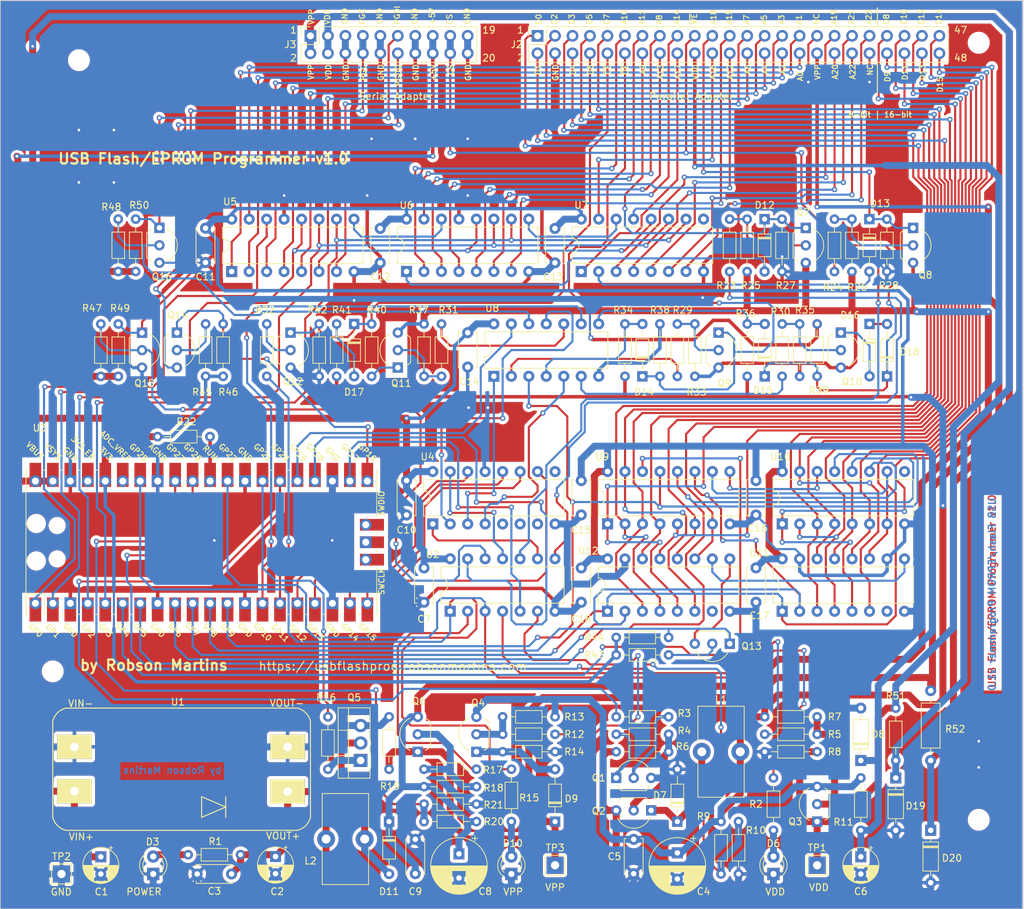
<source format=kicad_pcb>
(kicad_pcb (version 20240108) (generator "pcbnew") (generator_version "8.0")
  (title_block (title "USB Flash/EPROM Programmer") (date "2024-03-08") (rev "v0.3.0 rev.A") (company "Robson Martins") (comment 1 "https://usbflashprog.robsonmartins.com"))
  (layers (0 "F.Cu" signal) (31 "B.Cu" signal) (34 "B.Paste" user) (35 "F.Paste" user) (36 "B.SilkS" user "B.Silkscreen") (37 "F.SilkS" user "F.Silkscreen") (38 "B.Mask" user) (39 "F.Mask" user) (44 "Edge.Cuts" user))
  (property "AUTHOR" "Robson Martins")
  (net 0 "")
  (net 1 "GND")
  (net 2 "+9V")
  (net 3 "VDD_RAW")
  (net 4 "VCC")
  (net 5 "+5V")
  (net 6 "VPP_RAW")
  (net 7 "Net-(D3-A)")
  (net 8 "Net-(D6-A)")
  (net 9 "VPP")
  (net 10 "Net-(D7-K)")
  (net 11 "Net-(D9-A)")
  (net 12 "Net-(D10-A)")
  (net 13 "/A9")
  (net 14 "/Address Bus/A9INT")
  (net 15 "/A18")
  (net 16 "/Address Bus/A18INT")
  (net 17 "/~{OE}")
  (net 18 "Net-(D11-A)")
  (net 19 "/~{WE}")
  (net 20 "Net-(D14-A)")
  (net 21 "Net-(D15-A)")
  (net 22 "Net-(D16-K)")
  (net 23 "/~{CE}")
  (net 24 "Net-(D16-A)")
  (net 25 "VDD5")
  (net 26 "VPP13")
  (net 27 "/D0")
  (net 28 "/D1")
  (net 29 "/D2")
  (net 30 "/D3")
  (net 31 "/D4")
  (net 32 "/D5")
  (net 33 "/D6")
  (net 34 "/D7")
  (net 35 "/A10")
  (net 36 "/A11")
  (net 37 "/A8")
  (net 38 "/A13")
  (net 39 "/A14")
  (net 40 "/A17")
  (net 41 "VDD")
  (net 42 "/A16")
  (net 43 "/A15")
  (net 44 "/A12")
  (net 45 "/A7")
  (net 46 "/A6")
  (net 47 "/A5")
  (net 48 "/A4")
  (net 49 "/A3")
  (net 50 "/A2")
  (net 51 "/A1")
  (net 52 "/A0")
  (net 53 "/A19")
  (net 54 "/A20")
  (net 55 "/A21")
  (net 56 "/A22")
  (net 57 "/A23")
  (net 58 "/D8")
  (net 59 "/D9")
  (net 60 "/D10")
  (net 61 "/D11")
  (net 62 "/D12")
  (net 63 "/D13")
  (net 64 "/D14")
  (net 65 "/D15")
  (net 66 "/SCK")
  (net 67 "/SDO")
  (net 68 "/SDI")
  (net 69 "Net-(D17-A)")
  (net 70 "Net-(Q1-C)")
  (net 71 "Net-(Q1-B)")
  (net 72 "Net-(Q2-B)")
  (net 73 "Net-(Q3-B)")
  (net 74 "Net-(Q4-B)")
  (net 75 "Net-(Q5-B)")
  (net 76 "Net-(Q6-B)")
  (net 77 "Net-(Q7-B)")
  (net 78 "Net-(Q8-B)")
  (net 79 "Net-(Q9-B)")
  (net 80 "Net-(Q10-B)")
  (net 81 "Net-(Q11-C)")
  (net 82 "Net-(Q11-B)")
  (net 83 "/CPU/DSOUT")
  (net 84 "Net-(Q12-B)")
  (net 85 "Net-(Q13-B)")
  (net 86 "/CPU/SDI_INT")
  (net 87 "Net-(Q13-E)")
  (net 88 "Net-(Q14-B)")
  (net 89 "Net-(Q15-B)")
  (net 90 "/CPU/VDD_CTRL")
  (net 91 "/CPU/VDD_PWM")
  (net 92 "Net-(R5-Pad2)")
  (net 93 "/CPU/VDD_FB")
  (net 94 "Net-(R12-Pad2)")
  (net 95 "/CPU/VPP_CTRL")
  (net 96 "/CPU/VPP_PWM")
  (net 97 "Net-(R17-Pad2)")
  (net 98 "/CPU/VPP_FB")
  (net 99 "+3V3")
  (net 100 "Net-(Q16-B)")
  (net 101 "Net-(R23-Pad1)")
  (net 102 "Net-(R24-Pad1)")
  (net 103 "Net-(R29-Pad1)")
  (net 104 "Net-(R30-Pad1)")
  (net 105 "Net-(R31-Pad1)")
  (net 106 "/CPU/CE")
  (net 107 "/CPU/VDD_ON_VPP")
  (net 108 "/Address Bus/VPP_ON_A9")
  (net 109 "/Address Bus/VPP_ON_A18")
  (net 110 "/CPU/SCK_INT")
  (net 111 "/CPU/VPP_ON_CE")
  (net 112 "/CPU/VPP_ON_OE")
  (net 113 "/CPU/VPP_ON_WE")
  (net 114 "Net-(U3-RUN)")
  (net 115 "/CPU/~{VCCLR}")
  (net 116 "/CPU/VCCLK")
  (net 117 "/CPU/VCRCK")
  (net 118 "/CPU/VCSIN")
  (net 119 "/Address Bus/~{ACLR}")
  (net 120 "/Address Bus/ACLK")
  (net 121 "/Address Bus/ARCK")
  (net 122 "/Address Bus/ASIN")
  (net 124 "/CPU/OE")
  (net 125 "/CPU/WE")
  (net 126 "/CPU/SDO_INT")
  (net 128 "/CPU/~{DCLR}")
  (net 129 "/CPU/DCLK")
  (net 130 "/CPU/DRCK")
  (net 131 "/CPU/DSIN")
  (net 134 "Net-(U5-QH')")
  (net 135 "Net-(U6-QH')")
  (net 137 "Net-(U10-SER)")
  (net 140 "Net-(U11-Q7)")
  (footprint "TestPoint:TestPoint_THTPad_2.5x2.5mm_Drill1.2mm" (layer "F.Cu") (at 145.42 150.124 90)
    (property "Reference" "TP3")
    (property "Value" "VPP")
  )
  (footprint "Diode_THT:D_DO-34_SOD68_P7.62mm_Horizontal" (layer "F.Cu") (at 193.68 79.009 90)
    (property "Reference" "D18")
    (property "Value" "1N4148")
  )
  (footprint "Package_DIP:DIP-16_W7.62mm" (layer "F.Cu") (at 178.455 100.469 90)
    (property "Reference" "U10")
    (property "Value" "74HC595")
  )
  (footprint "Diode_THT:D_DO-34_SOD68_P7.62mm_Horizontal" (layer "F.Cu") (at 191.14 71.379 -90)
    (property "Reference" "D16")
    (property "Value" "1N4148")
  )
  (footprint "Resistor_THT:R_Axial_DIN0204_L3.6mm_D1.6mm_P7.62mm_Horizontal" (layer "F.Cu") (at 161.93 128.534 180)
    (property "Reference" "R3")
    (property "Value" "1K")
  )
  (footprint "Resistor_THT:R_Axial_DIN0204_L3.6mm_D1.6mm_P7.62mm_Horizontal" (layer "F.Cu") (at 154.31 133.614)
    (property "Reference" "R6")
    (property "Value" "2K2")
  )
  (footprint "Capacitor_THT:CP_Radial_D5.0mm_P2.50mm" (layer "F.Cu") (at 189.87 148.894 -90)
    (property "Reference" "C6")
    (property "Value" "22uF")
  )
  (footprint "LED_THT:LED_D3.0mm" (layer "F.Cu") (at 177.17 151.394 90)
    (property "Reference" "D6")
    (property "Value" "RED")
  )
  (footprint "Resistor_THT:R_Axial_DIN0204_L3.6mm_D1.6mm_P7.62mm_Horizontal" (layer "F.Cu") (at 126.37 141.234)
    (property "Reference" "R21")
    (property "Value" "470R")
  )
  (footprint "TestPoint:TestPoint_THTPad_2.5x2.5mm_Drill1.2mm" (layer "F.Cu") (at 73.665 151.394 90)
    (property "Reference" "TP2")
    (property "Value" "GND")
  )
  (footprint "Resistor_THT:R_Axial_DIN0204_L3.6mm_D1.6mm_P7.62mm_Horizontal" (layer "F.Cu") (at 183.52 79.004 90)
    (property "Reference" "R39")
    (property "Value" "2K2")
  )
  (footprint "Resistor_THT:R_Axial_DIN0204_L3.6mm_D1.6mm_P7.62mm_Horizontal" (layer "F.Cu") (at 126.37 136.154)
    (property "Reference" "R17")
    (property "Value" "4K7")
  )
  (footprint "Capacitor_THT:C_Disc_D5.0mm_W2.5mm_P5.00mm" (layer "F.Cu") (at 126.37 106.869 -90)
    (property "Reference" "C7")
    (property "Value" "100nF")
  )
  (footprint "Resistor_THT:R_Axial_DIN0204_L3.6mm_D1.6mm_P7.62mm_Horizontal" (layer "F.Cu") (at 137.8 131.074)
    (property "Reference" "R12")
    (property "Value" "2K2")
  )
  (footprint "Package_TO_SOT_THT:TO-92_Inline_Wide" (layer "F.Cu") (at 122.56 77.734 90)
    (property "Reference" "Q11")
    (property "Value" "BC557")
  )
  (footprint "Package_TO_SOT_THT:TO-220-3_Vertical" (layer "F.Cu") (at 117.155 134.884 90)
    (property "Reference" "Q5")
    (property "Value" "TIP120")
  )
  (footprint "Resistor_THT:R_Axial_DIN0207_L6.3mm_D2.5mm_P10.16mm_Horizontal" (layer "F.Cu") (at 200.03 124.724 -90)
    (property "Reference" "R52")
    (property "Value" "560R")
  )
  (footprint "Resistor_THT:R_Axial_DIN0204_L3.6mm_D1.6mm_P7.62mm_Horizontal" (layer "F.Cu") (at 87.632991 87.779)
    (property "Reference" "R22")
    (property "Value" "1K")
  )
  (footprint "Resistor_THT:R_Axial_DIN0204_L3.6mm_D1.6mm_P7.62mm_Horizontal" (layer "F.Cu") (at 133.99 143.774 180)
    (property "Reference" "R20")
    (property "Value" "3K9")
  )
  (footprint "Capacitor_THT:C_Disc_D5.0mm_W2.5mm_P5.00mm" (layer "F.Cu") (at 120 57.494 -90)
    (property "Reference" "C12")
    (property "Value" "100nF")
  )
  (footprint "Resistor_THT:R_Axial_DIN0204_L3.6mm_D1.6mm_P7.62mm_Horizontal" (layer "F.Cu") (at 99.7 148.59 180)
    (property "Reference" "R1")
    (property "Value" "2K2")
  )
  (footprint "Package_TO_SOT_THT:TO-92_Inline_Wide" (layer "F.Cu") (at 181.87 57.414 -90)
    (property "Reference" "Q7")
    (property "Value" "BC557")
  )
  (footprint "Diode_THT:D_DO-34_SOD68_P7.62mm_Horizontal" (layer "F.Cu") (at 116.21 71.379 -90)
    (property "Reference" "D17")
    (property "Value" "1N4148")
  )
  (footprint "Package_TO_SOT_THT:TO-92_Inline_Wide" (layer "F.Cu") (at 169.19 72.654 -90)
    (property "Reference" "Q9")
    (property "Value" "BC557")
  )
  (footprint "Resistor_THT:R_Axial_DIN0204_L3.6mm_D1.6mm_P7.62mm_Horizontal" (layer "F.Cu") (at 118.75 71.384 -90)
    (property "Reference" "R40")
    (property "Value" "100R")
  )
  (footprint "Package_DIP:DIP-16_W7.62mm" (layer "F.Cu") (at 178.44 113.179 90)
    (property "Reference" "U11")
    (property "Value" "74HC165")
  )
  (footprint "Resistor_THT:R_Axial_DIN0204_L3.6mm_D1.6mm_P7.62mm_Horizontal" (layer "F.Cu") (at 81.925 79.014 90)
    (property "Reference" "R49")
    (property "Value" "2K2")
  )
  (footprint "Capacitor_THT:C_Disc_D5.0mm_W2.5mm_P5.00mm" (layer "F.Cu") (at 156.85 146.354 -90)
    (property "Reference" "C5")
    (property "Value" "100nF")
  )
  (footprint "Package_DIP:DIP-14_W7.62mm" (layer "F.Cu") (at 136.525 78.994 90)
    (property "Reference" "U8")
    (property "Value" "74LS06N")
  )
  (footprint "Resistor_THT:R_Axial_DIN0204_L3.6mm_D1.6mm_P7.62mm_Horizontal" (layer "F.Cu") (at 189.87 145.044 90)
    (property "Reference" "R11")
    (property "Value" "100R")
  )
  (footprint "Package_DIP:DIP-16_W7.62mm" (layer "F.Cu") (at 153.055 100.469 90)
    (property "Reference" "U9")
    (property "Value" "74HC595")
  )
  (footprint "Package_TO_SOT_THT:TO-92_Inline_Wide" (layer "F.Cu") (at 125.46 133.614 90)
    (property "Reference" "Q6")
    (property "Value" "BC327")
  )
  (footprint "Diode_THT:D_DO-34_SOD68_P7.62mm_Horizontal" (layer "F.Cu") (at 191.12 56.139 -90)
    (property "Reference" "D13")
    (property "Value" "1N4148")
  )
  (footprint "Capacitor_THT:CP_Radial_D5.0mm_P2.50mm" (layer "F.Cu") (at 104.78 148.854 -90)
    (property "Reference" "C2")
    (property "Value" "10uF")
  )
  (footprint "Resistor_THT:R_Axial_DIN0204_L3.6mm_D1.6mm_P7.62mm_Horizontal" (layer "F.Cu") (at 175.9 128.534)
    (property "Reference" "R7")
    (property "Value" "2K2")
  )
  (footprint "Resistor_THT:R_Axial_DIN0204_L3.6mm_D1.6mm_P7.62mm_Horizontal" (layer "F.Cu") (at 84.455 63.754 90)
    (property "Reference" "R50")
    (property "Value" "2K2")
  )
  (footprint "Resistor_THT:R_Axial_DIN0204_L3.6mm_D1.6mm_P7.62mm_Horizontal" (layer "F.Cu") (at 193.66 56.144 -90)
    (property "Reference" "R28")
    (property "Value" "2K2")
  )
  (footprint "Package_DIP:DIP-16_W7.62mm" (layer "F.Cu") (at 127.64 100.479 90)
    (property "Reference" "U4")
    (property "Value" "74HC595")
  )
  (footprint "Resistor_THT:R_Axial_DIN0204_L3.6mm_D1.6mm_P7.62mm_Horizontal" (layer "F.Cu") (at 183.52 131.074 180)
    (property "Reference" "R5")
    (property "Value" "2K2")
  )
  (footprint "Resistor_THT:R_Axial_DIN0204_L3.6mm_D1.6mm_P7.62mm_Horizontal" (layer "F.Cu") (at 103.51 79.004 90)
    (property "Reference" "R32")
    (property "Value" "10K")
  )
  (footprint "Package_DIP:DIP-16_W7.62mm" (layer "F.Cu") (at 98.41 63.764 90)
    (property "Reference" "U5")
    (property "Value" "74HC595")
  )
  (footprint "Package_TO_SOT_THT:TO-92_Inline_Wide" (layer "F.Cu") (at 133.99 133.614 90)
    (property "Reference" "Q4")
    (property "Value" "BC327")
  )
  (footprint "Package_DIP:DIP-14_W7.62mm" (layer "F.Cu") (at 130.175 113.169 90)
    (property "Reference" "U2")
    (property "Value" "74LS06N")
  )
  (footprint "Resistor_THT:R_Axial_DIN0204_L3.6mm_D1.6mm_P7.62mm_Horizontal" (layer "F.Cu") (at 188.58 63.764 90)
    (property "Reference" "R26")
    (property "Value" "2K2")
  )
  (footprint "Resistor_THT:R_Axial_DIN0204_L3.6mm_D1.6mm_P7.62mm_Horizontal" (layer "F.Cu") (at 79.385 79.014 90)
    (property "Reference" "R47")
    (property "Value" "1K")
  )
  (footprint "Package_TO_SOT_THT:TO-92_Inline_Wide" (layer "F.Cu") (at 159.39 142.144 180)
    (property "Reference" "Q2")
    (property "Value" "BC327")
  )
  (footprint "Resistor_THT:R_Axial_DIN0204_L3.6mm_D1.6mm_P7.62mm_Horizontal" (layer "F.Cu") (at 137.8 133.614)
    (property "Reference" "R14")
    (property "Value" "10K")
  )
  (footprint "Diode_THT:D_DO-35_SOD27_P7.62mm_Horizontal" (layer "F.Cu") (at 194.95 137.424 -90)
    (property "Reference" "D19")
    (property "Value" "1N4733A")
  )
  (footprint "Package_TO_SOT_THT:TO-92_Inline_Wide" (layer "F.Cu") (at 87.905 57.404 -90)
    (property "Reference" "Q16")
    (property "Value" "BC547")
  )
  (footprint "Resistor_THT:R_Axial_DIN0204_L3.6mm_D1.6mm_P7.62mm_Horizontal" (layer "F.Cu") (at 155.58 79.004 90)
    (property "Reference" "R34")
    (property "Value" "470R")
  )
  (footprint "Resistor_THT:R_Axial_DIN0204_L3.6mm_D1.6mm_P7.62mm_Horizontal" (layer "F.Cu") (at 177.17 137.424 -90)
    (property "Reference" "R2")
    (property "Value" "100R")
  )
  (footprint "Package_TO_SOT_THT:TO-92_Inline_Wide" (layer "F.Cu") (at 154.31 137.424)
    (property "Reference" "Q1")
    (property "Value" "BC547")
  )
  (footprint "Resistor_THT:R_Axial_DIN0204_L3.6mm_D1.6mm_P7.62mm_Horizontal" (layer "F.Cu") (at 186.04 63.764 90)
    (property "Reference" "R24")
    (property "Value" "4K7")
  )
  (footprint "" (layer "F.Cu") (at 72.39 121.92)
    (property "Reference" "")
    (property "Value" "")
  )
  (footprint "Capacitor_THT:C_Disc_D5.0mm_W2.5mm_P5.00mm" (layer "F.Cu") (at 94.6 57.454 -90)
    (property "Reference" "C11")
    (property "Value" "100nF")
  )
  (footprint "MountingHole:MountingHole_2.7mm" (layer "F.Cu") (at 76.2 33.02)
    (property "Reference" "REF**" (hide yes))
    (property "Value" "MountingHole_2.7mm")
  )
  (footprint "Package_DIP:DIP-16_W7.62mm" (layer "F.Cu") (at 149.225 63.754 90)
    (property "Reference" "U7")
    (property "Value" "74HC595")
  )
  (footprint "Resistor_THT:R_Axial_DIN0204_L3.6mm_D1.6mm_P7.62mm_Horizontal" (layer "F.Cu") (at 94.62 79.004 90)
    (property "Reference" "R45")
    (property "Value" "1K")
  )
  (footprint "Resistor_THT:R_Axial_DIN0204_L3.6mm_D1.6mm_P7.62mm_Horizontal" (layer "F.Cu") (at 145.42 128.534 180)
    (property "Reference" "R13")
    (property "Value" "2K2")
  )
  (footprint "Package_TO_SOT_THT:TO-92_Inline_Wide" (layer "F.Cu") (at 85.375 72.664 -90)
    (property "Reference" "Q15")
    (property "Value" "BC547")
  )
  (footprint "Diode_THT:D_DO-34_SOD68_P7.62mm_Horizontal" (layer "F.Cu") (at 145.42 143.779 90)
    (property "Reference" "D9")
    (property "Value" "1N4148")
  )
  (footprint "Resistor_THT:R_Axial_DIN0204_L3.6mm_D1.6mm_P7.62mm_Horizontal" (layer "F.Cu") (at 165.74 79.004 90)
    (property "Reference" "R33")
    (property "Value" "2K2")
  )
  (footprint "Package_TO_SOT_THT:TO-92_Inline_Wide" (layer "F.Cu") (at 197.47 57.414 -90)
    (property "Reference" "Q8")
    (property "Value" "BC557")
  )
  (footprint "Resistor_THT:R_Axial_DIN0204_L3.6mm_D1.6mm_P7.62mm_Horizontal" (layer "F.Cu") (at 163.2 79.004 90)
    (property "Reference" "R29")
    (property "Value" "4K7")
  )
  (footprint "Resistor_THT:R_Axial_DIN0204_L3.6mm_D1.6mm_P7.62mm_Horizontal" (layer "F.Cu") (at 126.37 138.694)
    (property "Reference" "R18")
    (property "Value" "2K2")
  )
  (footprint "Package_TO_SOT_THT:TO-92_Inline_Wide" (layer "F.Cu") (at 183.52 143.774 90)
    (property "Reference" "Q3")
    (property "Value" "BC327")
  )
  (footprint "Diode_THT:D_DO-34_SOD68_P7.62mm_Horizontal" (layer "F.Cu") (at 163.2 143.779 90)
    (property "Reference" "D7")
    (property "Value" "BAT46")
  )
  (footprint "MCU_RaspberryPi_and_Boards:RPi_Pico_SMD_TH" (layer "F.Cu") (at 94 103.134 90)
    (property "Reference" "U3")
    (property "Value" "Pico")
  )
  (footprint "Resistor_THT:R_Axial_DIN0204_L3.6mm_D1.6mm_P7.62mm_Horizontal" (layer "F.Cu") (at 126.37 71.384 -90)
    (property "Reference" "R37")
    (property "Value" "2K2")
  )
  (footprint "Resistor_THT:R_Axial_DIN0204_L3.6mm_D1.6mm_P7.62mm_Horizontal" (layer "F.Cu") (at 128.91 71.384 -90)
    (property "Reference" "R31")
    (property "Value" "4K7")
  )
  (footprint "Connector_PinSocket_2.54mm:PinSocket_2x10_P2.54mm_Vertical" (layer "F.Cu") (at 109.86 29.474 90)
    (property "Reference" "J3")
    (property "Value" "Serial Adapter")
  )
  (footprint "Diode_THT:D_DO-34_SOD68_P7.62mm_Horizontal" (layer "F.Cu") (at 175.88 56.139 -90)
    (property "Reference" "D12")
    (property "Value" "1N4148")
  )
  (footprint "Resistor_THT:R_Axial_DIN0204_L3.6mm_D1.6mm_P7.62mm_Horizontal" (layer "F.Cu") (at 170.8 63.764 90)
    (property "Reference" "R23")
    (property "Value" "4K7")
  )
  (footprint "Resistor_THT:R_Axial_DIN0204_L3.6mm_D1.6mm_P7.62mm_Horizontal" (layer "F.Cu") (at 183.52 133.614 180)
    (property "Reference" "R8")
    (property "Value" "1K")
  )
  (footprint "Resistor_THT:R_Axial_DIN0204_L3.6mm_D1.6mm_P7.62mm_Horizontal" (layer "F.Cu") (at 154.31 119.529)
    (property "Reference" "R43")
    (property "Value" "1K")
  )
  (footprint "Capacitor_THT:CP_Radial_D8.0mm_P3.50mm" (layer "F.Cu") (at 131.45 148.471349 -90)
    (property "Reference" "C8")
    (property "Value" "100uF")
  )
  (footprint "Capacitor_THT:C_Disc_D5.0mm_W2.5mm_P5.00mm" (layer "F.Cu") (at 125.1 151.354 90)
    (property "Reference" "C9")
    (property "Value" "100nF")
  )
  (footprint "Capacitor_THT:C_Disc_D5.0mm_W2.5mm_P5.00mm" (layer "F.Cu") (at 145.4 57.494 -90)
    (property "Reference" "C13")
    (property "Value" "100nF")
  )
  (footprint "Capacitor_THT:CP_Radial_D8.0mm_P3.80mm" (layer "F.Cu") (at 163.2 148.321349 -90)
    (property "Reference" "C4")
    (property "Value" "470uF")
  )
  (footprint "Resistor_THT:R_Axial_DIN0204_L3.6mm_D1.6mm_P7.62mm_Horizontal" (layer "F.Cu") (at 160.66 79.004 90)
    (property "Reference" "R38")
    (property "Value" "2K2")
  )
  (footprint "Resistor_THT:R_Axial_DIN0204_L3.6mm_D1.6mm_P7.62mm_Horizontal" (layer "F.Cu") (at 178.44 79.004 90)
    (property "Reference" "R30")
    (property "Value" "4K7")
  )
  (footprint "Package_TO_SOT_THT:TO-92_Inline_Wide" (layer "F.Cu") (at 106.96 72.654 -90)
    (property "Reference" "Q12")
    (property "Value" "BC547")
  )
  (footprint "Diode_THT:D_DO-34_SOD68_P7.62mm_Horizontal" (layer "F.Cu") (at 158.12 79.009 90)
    (property "Reference" "D14")
    (property "Value" "1N4148")
  )
  (footprint "Resistor_THT:R_Axial_DIN0204_L3.6mm_D1.6mm_P7.62mm_Horizontal" (layer "F.Cu") (at 172.09 143.774 -90)
    (property "Reference" "R10")
    (property "Value" "330R")
  )
  (footprint "Capacitor_THT:C_Disc_D5.0mm_W2.5mm_P5.00mm" (layer "F.Cu") (at 98.39 151.394 180)
    (property "Reference" "C3")
    (property "Value" "100nF")
  )
  (footprint "" (layer "F.Cu") (at 207.01 30.48)
    (property "Reference" "")
    (property "Value" "")
  )
  (footprint "Resistor_THT:R_Axial_DIN0204_L3.6mm_D1.6mm_P7.62mm_Horizontal" (layer "F.Cu") (at 173.36 79.004 90)
    (property "Reference" "R36")
    (property "Value" "470R")
  )
  (footprint "Capacitor_THT:C_Disc_D5.0mm_W2.5mm_P5.00mm" (layer "F.Cu") (at 149.23 94.169 -90)
    (property "Reference" "C15")
    (property "Value" "100nF")
  )
  (footprint "Diode_THT:D_DO-34_SOD68_P7.62mm_Horizontal" (layer "F.Cu") (at 175.9 79.009 90)
    (property "Reference" "D15")
    (property "Value" "1N4148")
  )
  (footprint "Connector_PinSocket_2.54mm:PinSocket_2x24_P2.54mm_Vertical" (layer "F.Cu") (at 142.875 29.474 90)
    (property "Reference" "J2")
    (property "Value" "Parallel Adapter")
  )
  (footprint "Resistor_THT:R_Axial_DIN0204_L3.6mm_D1.6mm_P7.62mm_Horizontal" (layer "F.Cu") (at 111.13 71.384 -90)
    (property "Reference" "R42")
    (property "Value" "2K2")
  )
  (footprint "Resistor_THT:R_Axial_DIN0204_L3.6mm_D1.6mm_P7.62mm_Horizontal" (layer "F.Cu") (at 97.16 79.004 90)
    (property "Reference" "R46")
    (property "Value" "4K7")
  )
  (footprint "Capacitor_THT:C_Disc_D5.0mm_W2.5mm_P5.00mm" (layer "F.Cu") (at 174.63 106.869 -90)
    (property "Reference" "C17")
    (property "Value" "100nF")
  )
  (footprint "" (layer "F.Cu") (at 207.01 143.51)
    (property "Reference" "")
    (property "Value" "")
  )
  (footprint "Resistor_THT:R_Axial_DIN0204_L3.6mm_D1.6mm_P7.62mm_Horizontal" (layer "F.Cu") (at 161.93 131.074 180)
    (property "Reference" "R4")
    (property "Value" "4K7")
  )
  (footprint "Capacitor_THT:C_Disc_D5.0mm_W2.5mm_P5.00mm" (layer "F.Cu") (at 174.63 94.169 -90)
    (property "Reference" "C16")
    (property "Value" "100nF")
  )
  (footprint "Resistor_THT:R_Axial_DIN0204_L3.6mm_D1.6mm_P7.62mm_Horizontal" (layer "F.Cu") (at 169.55 143.774 -90)
    (property "Reference" "R9")
    (property "Value" "470R")
  )
  (footprint "Package_TO_SOT_THT:TO-92_Inline_Wide" (layer "F.Cu") (at 90.45 72.654 -90)
    (property "Reference" "Q14")
    (property "Value" "BC547")
  )
  (footprint "LED_THT:LED_D3.0mm" (layer "F.Cu") (at 139.07 151.394 90)
    (property "Reference" "D10")
    (property "Value" "YELLOW")
  )
  (footprint "Package_DIP:DIP-16_W7.62mm" (layer "F.Cu") (at 123.825 63.754 90)
    (property "Reference" "U6")
    (property "Value" "74HC595")
  )
  (footprint "Diode_THT:D_DO-34_SOD68_P7.62mm_Horizontal" (layer "F.Cu") (at 121.29 143.769 -90)
    (property "Reference" "D11")
    (property "Value" "BAT46")
  )
  (footprint "Inductor_THT:L_Toroid_Vertical_L13.0mm_W6.5mm_P5.60mm" (layer "F.Cu") (at 112.14 146.314 90)
    (property "Reference" "L2")
    (property "Value" "300uH")
  )
  (footprint "Resistor_THT:R_Axial_DIN0204_L3.6mm_D1.6mm_P7.62mm_Horizontal" (layer "F.Cu") (at 113.67 79.004 90)
    (property "Reference" "R41")
    (property "Value" "470R")
  )
  (footprint "Package_TO_SOT_THT:TO-92_Inline_Wide" (layer "F.Cu") (at 186.97 72.654 -90)
    (property "Reference" "Q10")
    (property "Value" "BC557")
  )
  (footprint "Diode_THT:D_DO-35_SOD27_P7.62mm_Horizontal" (layer "F.Cu") (at 200.03 145.044 -90)
    (property "Reference" "D20")
    (property "Value" "1N4743A")
  )
  (footprint "Resistor_THT:R_Axial_DIN0204_L3.6mm_D1.6mm_P7.62mm_Horizontal" (layer "F.Cu") (at 180.98 79.004 90)
    (property "Reference" "R35")
    (property "Value" "2K2")
  )
  (footprint "Capacitor_THT:C_Disc_D5.0mm_W2.5mm_P5.00mm" (layer "F.Cu") (at 123.83 94.169 -90)
    (property "Reference" "C10")
    (property "Value" "100nF")
  )
  (footprint "Resistor_THT:R_Axial_DIN0204_L3.6mm_D1.6mm_P7.62mm_Horizontal" (layer "F.Cu") (at 173.34 63.764 90)
    (property "Reference" "R25")
    (property "Value" "2K2")
  )
  (footprint "Inductor_THT:L_Toroid_Vertical_L13.0mm_W6.5mm_P5.60mm" (layer "F.Cu") (at 166.75 133.614 90)
    (property "Reference" "L1")
    (property "Value" "100uH")
  )
  (footprint "Capacitor_THT:C_Disc_D5.0mm_W2.5mm_P5.00mm" (layer "F.Cu") (at 149.23 106.869 -90)
    (property "Reference" "C18")
    (property "Value" "100nF")
  )
  (footprint "DC2DC_Modules:MT3608_module" (layer "F.Cu") (at 89.54 136.154 180)
    (property "Reference" "U1")
    (property "Value" "MT3608 Module")
  )
  (footprint "Resistor_THT:R_Axial_DIN0204_L3.6mm_D1.6mm_P7.62mm_Horizontal" (layer "F.Cu") (at 194.95 127.264 -90)
    (property "Reference" "R51")
    (property "Value" "100R")
  )
  (footprint "Resistor_THT:R_Axial_DIN0204_L3.6mm_D1.6mm_P7.62mm_Horizontal" (layer "F.Cu") (at 112.4 136.154 90)
    (property "Reference" "R16")
    (property "Value" "220R")
  )
  (footprint "Package_TO_SOT_THT:TO-92_Inline_Wide" (layer "F.Cu") (at 170.82 117.899 180)
    (property "Reference" "Q13")
    (property "Value" "BC547")
  )
  (footprint "Diode_THT:D_DO-35_SOD27_P7.62mm_Horizontal" (layer "F.Cu") (at 189.87 134.884 90)
    (property "Reference" "D8")
    (property "Value" "1N4733A")
  )
  (footprint "Resistor_THT:R_Axial_DIN0204_L3.6mm_D1.6mm_P7.62mm_Horizontal" (layer "F.Cu") (at 154.31 116.989)
    (property "Reference" "R44")
    (property "Value" "4K7")
  )
  (footprint "Capacitor_THT:C_Disc_D5.0mm_W2.5mm_P5.00mm" (layer "F.Cu") (at 132.72 72.654 -90)
    (property "Reference" "C14")
    (property "Value" "100nF")
  )
  (footprint "Resistor_THT:R_Axial_DIN0204_L3.6mm_D1.6mm_P7.62mm_Horizontal" (layer "F.Cu") (at 121.29 136.154 90)
    (property "Reference" "R19")
    (property "Value" "4K7")
  )
  (footprint "Package_DIP:DIP-16_W7.62mm" (layer "F.Cu") (at 153.04 113.179 90)
    (property "Reference" "U12")
    (property "Value" "74HC165")
  )
  (footprint "Resistor_THT:R_Axial_DIN0204_L3.6mm_D1.6mm_P7.62mm_Horizontal" (layer "F.Cu") (at 139.07 136.154 -90)
    (property "Reference" "R15")
    (property "Value" "100R")
  )
  (footprint "Resistor_THT:R_Axial_DIN0204_L3.6mm_D1.6mm_P7.62mm_Horizontal" (layer "F.Cu") (at 178.42 56.144 -90)
    (property "Reference" "R27")
    (property "Value" "2K2")
  )
  (footprint "Resistor_THT:R_Axial_DIN0204_L3.6mm_D1.6mm_P7.62mm_Horizontal" (layer "F.Cu") (at 81.915 63.754 90)
    (property "Reference" "R48")
    (property "Value" "1K")
  )
  (footprint "LED_THT:LED_D3.0mm" (layer "F.Cu") (at 87 151.394 90)
    (property "Reference" "D3")
    (property "Value" "GREEN")
  )
  (footprint "Capacitor_THT:CP_Radial_D5.0mm_P2.50mm" (layer "F.Cu") (at 79.38 148.894 -90)
    (property "Reference" "C1")
    (property "Value" "10uF")
  )
  (footprint "TestPoint:TestPoint_THTPad_2.5x2.5mm_Drill1.2mm" (layer "F.Cu") (at 183.52 150.124 90)
    (property "Reference" "TP1")
    (property "Value" "VDD")
  )
  (gr_line (start 192.278 27.94) (end 192.278 25.4) (stroke (width 0.15)) (layer "F.SilkS"))
  (gr_line (start 192.278 37.846) (end 192.278 33.528) (stroke (width 0.15)) (layer "F.SilkS"))
  (gr_rect (start 64.775 24.314) (end 213.545 156.474) (stroke (width 0.1)) (fill none) (layer "Edge.Cuts"))
  (gr_text "USB Flash/EPROM Programmer v1.0" (at 209.55 124.46 90) (layer "F.Cu") (effects (font (size 1.016 1.016) (thickness 0.1875)) (justify left bottom)))
  (gr_text "by Robson Martins" (at 97.028 136.906 0) (layer "B.Cu") (effects (font (size 1.016 1.016) (thickness 0.1875)) (justify left bottom mirror)))
  (gr_text "USB Flash/EPROM Programmer v1.0" (at 209.55 96.52 90) (layer "B.Cu") (effects (font (size 1.016 1.016) (thickness 0.1875)) (justify left bottom mirror)))
  (gr_text "https://usbflashprog.robsonmartins.com" (at 102.235 121.92 0) (layer "F.SilkS") (effects (font (size 1.27 1.27)) (justify left bottom)))
  (gr_text "A16" (at 167.894 33.528 90) (layer "F.SilkS") (effects (font (size 0.8001 0.7874)) (justify right top)))
  (gr_text "PGC" (at 117.094 33.528 90) (layer "F.SilkS") (effects (font (size 0.8001 0.7874)) (justify right top)))
  (gr_text "A19" (at 186.436 27.94 90) (layer "F.SilkS") (effects (font (size 0.8001 0.7874)) (justify left bottom)))
  (gr_text "PGC" (at 117.856 27.94 90) (layer "F.SilkS") (effects (font (size 0.8001 0.7874)) (justify left bottom)))
  (gr_text "VDD" (at 112.776 27.94 90) (layer "F.SilkS") (effects (font (size 0.8001 0.7874)) (justify left bottom)))
  (gr_text "GND" (at 115.316 27.94 90) (layer "F.SilkS") (effects (font (size 0.8001 0.7874)) (justify left bottom)))
  (gr_text "D8" (at 194.056 27.94 90) (layer "F.SilkS") (effects (font (size 0.8001 0.7874)) (justify left bottom)))
  (gr_text "A18" (at 168.91 27.94 90) (layer "F.SilkS") (effects (font (size 0.8001 0.7874)) (justify left bottom)))
  (gr_text "A17" (at 162.814 33.528 90) (layer "F.SilkS") (effects (font (size 0.8001 0.7874)) (justify right top)))
  (gr_text "A23" (at 191.516 27.94 90) (layer "F.SilkS") (effects (font (size 0.8001 0.7874)) (justify left bottom)))
  (gr_text "A15" (at 171.196 27.94 90) (layer "F.SilkS") (effects (font (size 0.8001 0.7874)) (justify left bottom)))
  (gr_text "47" (at 203.332 29.22 0) (layer "F.SilkS") (effects (font (size 1 1)) (justify left bottom)))
  (gr_text "+5V" (at 128.016 27.94 90) (layer "F.SilkS") (effects (font (size 0.8001 0.7874)) (justify left bottom)))
  (gr_text "D12" (at 199.136 27.94 90) (layer "F.SilkS") (effects (font (size 0.8001 0.7874)) (justify left bottom)))
  (gr_text "D11" (at 195.834 33.528 90) (layer "F.SilkS") (effects (font (size 0.8001 0.7874)) (justify right top)))
  (gr_text "D14" (at 201.676 27.94 90) (layer "F.SilkS") (effects (font (size 0.8001 0.7874)) (justify left bottom)))
  (gr_text "D15" (at 200.914 35.306 90) (layer "F.SilkS") (effects (font (size 0.8001 0.7874)) (justify right top)))
  (gr_text "A6" (at 172.974 33.528 90) (layer "F.SilkS") (effects (font (size 0.8001 0.7874)) (justify right top)))
  (gr_text "D1" (at 142.494 33.528 90) (layer "F.SilkS") (effects (font (size 0.8001 0.7874)) (justify right top)))
  (gr_text "GND" (at 124.714 33.528 90) (layer "F.SilkS") (effects (font (size 0.8001 0.7874)) (justify right top)))
  (gr_text "VPP" (at 143.894049 153.934 0) (layer "F.SilkS") (effects (font (size 1 1)) (justify left bottom)))
  (gr_text "A22" (at 188.214 33.528 90) (layer "F.SilkS") (effects (font (size 0.8001 0.7874)) (justify right top)))
  (gr_text "by Robson Martins" (at 76.2 121.92 0) (layer "F.SilkS") (effects (font (size 1.524 1.524) (thickness 0.3048) (bold yes)) (justify left bottom)))
  (gr_text "D3" (at 148.336 27.94 90) (layer "F.SilkS") (effects (font (size 0.8001 0.7874)) (justify left bottom)))
  (gr_text "NC" (at 183.896 27.94 90) (layer "F.SilkS") (effects (font (size 0.8001 0.7874)) (justify left bottom)))
  (gr_text "VPP" (at 110.49 27.94 90) (layer "F.SilkS") (effects (font (size 0.8001 0.7874)) (justify left bottom)))
  (gr_text "GND" (at 114.554 33.528 90) (layer "F.SilkS") (effects (font (size 0.8001 0.7874)) (justify right top)))
  (gr_text "A1" (at 181.356 27.94 90) (layer "F.SilkS") (effects (font (size 0.8001 0.7874)) (justify left bottom)))
  (gr_text "VDD" (at 175.9 154.569 0) (layer "F.SilkS") (effects (font (size 1 1)) (justify left bottom)))
  (gr_text "VPP" (at 183.134 33.528 90) (layer "F.SilkS") (effects (font (size 0.8001 0.7874)) (justify right top)))
  (gr_text "VDD" (at 165.354 33.528 90) (layer "F.SilkS") (effects (font (size 0.8001 0.7874)) (justify right top)))
  (gr_text "D0" (at 143.51 27.94 90) (layer "F.SilkS") (effects (font (size 0.8001 0.7874)) (justify left bottom)))
  (gr_text "CS" (at 129.794 33.528 90) (layer "F.SilkS") (effects (font (size 0.8001 0.7874)) (justify right top)))
  (gr_text "A20" (at 185.674 33.528 90) (layer "F.SilkS") (effects (font (size 0.8001 0.7874)) (justify right top)))
  (gr_text "NC" (at 190.754 33.528 90) (layer "F.SilkS") (effects (font (size 0.8001 0.7874)) (justify right top)))
  (gr_text "POWER" (at 83.00835 154.55007 0) (layer "F.SilkS") (effects (font (size 1 1)) (justify left bottom)))
  (gr_text "A4" (at 175.514 33.528 90) (layer "F.SilkS") (effects (font (size 0.8001 0.7874)) (justify right top)))
  (gr_text "~{WE}" (at 166.116 27.94 90) (layer "F.SilkS") (effects (font (size 0.8001 0.7874)) (justify left bottom)))
  (gr_text "20" (at 134.752 33.284 0) (layer "F.SilkS") (effects (font (size 1 1)) (justify left bottom)))
  (gr_text "A12" (at 170.434 33.528 90) (layer "F.SilkS") (effects (font (size 0.8001 0.7874)) (justify right top)))
  (gr_text "CS" (at 130.556 27.94 90) (layer "F.SilkS") (effects (font (size 0.8001 0.7874)) (justify left bottom)))
  (gr_text "GND" (at 120.396 27.94 90) (layer "F.SilkS") (effects (font (size 0.8001 0.7874)) (justify left bottom)))
  (gr_text "PGDQ" (at 122.174 33.528 90) (layer "F.SilkS") (effects (font (size 0.8001 0.7874)) (justify right top)))
  (gr_text "48" (at 203.332 33.284 0) (layer "F.SilkS") (effects (font (size 1 1)) (justify left bottom)))
  (gr_text "A7" (at 173.736 27.94 90) (layer "F.SilkS") (effects (font (size 0.8001 0.7874)) (justify left bottom)))
  (gr_text "A8" (at 161.036 27.94 90) (layer "F.SilkS") (effects (font (size 0.8001 0.7874)) (justify left bottom)))
  (gr_text "VDD" (at 112.014 33.528 90) (layer "F.SilkS") (effects (font (size 0.8001 0.7874)) (justify right top)))
  (gr_text "~{CE}" (at 152.654 33.528 90) (layer "F.SilkS") (effects (font (size 0.8001 0.7874)) (justify right top)))
  (gr_text "1" (at 139.832 29.22 0) (layer "F.SilkS") (effects (font (size 1 1)) (justify left bottom)))
  (gr_text "VPP" (at 137.8 154.569 0) (layer "F.SilkS") (effects (font (size 1 1)) (justify left bottom)))
  (gr_text "D6" (at 150.114 33.528 90) (layer "F.SilkS") (effects (font (size 0.8001 0.7874)) (justify right top)))
  (gr_text "PGDI" (at 122.936 27.94 90) (layer "F.SilkS") (effects (font (size 0.8001 0.7874)) (justify left bottom)))
  (gr_text "A21" (at 188.976 27.94 90) (layer "F.SilkS") (effects (font (size 0.8001 0.7874)) (justify left bottom)))
  (gr_text "VPP" (at 109.474 33.528 90) (layer "F.SilkS") (effects (font (size 0.8001 0.7874)) (justify right top)))
  (gr_text "GND" (at 145.034 33.528 90) (layer "F.SilkS") (effects (font (size 0.8001 0.7874)) (justify right top)))
  (gr_text "GND" (at 119.634 33.528 90) (layer "F.SilkS") (effects (font (size 0.8001 0.7874)) (justify right top)))
  (gr_text "A13" (at 160.274 33.528 90) (layer "F.SilkS") (effects (font (size 0.8001 0.7874)) (justify right top)))
  (gr_text "A5" (at 176.276 27.94 90) (layer "F.SilkS") (effects (font (size 0.8001 0.7874)) (justify left bottom)))
  (gr_text "A9" (at 157.734 33.528 90) (layer "F.SilkS") (effects (font (size 0.8001 0.7874)) (justify right top)))
  (gr_text "GND" (at 133.096 27.94 90) (layer "F.SilkS") (effects (font (size 0.8001 0.7874)) (justify left bottom)))
  (gr_text "VDD" (at 182.25 153.934 0) (layer "F.SilkS") (effects (font (size 1 1)) (justify left bottom)))
  (gr_text "2" (at 106.812 33.284 0) (layer "F.SilkS") (effects (font (size 1 1)) (justify left bottom)))
  (gr_text "D10" (at 196.596 27.94 90) (layer "F.SilkS") (effects (font (size 0.8001 0.7874)) (justify left bottom)))
  (gr_text "USB Flash/EPROM Programmer v1.0" (at 73.025 48.26 0) (layer "F.SilkS") (effects (font (size 1.524 1.524) (thickness 0.3048) (bold yes)) (justify left bottom)))
  (gr_text "8-bit | 16-bit" (at 187.96 41.402 0) (layer "F.SilkS") (effects (font (size 0.8001 0.7874)) (justify left bottom)))
  (gr_text "+5V" (at 127.254 33.528 90) (layer "F.SilkS") (effects (font (size 0.8001 0.7874)) (justify right top)))
  (gr_text "A14" (at 163.576 27.94 90) (layer "F.SilkS") (effects (font (size 0.8001 0.7874)) (justify left bottom)))
  (gr_text "A3" (at 178.816 27.94 90) (layer "F.SilkS") (effects (font (size 0.8001 0.7874)) (justify left bottom)))
  (gr_text "D9" (at 193.294 34.544 90) (layer "F.SilkS") (effects (font (size 0.8001 0.7874)) (justify right top)))
  (gr_text "GND" (at 125.476 27.94 90) (layer "F.SilkS") (effects (font (size 0.8001 0.7874)) (justify left bottom)))
  (gr_text "Serial Adapter" (at 116.84 38.862 0) (layer "F.SilkS") (effects (font (size 1 1)) (justify left bottom)))
  (gr_text "A10" (at 155.956 27.94 90) (layer "F.SilkS") (effects (font (size 0.8001 0.7874)) (justify left bottom)))
  (gr_text "D4" (at 147.574 33.528 90) (layer "F.SilkS") (effects (font (size 0.8001 0.7874)) (justify right top)))
  (gr_text "A11" (at 158.496 27.94 90) (layer "F.SilkS") (effects (font (size 0.8001 0.7874)) (justify left bottom)))
  (gr_text "Parallel Adapter" (at 159.004 38.862 0) (layer "F.SilkS") (effects (font (size 1 1)) (justify left bottom)))
  (gr_text "D5" (at 150.876 27.94 90) (layer "F.SilkS") (effects (font (size 0.8001 0.7874)) (justify left bottom)))
  (gr_text "2" (at 139.832 33.284 0) (layer "F.SilkS") (effects (font (size 1 1)) (justify left bottom)))
  (gr_text "A0" (at 180.594 34.544 90) (layer "F.SilkS") (effects (font (size 0.8001 0.7874)) (justify right top)))
  (gr_text "D2" (at 145.796 27.94 90) (layer "F.SilkS") (effects (font (size 0.8001 0.7874)) (justify left bottom)))
  (gr_text "D7" (at 153.416 27.94 90) (layer "F.SilkS") (effects (font (size 0.8001 0.7874)) (justify left bottom)))
  (gr_text "GND" (at 72.009339 154.585239 0) (layer "F.SilkS") (effects (font (size 1 1)) (justify left bottom)))
  (gr_text "1" (at 106.812 29.22 0) (layer "F.SilkS") (effects (font (size 1 1)) (justify left bottom)))
  (gr_text "GND" (at 132.334 33.528 90) (layer "F.SilkS") (effects (font (size 0.8001 0.7874)) (justify right top)))
  (gr_text "D13" (at 198.374 33.528 90) (layer "F.SilkS") (effects (font (size 0.8001 0.7874)) (justify right top)))
  (gr_text "19" (at 134.752 29.22 0) (layer "F.SilkS") (effects (font (size 1 1)) (justify left bottom)))
  (gr_text "~{OE}" (at 155.194 33.528 90) (layer "F.SilkS") (effects (font (size 0.8001 0.7874)) (justify right top)))
  (gr_text "A2" (at 178.054 33.528 90) (layer "F.SilkS") (effects (font (size 0.8001 0.7874)) (justify right top)))
  (segment (start 143.51 48.895) (end 143.51 60.604) (width 0.508) (layer "F.Cu") (net 1))
  (segment (start 172.085 55.245) (end 177.165 50.165) (width 0.3048) (layer "F.Cu") (net 1))
  (segment (start 131.445 53.975) (end 132.715 52.705) (width 0.508) (layer "F.Cu") (net 1))
  (segment (start 128.384 109.855) (end 126.37 111.869) (width 0.508) (layer "F.Cu") (net 1))
  (segment (start 118.11 59.69) (end 118.11 52.705) (width 0.508) (layer "F.Cu") (net 1))
  (segment (start 143.51 48.895) (end 132.72 48.895) (width 0.508) (layer "F.Cu") (net 1))
  (segment (start 132.72 32.014) (end 132.72 44.445) (width 0.508) (layer "F.Cu") (net 1))
  (segment (start 143.51 60.604) (end 145.4 62.494) (width 0.508) (layer "F.Cu") (net 1))
  (segment (start 150.876 73.66) (end 161.544 73.66) (width 0.508) (layer "F.Cu") (net 1))
  (segment (start 145.415 111.76) (end 143.51 109.855) (width 0.508) (layer "F.Cu") (net 1))
  (segment (start 114.94 32.014) (end 114.94 36.835) (width 0.508) (layer "F.Cu") (net 1))
  (segment (start 141.605 64.77) (end 141.605 63.754) (width 0.508) (layer "F.Cu") (net 1))
  (segment (start 140.335 66.04) (end 141.605 64.77) (width 0.508) (layer "F.Cu") (net 1))
  (segment (start 178.405 61.595) (end 178.42 61.61) (width 0.508) (layer "F.Cu") (net 1))
  (segment (start 168.402 70.866) (end 165.608 73.66) (width 0.508) (layer "F.Cu") (net 1))
  (segment (start 116.205 38.1) (end 116.205 43.815) (width 0.508) (layer "F.Cu") (net 1))
  (segment (start 125.095 44.45) (end 125.1 44.445) (width 0.508) (layer "F.Cu") (net 1))
  (segment (start 183.52 73.274) (end 182.372 74.422) (width 0.508) (layer "F.Cu") (net 1))
  (segment (start 120.02 32.014) (end 120.02 40) (width 0.508) (layer "F.Cu") (net 1))
  (segment (start 183.52 71.384) (end 183.52 73.274) (width 0.508) (layer "F.Cu") (net 1))
  (segment (start 74.95 107.315) (end 94.615 107.315) (width 0.508) (layer "F.Cu") (net 1))
  (segment (start 74.95 112.024) (end 74.95 109.982) (width 0.508) (layer "F.Cu") (net 1))
  (segment (start 132.72 50.795) (end 132.715 50.8) (width 0.508) (layer "F.Cu") (net 1))
  (segment (start 182.245 30.744) (end 182.245 36.195) (width 0.3048) (layer "F.Cu") (net 1))
  (segment (start 177.165 41.275) (end 182.245 36.195) (width 0.3048) (layer "F.Cu") (net 1))
  (segment (start 183.515 29.474) (end 182.245 30.744) (width 0.3048) (layer "F.Cu") (net 1))
  (segment (start 167.005 63.754) (end 167.005 67.437) (width 0.508) (layer "F.Cu") (net 1))
  (segment (start 143.51 109.855) (end 128.384 109.855) (width 0.508) (layer "F.Cu") (net 1))
  (segment (start 132.715 44.45) (end 132.72 44.455) (width 0.508) (layer "F.Cu") (net 1))
  (segment (start 94.615 107.315) (end 99.06 102.87) (width 0.508) (layer "F.Cu") (net 1))
  (segment (start 115.316 75.692) (end 112.522 75.692) (width 0.3048) (layer "F.Cu") (net 1))
  (segment (start 172.085 61.468) (end 172.085 55.245) (width 0.3048) (layer "F.Cu") (net 1))
  (segment (start 171.958 61.595) (end 168.021 61.595) (width 0.508) (layer "F.Cu") (net 1))
  (segment (start 171.958 61.595) (end 178.405 61.595) (width 0.508) (layer "F.Cu") (net 1))
  (segment (start 145.415 32.014) (end 145.415 46.99) (width 0.508) (layer "F.Cu") (net 1))
  (segment (start 87.65 94.244) (end 87.65 100.33) (width 0.508) (layer "F.Cu") (net 1))
  (segment (start 118.11 59.69) (end 120 61.58) (width 0.508) (layer "F.Cu") (net 1))
  (segment (start 95.885 102.87) (end 99.06 102.87) (width 0.508) (layer "F.Cu") (net 1))
  (segment (start 182.372 74.422) (end 174.244 74.422) (width 0.508) (layer "F.Cu") (net 1))
  (segment (start 99.06 102.87) (end 100.35 101.58) (width 0.508) (layer "F.Cu") (net 1))
  (segment (start 113.05 94.244) (end 113.05 102.85) (width 0.508) (layer "F.Cu") (net 1))
  (segment (start 116.84 44.45) (end 118.745 44.45) (width 0.508) (layer "F.Cu") (net 1))
  (segment (start 178.42 61.61) (end 178.42 63.764) (width 0.508) (layer "F.Cu") (net 1))
  (segment (start 74.95 109.982) (end 87.63 109.982) (width 0.508) (layer "F.Cu") (net 1))
  (segment (start 111.13 77.084) (end 111.13 79.004) (width 0.3048) (layer "F.Cu") (net 1))
  (segment (start 112.522 75.692) (end 111.13 77.084) (width 0.3048) (layer "F.Cu") (net 1))
  (segment (start 74.95 109.982) (end 74.95 107.315) (width 0.508) (layer "F.Cu") (net 1))
  (segment (start 165.608 73.66) (end 161.544 73.66) (width 0.508) (layer "F.Cu") (net 1))
  (segment (start 100.33 112.004) (end 100.35 112.024) (width 0.508) (layer "F.Cu") (net 1))
  (segment (start 118.745 41.275) (end 118.745 44.45) (width 0.508) (layer "F.Cu") (net 1))
  (segment (start 125.1 32.014) (end 125.095 44.45) (width 0.508) (layer "F.Cu") (net 1))
  (segment (start 168.021 61.595) (end 167.005 62.611) (width 0.508) (layer "F.Cu") (net 1))
  (segment (start 117.602 73.406) (end 115.316 75.692) (width 0.3048) (layer "F.Cu") (net 1))
  (segment (start 132.72 44.455) (end 132.72 50.795) (width 0.508) (layer "F.Cu") (net 1))
  (segment (start 106.03 56.144) (end 106.03 52.72) (width 0.508) (layer "F.Cu") (net 1))
  (segment (start 76.2 43.18) (end 76.2 50.8) (width 0.508) (layer "F.Cu") (net 1))
  (segment (start 116.205 63.779) (end 116.19 63.764) (width 0.508) (layer "F.Cu") (net 1))
  (segment (start 207.01 132.08) (end 207.01 135.89) (width 0.508) (layer "F.Cu") (net 1))
  (segment (start 145.415 46.99) (end 143.51 48.895) (width 0.508) (layer "F.Cu") (net 1))
  (segment (start 132.715 50.8) (end 132.715 52.705) (width 0.508) (layer "F.Cu") (net 1))
  (segment (start 114.94 36.835) (end 116.205 38.1) (width 0.508) (layer "F.Cu") (net 1))
  (segment (start 87.63 109.982) (end 100.33 109.982) (width 0.508) (layer "F.Cu") (net 1))
  (segment (start 113.05 102.85) (end 113.03 102.87) (width 0.508) (layer "F.Cu") (net 1))
  (segment (start 116.205 43.815) (end 116.84 44.45) (width 0.508) (layer "F.Cu") (net 1))
  (segment (start 177.165 50.165) (end 177.165 41.275) (width 0.3048) (layer "F.Cu") (net 1))
  (segment (start 100.35 101.58) (end 100.35 94.244) (width 0.508) (layer "F.Cu") (net 1))
  (segment (start 132.715 48.9) (end 132.715 50.8) (width 0.508) (layer "F.Cu") (net 1))
  (segment (start 106.03 52.72) (end 106.045 52.705) (width 0.508) (layer "F.Cu") (net 1))
  (segment (start 117.602 69.342) (end 117.602 73.406) (width 0.3048) (layer "F.Cu") (net 1))
  (segment (start 100.33 109.982) (end 100.33 112.004) (width 0.508) (layer "F.Cu") (net 1))
  (segment (start 135.636 83.566) (end 132.842 83.566) (width 0.508) (layer "F.Cu") (net 1))
  (segment (start 191.135 32.014) (end 191.135 36.195) (width 0.3048) (layer "F.Cu") (net 1))
  (segment (start 160.782 73.66) (end 160.66 73.538) (width 0.508) (layer "F.Cu") (net 1))
  (segment (start 120.02 40) (end 118.745 41.275) (width 0.508) (layer "F.Cu") (net 1))
  (segment (start 150.622 73.406) (end 150.876 73.66) (width 0.508) (layer "F.Cu") (net 1))
  (segment (start 131.445 56.134) (end 131.445 53.975) (width 0.508) (layer "F.Cu") (net 1))
  (segment (start 170.688 70.866) (end 168.402 70.866) (width 0.508) (layer "F.Cu") (net 1))
  (segment (start 74.95 100.33) (end 74.95 94.244) (width 0.508) (layer "F.Cu") (net 1))
  (segment (start 145.415 113.169) (end 145.415 111.76) (width 0.508) (layer "F.Cu") (net 1))
  (segment (start 174.244 74.422) (end 170.688 70.866) (width 0.508) (layer "F.Cu") (net 1))
  (segment (start 116.205 67.945) (end 116.205 63.779) (width 0.508) (layer "F.Cu") (net 1))
  (segment (start 120 64.755) (end 121.285 66.04) (width 0.508) (layer "F.Cu") (net 1))
  (segment (start 87.65 110.002) (end 87.63 109.982) (width 0.508) (layer "F.Cu") (net 1))
  (segment (start 120 62.494) (end 120 61.58) (width 0.508) (layer "F.Cu") (net 1))
  (segment (start 116.205 67.945) (end 117.602 69.342) (width 0.3048) (layer "F.Cu") (net 1))
  (segment (start 160.66 73.538) (end 160.66 71.384) (width 0.508) (layer "F.Cu") (net 1))
  (segment (start 161.544 73.66) (end 160.782 73.66) (width 0.508) (layer "F.Cu") (net 1))
  (segment (start 87.65 112.024) (end 87.65 110.002) (width 0.508) (layer "F.Cu") (net 1))
  (segment (start 167.005 62.611) (end 167.005 63.754) (width 0.508) (layer "F.Cu") (net 1))
  (segment (start 132.72 48.895) (end 132.715 48.9) (width 0.508) (layer "F.Cu") (net 1))
  (segment (start 167.005 67.437) (end 166.878 67.564) (width 0.508) (layer "F.Cu") (net 1))
  (segment (start 81.28 50.8) (end 81.28 43.18) (width 0.508) (layer "F.Cu") (net 1))
  (segment (start 171.958 61.595) (end 172.085 61.468) (width 0.3048) (layer "F.Cu") (net 1))
  (segment (start 120 62.494) (end 120 64.755) (width 0.508) (layer "F.Cu") (net 1))
  (segment (start 87.65 100.33) (end 74.95 100.33) (width 0.508) (layer "F.Cu") (net 1))
  (segment (start 121.285 66.04) (end 140.335 66.04) (width 0.508) (layer "F.Cu") (net 1))
  (segment (start 132.72 44.445) (end 132.715 44.45) (width 0.508) (layer "F.Cu") (net 1))
  (segment (start 74.95 107.315) (end 74.95 100.33) (width 0.508) (layer "F.Cu") (net 1))
  (via (at 166.878 67.564) (size 0.762) (drill 0.381) (layers "F.Cu" "B.Cu") (net 1))
  (via (at 118.745 44.45) (size 0.762) (drill 0.381) (layers "F.Cu" "B.Cu") (net 1))
  (via (at 132.715 44.45) (size 0.762) (drill 0.381) (layers "F.Cu" "B.Cu") (net 1))
  (via (at 116.205 67.945) (size 0.762) (drill 0.381) (layers "F.Cu" "B.Cu") (net 1))
  (via (at 150.622 73.406) (size 0.762) (drill 0.381) (layers "F.Cu" "B.Cu") (net 1))
  (via (at 106.045 52.705) (size 0.762) (drill 0.381) (layers "F.Cu" "B.Cu") (net 1))
  (via (at 207.01 132.08) (size 0.762) (drill 0.381) (layers "F.Cu" "B.Cu") (net 1))
  (via (at 76.2 43.18) (size 0.762) (drill 0.381) (layers "F.Cu" "B.Cu") (net 1))
  (via (at 182.245 36.195) (size 0.762) (drill 0.381) (layers "F.Cu" "B.Cu") (net 1))
  (via (at 81.28 50.8) (size 0.762) (drill 0.381) (layers "F.Cu" "B.Cu") (net 1))
  (via (at 81.28 43.18) (size 0.762) (drill 0.381) (layers "F.Cu" "B.Cu") (net 1))
  (via (at 125.095 44.45) (size 0.762) (drill 0.381) (layers "F.Cu" "B.Cu") (net 1))
  (via (at 135.636 83.566) (size 0.762) (drill 0.381) (layers "F.Cu" "B.Cu") (net 1))
  (via (at 113.03 102.87) (size 0.762) (drill 0.381) (layers "F.Cu" "B.Cu") (net 1))
  (via (at 178.435 61.595) (size 0.762) (drill 0.381) (layers "F.Cu" "B.Cu") (net 1))
  (via (at 132.842 83.566) (size 0.762) (drill 0.381) (layers "F.Cu" "B.Cu") (net 1))
  (via (at 191.135 36.195) (size 0.762) (drill 0.381) (layers "F.Cu" "B.Cu") (net 1))
  (via (at 132.715 52.705) (size 0.762) (drill 0.381) (layers "F.Cu" "B.Cu") (net 1))
  (via (at 207.01 135.89) (size 0.762) (drill 0.381) (layers "F.Cu" "B.Cu") (net 1))
  (via (at 118.11 52.705) (size 0.762) (drill 0.381) (layers "F.Cu" "B.Cu") (net 1))
  (via (at 95.885 102.87) (size 0.762) (drill 0.381) (layers "F.Cu" "B.Cu") (net 1))
  (via (at 76.2 50.8) (size 0.762) (drill 0.381) (layers "F.Cu" "B.Cu") (net 1))
  (segment (start 116.205 67.945) (end 116.586 67.564) (width 0.508) (layer "B.Cu") (net 1))
  (segment (start 176.276 102.87) (end 176.276 100.815) (width 0.3048) (layer "B.Cu") (net 1))
  (segment (start 83.185 52.705) (end 81.28 50.8) (width 0.508) (layer "B.Cu") (net 1))
  (segment (start 135.895 151.278698) (end 138.954698 151.278698) (width 1.016) (layer "B.Cu") (net 1))
  (segment (start 200.03 153.934) (end 194.95 153.934) (width 1.016) (layer "B.Cu") (net 1))
  (segment (start 163.2 153.934) (end 172.09 153.934) (width 1.016) (layer "B.Cu") (net 1))
  (segment (start 191.135 36.195) (end 182.245 36.195) (width 0.508) (layer "B.Cu") (net 1))
  (segment (start 121.965 97.304) (end 113.05 97.304) (width 1.016) (layer "B.Cu") (net 1))
  (segment (start 102.24 153.934) (end 93.35 153.934) (width 1.016) (layer "B.Cu") (net 1))
  (segment (start 182.372 64.77) (end 187.198 59.944) (width 0.3048) (layer "B.Cu") (net 1))
  (segment (start 135.128 87.122) (end 135.128 92.727) (width 0.508) (layer "B.Cu") (net 1))
  (segment (start 87 153.934) (end 79.38 153.934) (width 1.016) (layer "B.Cu") (net 1))
  (segment (start 149.23 153.934) (end 150.5 153.934) (width 1.016) (layer "B.Cu") (net 1))
  (segment (start 163.2 152.121349) (end 163.2 153.934) (width 1.016) (layer "B.Cu") (net 1))
  (segment (start 76.2 43.18) (end 81.28 43.18) (width 0.508) (layer "B.Cu") (net 1))
  (segment (start 198.76 100.479) (end 198.75 100.469) (width 1.016) (layer "B.Cu") (net 1))
  (segment (start 145.4 62.494) (end 144.13 63.764) (width 1.016) (layer "B.Cu") (net 1))
  (segment (start 113.05 108.734) (end 113.05 112.024) (width 1.016) (layer "B.Cu") (net 1))
  (segment (start 73.665 153.934) (end 79.38 153.934) (width 1.016) (layer "B.Cu") (net 1))
  (segment (start 177.17 153.934) (end 189.87 153.934) (width 1.016) (layer "B.Cu") (net 1))
  (segment (start 193.68 107.31) (end 193.04 107.95) (width 0.508) (layer "B.Cu") (net 1))
  (segment (start 174.63 111.869) (end 174.63 113.179) (width 1.016) (layer "B.Cu") (net 1))
  (segment (start 70.49 151.394) (end 70.49 153.934) (width 1.016) (layer "B.Cu") (net 1))
  (segment (start 116.586 67.564) (end 151.511 67.564) (width 0.508) (layer "B.Cu") (net 1))
  (segment (start 133.99 141.234) (end 146.69 141.234) (width 1.016) (layer "B.Cu") (net 1))
  (segment (start 121.29 128.534) (end 120.02 129.804) (width 1.016) (layer "B.Cu") (net 1))
  (segment (start 188.468 61.214) (end 187.198 59.944) (width 0.3048) (layer "B.Cu") (net 1))
  (segment (start 151.765 78.994) (end 151.765 78.105) (width 0.508) (layer "B.Cu") (net 1))
  (segment (start 111.13 79.004) (end 111.13 80.65) (width 0.3048) (layer "B.Cu") (net 1))
  (segment (start 130.048 86.36) (end 132.842 83.566) (width 0.3048) (layer "B.Cu") (net 1))
  (segment (start 156.85 151.354) (end 156.85 153.934) (width 1.016) (layer "B.Cu") (net 1))
  (segment (start 113.05 94.244) (end 113.05 97.304) (width 1.016) (layer "B.Cu") (net 1))
  (segment (start 108.59 153.934) (end 133.99 153.934) (width 1.016) (layer "B.Cu") (net 1))
  (segment (start 126.37 111.869) (end 125.06 111.869) (width 1.016) (layer "B.Cu") (net 1))
  (segment (start 177.805 133.614) (end 180.345 136.154) (width 1.016) (layer "B.Cu") (net 1))
  (segment (start 113.05 102.85) (end 113.03 102.87) (width 1.016) (layer "B.Cu") (net 1))
  (segment (start 147.198 100.479) (end 147.198 109.837) (width 1.016) (layer "B.Cu") (net 1))
  (segment (start 94.57 62.484) (end 94.6 62.454) (width 0.3048) (layer "B.Cu") (net 1))
  (segment (start 111.84 132.904) (end 114.94 129.804) (width 1.016) (layer "B.Cu") (net 1))
  (segment (start 194.95 153.934) (end 194.95 145.044) (width 1.016) (layer "B.Cu") (net 1))
  (segment (start 106.045 52.705) (end 83.185 52.705) (width 0.508) (layer "B.Cu") (net 1))
  (segment (start 158.5214 77.0636) (end 160.66 74.925) (width 0.508) (layer "B.Cu") (net 1))
  (segment (start 184.79 136.154) (end 186.06 134.884) (width 1.016) (layer "B.Cu") (net 1))
  (segment (start 174.63 111.869) (end 174.63 116.354) (width 1.016) (layer "B.Cu") (net 1))
  (segment (start 87.65 94.244) (end 87.65 90.698) (width 0.508) (layer "B.Cu") (net 1))
  (segment (start 198.76 113.179) (end 198.76 100.479) (width 1.016) (layer "B.Cu") (net 1))
  (segment (start 159.39 137.424) (end 161.935 137.424) (width 1.016) (layer "B.Cu") (net 1))
  (segment (start 150.495 68.58) (end 150.495 69.215) (width 0.508) (layer "B.Cu") (net 1))
  (segment (start 85.344 88.392) (end 85.375 88.361) (width 0.508) (layer "B.Cu") (net 1))
  (segment (start 93.39 151.394) (end 93.39 153.894) (width 1.016) (layer "B.Cu") (net 1))
  (segment (start 132.72 77.654) (end 132.72 83.444) (width 0.508) (layer "B.Cu") (net 1))
  (segment (start 170.845 100.479) (end 170.835 100.469) (width 1.016) (layer "B.Cu") (net 1))
  (segment (start 135.636 83.566) (end 135.636 86.614) (width 0.508) (layer "B.Cu") (net 1))
  (segment (start 132.715 29.474) (end 132.715 32.014) (width 1.016) (layer "B.Cu") (net 1))
  (segment (start 172.09 151.394) (end 172.09 153.934) (width 1.016) (layer "B.Cu") (net 1))
  (segment (start 177.546 104.14) (end 176.276 102.87) (width 0.3048) (layer "B.Cu") (net 1))
  (segment (start 79.38 151.394) (end 79.38 153.934) (width 1.016) (layer "B.Cu") (net 1))
  (segment (start 156.845 54.991) (end 156.845 56.134) (width 0.3048) (layer "B.Cu") (net 1))
  (segment (start 75.54 132.904) (end 70.565 132.904) (width 1.016) (layer "B.Cu") (net 1))
  (segment (start 180.98 105.559) (end 180.98 104.78) (width 0.3048) (layer "B.Cu") (net 1))
  (segment (start 163.2 137.424) (end 161.935 137.424) (width 1.016) (layer "B.Cu") (net 1))
  (segment (start 84.094 77.744) (end 85.375 77.744) (width 0.508) (layer "B.Cu") (net 1))
  (segment (start 130.024698 151.278698) (end 125.1 146.354) (width 1.016) (layer "B.Cu") (net 1))
  (segment (start 189.87 153.934) (end 194.95 153.934) (width 1.016) (layer "B.Cu") (net 1))
  (segment (start 88.9 102.87) (end 95.885 102.87) (width 0.508) (layer "B.Cu") (net 1))
  (segment (start 147.93 113.169) (end 145.415 113.169) (width 1.016) (layer "B.Cu") (net 1))
  (segment (start 81.28 50.8) (end 76.2 50.8) (width 0.508) (layer "B.Cu") (net 1))
  (segment (start 120 62.494) (end 118.73 63.764) (width 1.016) (layer "B.Cu") (net 1))
  (segment (start 87.65 90.698) (end 85.344 88.392) (width 0.508) (layer "B.Cu") (net 1))
  (segment (start 131.45 153.934) (end 139.07 153.934) (width 1.016) (layer "B.Cu") (net 1))
  (segment (start 196.235 100.469) (end 196.235 103.004) (width 0.508) (layer "B.Cu") (net 1))
  (segment (start 139.07 153.934) (end 139.07 151.394) (width 1.016) (layer "B.Cu") (net 1))
  (segment (start 187.33 127.264) (end 189.87 127.264) (width 1.016) (layer "B.Cu") (net 1))
  (segment (start 149.23 141.234) (end 149.23 134.249) (width 1.016) (layer "B.Cu") (net 1))
  (segment (start 191.11 61.214) (end 188.468 61.214) (width 0.3048) (layer "B.Cu") (net 1))
  (segment (start 196.22 113.179) (end 198.76 113.179) (width 1.016) (layer "B.Cu") (net 1))
  (segment (start 87.905 62.484) (end 94.57 62.484) (width 0.3048) (layer "B.Cu") (net 1))
  (segment (start 125.095 44.45) (end 118.745 44.45) (width 0.508) (layer "B.Cu") (net 1))
  (segment (start 151.631 108.099) (end 150.51 109.22) (width 1.016) (layer "B.Cu") (net 1))
  (segment (start 83.566 77.216) (end 84.094 77.744) (width 0.508) (layer "B.Cu") (net 1))
  (segment (start 154.31 153.934) (end 156.85 153.934) (width 1.016) (layer "B.Cu") (net 1))
  (segment (start 200.03 152.664) (end 200.03 153.934) (width 1.016) (layer "B.Cu") (net 1))
  (segment (start 149.23 153.934) (end 149.23 141.234) (width 1.016) (layer "B.Cu") (net 1))
  (segment (start 131.45 151.278698) (end 131.45 153.934) (width 1.016) (layer "B.Cu") (net 1))
  (segment (start 138.954698 151.278698) (end 139.07 151.394) (width 1.016) (layer "B.Cu") (net 1))
  (segment (start 135.895 141.234) (end 135.895 151.278698) (width 1.016) (layer "B.Cu") (net 1))
  (segment (start 70.49 153.934) (end 73.665 153.934) (width 1.016) (layer "B.Cu") (net 1))
  (segment (start 123.83 99.169) (end 121.965 97.304) (width 1.016) (layer "B.Cu") (net 1))
  (segment (start 196.235 103.004) (end 193.68 105.559) (width 0.508) (layer "B.Cu") (net 1))
  (segment (start 152.8064 77.0636) (end 158.5214 77.0636) (width 0.508) (layer "B.Cu") (net 1))
  (segment (start 197.49 116.354) (end 198.76 115.084) (width 1.016) (layer "B.Cu") (net 1))
  (segment (start 125.095 44.45) (end 132.715 44.45) (width 0.508) (layer "B.Cu") (net 1))
  (segment (start 108.23 79.004) (end 111.13 79.004) (width 1.016) (layer "B.Cu") (net 1))
  (segment (start 87.65 94.244) (end 87.65 101.62) (width 0.508) (layer "B.Cu") (net 1))
  (segment (start 173.32 100.479) (end 170.845 100.479) (width 1.016) (layer "B.Cu") (net 1))
  (segment (start 104.78 153.934) (end 104.78 151.354) (width 1.016) (layer "B.Cu") (net 1))
  (segment (start 120.015 29.474) (end 120.015 32.014) (width 1.016) (layer "B.Cu") (net 1))
  (segment (start 154.31 108.099) (end 151.631 108.099) (width 1.016) (layer "B.Cu") (net 1))
  (segment (start 157.226 54.61) (end 156.845 54.991) (width 0.3048) (layer "B.Cu") (net 1))
  (segment (start 175.9 133.614) (end 175.9 134.884) (width 1.016) (layer "B.Cu") (net 1))
  (segment (start 160.66 74.925) (end 160.66 71.384) (width 0.508) (layer "B.Cu") (net 1))
  (segment (start 174.63 99.169) (end 173.32 100.479) (width 1.016) (layer "B.Cu") (net 1))
  (segment (start 149.23 111.869) (end 147.93 113.169) (width 1.016) (layer "B.Cu") (net 1))
  (segment (start 87.65 101.62) (end 88.9 102.87) (width 0.508) (layer "B.Cu") (net 1))
  (segment (start 118.73 63.764) (end 116.19 63.764) (width 1.016) (layer "B.Cu") (net 1))
  (segment (start 119.126 83.312) (end 122.174 86.36) (width 0.3048) (layer "B.Cu") (net 1))
  (segment (start 151.511 67.564) (end 150.495 68.58) (width 0.508) (layer "B.Cu") (net 1))
  (segment (start 193.04 107.95) (end 181.61 107.95) (width 0.508) (layer "B.Cu") (net 1))
  (segment (start 135.128 92.727) (end 135.26 92.859) (width 0.508) (layer "B.Cu") (net 1))
  (segment (start 150.495 73.279) (end 150.495 69.215) (width 0.3048) (layer "B.Cu") (net 1))
  (segment (start 87 151.394) (end 87 153.934) (width 1.016) (layer "B.Cu") (net 1))
  (segment (start 174.63 113.179) (end 170.82 113.179) (width 1.016) (layer "B.Cu") (net 1))
  (segment (start 103.51 153.934) (end 104.78 153.934) (width 1.016) (layer "B.Cu") (net 1))
  (segment (start 198.76 115.084) (end 198.76 113.179) (width 1.016) (layer "B.Cu") (net 1))
  (segment (start 193.68 105.559) (end 193.68 107.31) (width 0.508) (layer "B.Cu") (net 1))
  (segment (start 193.66 63.764) (end 191.11 61.214) (width 0.3048) (layer "B.Cu") (net 1))
  (segment (start 181.864 54.61) (end 157.226 54.61) (width 0.3048) (layer "B.Cu") (net 1))
  (segment (start 70.49 132.979) (end 70.49 151.394) (width 1.016) (layer "B.Cu") (net 1))
  (segment (start 151.765 78.105) (end 152.8064 77.0636) (width 0.508) (layer "B.Cu") (net 1))
  (segment (start 174.63 116.354) (end 197.49 116.354) (width 1.016) (layer "B.Cu") (net 1))
  (segment (start 106.045 52.705) (end 118.11 52.705) (width 0.508) (layer "B.Cu") (net 1))
  (segment (start 172.09 153.934) (end 177.17 153.934) (width 1.016) (layer "B.Cu") (net 1))
  (segment (start 186.06 128.534) (end 187.33 127.264) (width 1.016) (layer "B.Cu") (net 1))
  (segment (start 108.59 153.934) (end 103.51 153.934) (width 1.016) (layer "B.Cu") (net 1))
  (segment (start 125.06 111.869) (end 122.56 109.369) (width 1.016) (layer "B.Cu") (net 1))
  (segment (start 120.02 129.804) (end 117.155 129.804) (width 1.016) (layer "B.Cu") (net 1))
  (segment (start 150.51 109.22) (end 147.866 109.22) (width 1.016) (layer "B.Cu") (net 1))
  (segment (start 179.426 64.77) (end 182.372 64.77) (width 0.3048) (layer "B.Cu") (net 1))
  (segment (start 146.69 133.614) (end 145.42 133.614) (width 1.016) (layer "B.Cu") (net 1))
  (segment (start 113.792 83.312) (end 119.126 83.312) (width 0.3048) (layer "B.Cu") (net 1))
  (segment (start 125.095 29.474) (end 125.095 32.014) (width 1.016) (layer "B.Cu") (net 1))
  (segment (start 122.174 86.36) (end 130.048 86.36) (width 0.3048) (layer "B.Cu") (net 1))
  (segment (start 166.878 67.564) (end 151.511 67.564) (width 0.508) (layer "B.Cu") (net 1))
  (segment (start 150.5 153.934) (end 154.31 153.934) (width 1.016) (layer "B.Cu") (net 1))
  (segment (start 134.625 141.234) (end 135.895 141.234) (width 1.016) (layer "B.Cu") (net 1))
  (segment (start 111.13 80.65) (end 113.792 83.312) (width 0.3048) (layer "B.Cu") (net 1))
  (segment (start 181.61 107.95) (end 180.98 107.32) (width 0.508) (layer "B.Cu") (net 1))
  (segment (start 175.9 134.884) (end 173.36 137.424) (width 1.016) (layer "B.Cu") (net 1))
  (segment (start 180.34 104.14) (end 177.546 104.14) (width 0.3048) (layer "B.Cu") (net 1))
  (segment (start 156.85 153.934) (end 163.2 153.934) (width 1.016) (layer "B.Cu") (net 1))
  (segment (start 113.05 102.89) (end 113.05 108.734) (width 1.016) (layer "B.Cu") (net 1))
  (segment (start 102.24 132.904) (end 102.24 153.934) (width 1.016) (layer "B.Cu") (net 1))
  (segment (start 106.96 77.734) (end 108.23 79.004) (width 1.016) (layer "B.Cu") (net 1))
  (segment (start 106.54 132.904) (end 102.24 132.904) (width 1.016) (layer "B.Cu") (net 1))
  (segment (start 114.935 29.474) (end 114.935 32.014) (width 1.016) (layer "B.Cu") (net 1))
  (segment (start 106.54 132.904) (end 111.84 132.904) (width 1.016) (layer "B.Cu") (net 1))
  (segment (start 189.87 153.934) (end 189.87 151.394) (width 1.016) (layer "B.Cu") (net 1))
  (segment (start 70.565 132.904) (end 70.49 132.979) (width 1.016) (layer "B.Cu") (net 1))
  (segment (start 147.92 100.479) (end 149.23 99.169) (width 1.016) (layer "B.Cu") (net 1))
  (segment (start 139.07 153.934) (end 149.23 153.934) (width 1.016) (layer "B.Cu") (net 1))
  (segment (start 145.415 111.671) (end 145.415 113.169) (width 1.016) (layer "B.Cu") (net 1))
  (segment (start 145.42 100.479) (end 147.92 100.479) (width 1.016) (layer "B.Cu") (net 1))
  (segment (start 163.2 136.159) (end 163.2 137.424) (width 1.016) (layer "B.Cu") (net 1))
  (segment (start 93.35 153.934) (end 87 153.934) (width 1.016) (layer "B.Cu") (net 1))
  (segment (start 180.98 104.78) (end 180.34 104.14) (width 0.3048) (layer "B.Cu") (net 1))
  (segment (start 155.58 106.829) (end 154.31 108.099) (width 1.016) (layer "B.Cu") (net 1))
  (segment (start 146.69 141.234) (end 149.23 141.234) (width 1.016) (layer "B.Cu") (net 1))
  (segment (start 150.622 73.406) (end 150.495 73.279) (width 0.3048) (layer "B.Cu") (net 1))
  (segment (start 74.95 78.212) (end 75.946 77.216) (width 0.508) (layer "B.Cu") (net 1))
  (segment (start 85.375 88.361) (end 85.375 77.744) (width 0.508) (layer "B.Cu") (net 1))
  (segment (start 173.36 137.424) (end 163.2 137.424) (width 1.016) (layer "B.Cu") (net 1))
  (segment (start 113.05 102.384) (end 113.05 102.85) (width 1.016) (layer "B.Cu") (net 1))
  (segment (start 141.615 63.764) (end 144.13 63.764) (width 1.016) (layer "B.Cu") (net 1))
  (segment (start 175.9 133.614) (end 177.805 133.614) (width 1.016) (layer "B.Cu") (net 1))
  (segment (start 73.665 151.394) (end 70.49 151.394) (width 1.016) (layer "B.Cu") (net 1))
  (segment (start 176.276 100.815) (end 174.63 99.169) (width 0.3048) (layer "B.Cu") (net 1))
  (segment (start 148.595 133.614) (end 146.69 133.614) (width 1.016) (layer "B.Cu") (net 1))
  (segment (start 103.51 153.934) (end 102.24 153.934) (width 1.016) (layer "B.Cu") (net 1))
  (segment (start 177.17 151.394) (end 177.17 153.934) (width 1.016) (layer "B.Cu") (net 1))
  (segment (start 178.42 63.764) (end 179.426 64.77) (width 0.3048) (layer "B.Cu") (net 1))
  (segment (start 74.95 94.244) (end 74.95 78.212) (width 0.508) (layer "B.Cu") (net 1))
  (segment (start 135.636 86.614) (end 135.128 87.122) (width 0.508) (layer "B.Cu") (net 1))
  (segment (start 113.685 109.369) (end 113.05 108.734) (width 1.016) (layer "B.Cu") (net 1))
  (segment (start 131.45 151.278698) (end 135.895 151.278698) (width 1.016) (layer "B.Cu") (net 1))
  (segment (start 118.11 52.705) (end 132.715 52.705) (width 0.508) (layer "B.Cu") (net 1))
  (segment (start 141.605 63.754) (end 141.615 63.764) (width 1.016) (layer "B.Cu") (net 1))
  (segment (start 122.56 109.369) (end 113.685 109.369) (width 1.016) (layer "B.Cu") (net 1))
  (segment (start 147.866 109.22) (end 145.415 111.671) (width 1.016) (layer "B.Cu") (net 1))
  (segment (start 73.665 151.394) (end 73.665 153.934) (width 1.016) (layer "B.Cu") (net 1))
  (segment (start 75.946 77.216) (end 83.566 77.216) (width 0.508) (layer "B.Cu") (net 1))
  (segment (start 113.03 102.87) (end 113.05 102.89) (width 1.016) (layer "B.Cu") (net 1))
  (segment (start 180.98 107.32) (end 180.98 105.559) (width 0.508) (layer "B.Cu") (net 1))
  (segment (start 155.58 105.559) (end 155.58 106.829) (width 1.016) (layer "B.Cu") (net 1))
  (segment (start 132.72 83.444) (end 132.842 83.566) (width 0.508) (layer "B.Cu") (net 1))
  (segment (start 93.39 153.894) (end 93.35 153.934) (width 1.016) (layer "B.Cu") (net 1))
  (segment (start 149.23 134.249) (end 148.595 133.614) (width 1.016) (layer "B.Cu") (net 1))
  (segment (start 131.45 151.278698) (end 130.024698 151.278698) (width 1.016) (layer "B.Cu") (net 1))
  (segment (start 198.75 100.469) (end 196.235 100.469) (width 1.016) (layer "B.Cu") (net 1))
  (segment (start 114.94 129.804) (end 117.155 129.804) (width 1.016) (layer "B.Cu") (net 1))
  (segment (start 186.06 134.884) (end 186.06 128.534) (width 1.016) (layer "B.Cu") (net 1))
  (segment (start 180.345 136.154) (end 184.79 136.154) (width 1.016) (layer "B.Cu") (net 1))
  (segment (start 187.198 59.944) (end 181.864 54.61) (width 0.3048) (layer "B.Cu") (net 1))
  (segment (start 113.05 97.304) (end 113.05 102.384) (width 1.016) (layer "B.Cu") (net 1))
  (segment (start 99.7 150.084) (end 98.39 151.394) (width 1.016) (layer "F.Cu") (net 2))
  (segment (start 106.54 139.404) (end 110.57 139.404) (width 1.016) (layer "F.Cu") (net 2))
  (segment (start 112.14 152.404) (end 113.67 153.934) (width 1.016) (layer "F.Cu") (net 2))
  (segment (start 154.31 133.614) (end 153.04 133.614) (width 1.016) (layer "F.Cu") (net 2))
  (segment (start 99.7 148.59) (end 99.7 150.084) (width 1.016) (layer "F.Cu") (net 2))
  (segment (start 152.405 153.934) (end 154.31 152.029) (width 1.016) (layer "F.Cu") (net 2))
  (segment (start 106.54 139.404) (end 106.54 147.094) (width 1.016) (layer "F.Cu") (net 2))
  (segment (start 112.14 146.314) (end 112.14 140.974) (width 1.016) (layer "F.Cu") (net 2))
  (segment (start 106.54 147.094) (end 104.78 148.854) (width 1.016) (layer "F.Cu") (net 2))
  (segment (start 152.405 141.509) (end 153.04 142.144) (width 1.016) (layer "F.Cu") (net 2))
  (segment (start 152.405 134.249) (end 152.405 141.509) (width 1.016) (layer "F.Cu") (net 2))
  (segment (start 104.78 148.854) (end 104.516 148.59) (width 1.016) (layer "F.Cu") (net 2))
  (segment (start 104.516 148.59) (end 99.7 148.59) (width 1.016) (layer "F.Cu") (net 2))
  (segment (start 112.14 146.314) (end 112.14 152.404) (width 1.016) (layer "F.Cu") (net 2))
  (segment (start 112.14 140.974) (end 110.57 139.404) (width 1.016) (layer "F.Cu") (net 2))
  (segment (start 113.67 153.934) (end 152.405 153.934) (width 1.016) (layer "F.Cu") (net 2))
  (segment (start 153.04 133.614) (end 152.405 134.249) (width 1.016) (layer "F.Cu") (net 2))
  (segment (start 154.31 142.144) (end 153.04 142.144) (width 1.016) (layer "F.Cu") (net 2))
  (segment (start 154.31 152.029) (end 154.31 142.144) (width 1.016) (layer "F.Cu") (net 2))
  (segment (start 201.046 126.756) (end 198.252 126.756) (width 1.016) (layer "F.Cu") (net 3))
  (segment (start 197.0963 81.9758) (end 114.8638 81.9758) (width 0.508) (layer "F.Cu") (net 3))
  (segment (start 197.1725 82.052) (end 197.0963 81.9758) (width 0.508) (layer "F.Cu") (net 3))
  (segment (start 169.55 143.774) (end 169.55 142.504) (width 1.016) (layer "F.Cu") (net 3))
  (segment (start 175.9 127.264) (end 175.9 128.534) (width 1.016) (layer "F.Cu") (net 3))
  (segment (start 196.855 125.359) (end 177.805 125.359) (width 1.016) (layer "F.Cu") (net 3))
  (segment (start 155.58 79.004) (end 155.58 81.798) (width 0.508) (layer "F.Cu") (net 3))
  (segment (start 173.995 128.534) (end 172.35 130.179) (width 1.016) (layer "F.Cu") (net 3))
  (segment (start 172.35 139.704) (end 172.35 133.614) (width 1.016) (layer "F.Cu") (net 3))
  (segment (start 201.808 97.8) (end 201.808 125.994) (width 1.016) (layer "F.Cu") (net 3))
  (segment (start 113.67 80.782) (end 113.67 79.004) (width 0.508) (layer "F.Cu") (net 3))
  (segment (start 175.9 128.534) (end 173.995 128.534) (width 1.016) (layer "F.Cu") (net 3))
  (segment (start 173.36 81.9758) (end 173.36 79.004) (width 0.508) (layer "F.Cu") (net 3))
  (segment (start 114.8638 81.9758) (end 113.67 80.782) (width 0.508) (layer "F.Cu") (net 3))
  (segment (start 177.805 125.359) (end 175.9 127.264) (width 1.016) (layer "F.Cu") (net 3))
  (segment (start 169.55 142.504) (end 172.35 139.704) (width 1.016) (layer "F.Cu") (net 3))
  (segment (start 198.252 126.756) (end 196.855 125.359) (width 1.016) (layer "F.Cu") (net 3))
  (segment (start 172.35 130.179) (end 172.35 133.614) (width 1.016) (layer "F.Cu") (net 3))
  (segment (start 201.808 125.994) (end 201.046 126.756) (width 1.016) (layer "F.Cu") (net 3))
  (via (at 197.1725 82.052) (size 0.762) (drill 0.381) (layers "F.Cu" "B.Cu") (net 3))
  (via (at 201.808 97.8) (size 0.762) (drill 0.381) (layers "F.Cu" "B.Cu") (net 3))
  (segment (start 152.405 145.044) (end 153.715 146.354) (width 1.016) (layer "B.Cu") (net 3))
  (segment (start 163.732651 148.321349) (end 168.28 143.774) (width 1.016) (layer "B.Cu") (net 3))
  (segment (start 158.795 146.354) (end 160.762349 148.321349) (width 1.016) (layer "B.Cu") (net 3))
  (segment (start 183.52 138.694) (end 188.6 138.694) (width 1.016) (layer "B.Cu") (net 3))
  (segment (start 135.514 125.994) (end 150.5 125.994) (width 1.016) (layer "B.Cu") (net 3))
  (segment (start 145.42 125.994) (end 145.42 128.534) (width 1.016) (layer "B.Cu") (net 3))
  (segment (start 133.99 128.534) (end 133.99 127.518) (width 1.016) (layer "B.Cu") (net 3))
  (segment (start 170.82 140.599) (end 169.55 141.869) (width 1.016) (layer "B.Cu") (net 3))
  (segment (start 199.776 82.052) (end 197.1725 82.052) (width 1.016) (layer "B.Cu") (net 3))
  (segment (start 168.28 143.774) (end 169.55 143.774) (width 1.016) (layer "B.Cu") (net 3))
  (segment (start 201.808 84.084) (end 199.776 82.052) (width 1.016) (layer "B.Cu") (net 3))
  (segment (start 201.808 97.8) (end 201.808 84.084) (width 1.016) (layer "B.Cu") (net 3))
  (segment (start 156.85 146.354) (end 158.795 146.354) (width 1.016) (layer "B.Cu") (net 3))
  (segment (start 152.405 127.899) (end 152.405 145.044) (width 1.016) (layer "B.Cu") (net 3))
  (segment (start 150.5 125.994) (end 152.405 127.899) (width 1.016) (layer "B.Cu") (net 3))
  (segment (start 180.345 138.694) (end 178.44 140.599) (width 1.016) (layer "B.Cu") (net 3))
  (segment (start 178.44 140.599) (end 170.82 140.599) (width 1.016) (layer "B.Cu") (net 3))
  (segment (start 188.6 138.694) (end 189.87 137.424) (width 1.016) (layer "B.Cu") (net 3))
  (segment (start 160.762349 148.321349) (end 163.2 148.321349) (width 1.016) (layer "B.Cu") (net 3))
  (segment (start 133.99 127.518) (end 135.514 125.994) (width 1.016) (layer "B.Cu") (net 3))
  (segment (start 183.52 138.694) (end 180.345 138.694) (width 1.016) (layer "B.Cu") (net 3))
  (segment (start 169.55 141.869) (end 169.55 143.774) (width 1.016) (layer "B.Cu") (net 3))
  (segment (start 153.715 146.354) (end 156.85 146.354) (width 1.016) (layer "B.Cu") (net 3))
  (segment (start 163.2 148.321349) (end 163.732651 148.321349) (width 1.016) (layer "B.Cu") (net 3))
  (segment (start 151.135 104.924) (end 151.77 105.559) (width 1.016) (layer "F.Cu") (net 4))
  (segment (start 178.44 105.559) (end 176.535 103.654) (width 1.016) (layer "F.Cu") (net 4))
  (segment (start 176.535 103.654) (end 176.535 93.494) (width 1.016) (layer "F.Cu") (net 4))
  (segment (start 176.535 93.494) (end 177.18 92.849) (width 1.016) (layer "F.Cu") (net 4))
  (segment (start 153.055 92.849) (end 151.78 92.849) (width 1.016) (layer "F.Cu") (net 4))
  (segment (start 151.135 93.494) (end 151.135 104.924) (width 1.016) (layer "F.Cu") (net 4))
  (segment (start 177.18 92.849) (end 178.455 92.849) (width 1.016) (layer "F.Cu") (net 4))
  (segment (start 151.77 105.559) (end 153.04 105.559) (width 1.016) (layer "F.Cu") (net 4))
  (segment (start 151.78 92.849) (end 151.135 93.494) (width 1.016) (layer "F.Cu") (net 4))
  (segment (start 195.966 88.91) (end 195.966 74.432) (width 0.508) (layer "B.Cu") (net 4))
  (segment (start 124.079 54.61) (end 148.717 54.61) (width 0.508) (layer "B.Cu") (net 4))
  (segment (start 174.63 89.164) (end 174.63 94.169) (width 1.016) (layer "B.Cu") (net 4))
  (segment (start 175.94 105.559) (end 178.44 105.559) (width 1.016) (layer "B.Cu") (net 4))
  (segment (start 192.41 123.962) (end 192.41 143.774) (width 1.016) (layer "B.Cu") (net 4))
  (segment (start 95.87 56.144) (end 98.41 56.144) (width 1.016) (layer "B.Cu") (net 4))
  (segment (start 95.82 58.674) (end 94.6 57.454) (width 0.508) (layer "B.Cu") (net 4))
  (segment (start 174.63 89.164) (end 178.44 89.164) (width 1.016) (layer "B.Cu") (net 4))
  (segment (start 149.215 56.144) (end 149.225 56.134) (width 1.016) (layer "B.Cu") (net 4))
  (segment (start 95.885 58.674) (end 95.82 58.674) (width 0.508) (layer "B.Cu") (net 4))
  (segment (start 151.135 89.164) (end 174.63 89.164) (width 1.016) (layer "B.Cu") (net 4))
  (segment (start 150.5 105.599) (end 150.5 105.559) (width 1.016) (layer "B.Cu") (net 4))
  (segment (start 149.23 106.869) (end 150.5 105.599) (width 1.016) (layer "B.Cu") (net 4))
  (segment (start 178.44 89.164) (end 196.22 89.164) (width 1.016) (layer "B.Cu") (net 4))
  (segment (start 148.717 54.61) (end 149.225 55.118) (width 0.508) (layer "B.Cu") (net 4))
  (segment (start 96.393 59.182) (end 95.885 58.674) (width 0.508) (layer "B.Cu") (net 4))
  (segment (start 96.393 65.532) (end 96.393 59.182) (width 0.508) (layer "B.Cu") (net 4))
  (segment (start 149.23 91.069) (end 151.135 89.164) (width 1.016) (layer "B.Cu") (net 4))
  (segment (start 195.368394 66.548) (end 97.409 66.548) (width 0.508) (layer "B.Cu") (net 4))
  (segment (start 94.6 57.454) (end 95.87 56.184) (width 1.016) (layer "B.Cu") (net 4))
  (segment (start 98.41 56.144) (end 98.41 55.387) (width 0.508) (layer "B.Cu") (net 4))
  (segment (start 192.41 143.774) (end 191.14 145.044) (width 1.016) (layer "B.Cu") (net 4))
  (segment (start 174.63 106.869) (end 175.94 105.559) (width 1.016) (layer "B.Cu") (net 4))
  (segment (start 121.36 56.134) (end 123.825 56.134) (width 1.016) (layer "B.Cu") (net 4))
  (segment (start 191.14 145.044) (end 189.87 145.044) (width 1.016) (layer "B.Cu") (net 4))
  (segment (start 196.22 89.164) (end 195.966 88.91) (width 0.508) (layer "B.Cu") (net 4))
  (segment (start 189.87 134.884) (end 192.41 134.884) (width 1.016) (layer "B.Cu") (net 4))
  (segment (start 98.41 55.387) (end 99.187 54.61) (width 0.508) (layer "B.Cu") (net 4))
  (segment (start 120 57.494) (end 121.36 56.134) (width 1.016) (layer "B.Cu") (net 4))
  (segment (start 196.22 89.164) (end 199.014 89.164) (width 1.016) (layer "B.Cu") (net 4))
  (segment (start 196.723 67.902606) (end 195.368394 66.548) (width 0.508) (layer "B.Cu") (net 4))
  (segment (start 97.409 66.548) (end 96.393 65.532) (width 0.508) (layer "B.Cu") (net 4))
  (segment (start 178.455 92.849) (end 178.455 89.179) (width 1.016) (layer "B.Cu") (net 4))
  (segment (start 196.723 73.675) (end 196.723 67.902606) (width 0.508) (layer "B.Cu") (net 4))
  (segment (start 149.225 55.118) (end 149.225 56.134) (width 0.508) (layer "B.Cu") (net 4))
  (segment (start 95.87 56.184) (end 95.87 56.144) (width 1.016) (layer "B.Cu") (net 4))
  (segment (start 153.055 89.179) (end 153.04 89.164) (width 1.016) (layer "B.Cu") (net 4))
  (segment (start 145.4 57.494) (end 146.75 56.144) (width 1.016) (layer "B.Cu") (net 4))
  (segment (start 123.825 56.134) (end 123.825 54.61) (width 0.508) (layer "B.Cu") (net 4))
  (segment (start 199.014 89.164) (end 200.284 90.434) (width 1.016) (layer "B.Cu") (net 4))
  (segment (start 150.5 105.559) (end 153.04 105.559) (width 1.016) (layer "B.Cu") (net 4))
  (segment (start 189.87 148.894) (end 189.87 145.044) (width 1.016) (layer "B.Cu") (net 4))
  (segment (start 178.455 89.179) (end 178.44 89.164) (width 1.016) (layer "B.Cu") (net 4))
  (segment (start 146.75 56.144) (end 149.215 56.144) (width 1.016) (layer "B.Cu") (net 4))
  (segment (start 153.055 92.849) (end 153.055 89.179) (width 1.016) (layer "B.Cu") (net 4))
  (segment (start 99.187 54.61) (end 124.079 54.61) (width 0.508) (layer "B.Cu") (net 4))
  (segment (start 195.966 74.432) (end 196.723 73.675) (width 0.508) (layer "B.Cu") (net 4))
  (segment (start 200.284 116.088) (end 192.41 123.962) (width 1.016) (layer "B.Cu") (net 4))
  (segment (start 149.23 94.169) (end 149.23 91.069) (width 1.016) (layer "B.Cu") (net 4))
  (segment (start 200.284 90.434) (end 200.284 116.088) (width 1.016) (layer "B.Cu") (net 4))
  (segment (start 70.515 139.354) (end 67.315 136.154) (width 1.016) (layer "F.Cu") (net 5))
  (segment (start 75.54 139.354) (end 75.54 147.554) (width 1.016) (layer "F.Cu") (net 5))
  (segment (start 127.635 32.776) (end 127.635 32.014) (width 0.508) (layer "F.Cu") (net 5))
  (segment (start 69.87 94.244) (end 67.43 94.244) (width 1.016) (layer "F.Cu") (net 5))
  (segment (start 75.54 147.554) (end 76.88 148.894) (width 1.016) (layer "F.Cu") (net 5))
  (segment (start 76.88 148.894) (end 79.38 148.894) (width 1.016) (layer "F.Cu") (net 5))
  (segment (start 123.825 85.1) (end 67.31 85.1) (width 1.016) (layer "F.Cu") (net 5))
  (segment (start 75.54 139.354) (end 70.515 139.354) (width 1.016) (layer "F.Cu") (net 5))
  (segment (start 127.64 40.65) (end 127.64 32.776) (width 0.508) (layer "F.Cu") (net 5))
  (segment (start 123.825 90.349) (end 123.83 90.354) (width 1.016) (layer "F.Cu") (net 5))
  (segment (start 123.83 90.354) (end 123.83 94.169) (width 1.016) (layer "F.Cu") (net 5))
  (segment (start 127.635 40.655) (end 127.64 40.65) (width 0.508) (layer "F.Cu") (net 5))
  (segment (start 67.315 90.544) (end 67.31 90.539) (width 1.016) (layer "F.Cu") (net 5))
  (segment (start 72.41 94.244) (end 69.87 94.244) (width 1.016) (layer "F.Cu") (net 5))
  (segment (start 127.635 46.99) (end 127.635 40.655) (width 0.508) (layer "F.Cu") (net 5))
  (segment (start 67.31 90.539) (end 67.31 47.117) (width 1.016) (layer "F.Cu") (net 5))
  (segment (start 67.31 47.117) (end 67.183 46.99) (width 1.016) (layer "F.Cu") (net 5))
  (segment (start 67.315 136.154) (end 67.315 90.544) (width 1.016) (layer "F.Cu") (net 5))
  (segment (start 123.825 85.1) (end 123.825 90.349) (width 1.016) (layer "F.Cu") (net 5))
  (via (at 123.825 85.1) (size 0.762) (drill 0.381) (layers "F.Cu" "B.Cu") (net 5))
  (via (at 67.183 46.99) (size 0.762) (drill 0.381) (layers "F.Cu" "B.Cu") (net 5))
  (via (at 127.635 46.99) (size 0.762) (drill 0.381) (layers "F.Cu" "B.Cu") (net 5))
  (segment (start 127.635 29.474) (end 127.635 32.014) (width 0.508) (layer "B.Cu") (net 5))
  (segment (start 126.37 105.559) (end 130.165 105.559) (width 1.016) (layer "B.Cu") (net 5))
  (segment (start 125.14 92.859) (end 127.64 92.859) (width 1.016) (layer "B.Cu") (net 5))
  (segment (start 123.83 94.169) (end 125.14 92.859) (width 1.016) (layer "B.Cu") (net 5))
  (segment (start 130.81 80.264) (end 130.81 74.549) (width 0.508) (layer "B.Cu") (net 5))
  (segment (start 123.83 94.169) (end 123.83 95.3845) (width 1.016) (layer "B.Cu") (net 5))
  (segment (start 130.165 105.559) (end 130.175 105.549) (width 1.016) (layer "B.Cu") (net 5))
  (segment (start 126.37 104.404) (end 126.37 106.869) (width 1.016) (layer "B.Cu") (net 5))
  (segment (start 126.37 106.869) (end 126.37 105.559) (width 1.016) (layer "B.Cu") (net 5))
  (segment (start 125.735 97.2895) (end 125.735 103.769) (width 1.016) (layer "B.Cu") (net 5))
  (segment (start 127.64 32.014) (end 127.64 29.474) (width 1.016) (layer "B.Cu") (net 5))
  (segment (start 123.83 95.3845) (end 125.735 97.2895) (width 1.016) (layer "B.Cu") (net 5))
  (segment (start 125.735 103.769) (end 126.37 104.404) (width 1.016) (layer "B.Cu") (net 5))
  (segment (start 134 71.374) (end 136.525 71.374) (width 1.016) (layer "B.Cu") (net 5))
  (segment (start 123.825 85.1) (end 125.974 85.1) (width 0.508) (layer "B.Cu") (net 5))
  (segment (start 125.974 85.1) (end 130.81 80.264) (width 0.508) (layer "B.Cu") (net 5))
  (segment (start 130.825 74.549) (end 132.72 72.654) (width 0.508) (layer "B.Cu") (net 5))
  (segment (start 127.635 46.99) (end 67.183 46.99) (width 0.508) (layer "B.Cu") (net 5))
  (segment (start 130.81 74.549) (end 130.825 74.549) (width 0.508) (layer "B.Cu") (net 5))
  (segment (start 132.72 72.654) (end 134 71.374) (width 1.016) (layer "B.Cu") (net 5))
  (segment (start 196.97 120.164) (end 177.8625 120.164) (width 1.016) (layer "F.Cu") (net 6))
  (segment (start 126.37 70.099) (end 127 69.469) (width 1.016) (layer "F.Cu") (net 6))
  (segment (start 180.345 77.099) (end 180.98 77.099) (width 0.508) (layer "F.Cu") (net 6))
  (segment (start 181.61 69.469) (end 188.595 69.469) (width 1.016) (layer "F.Cu") (net 6))
  (segment (start 197.47 69.469) (end 196.85 69.469) (width 1.016) (layer "F.Cu") (net 6))
  (segment (start 126.37 71.384) (end 126.37 70.099) (width 1.016) (layer "F.Cu") (net 6))
  (segment (start 185.425 77.734) (end 186.97 77.734) (width 0.508) (layer "F.Cu") (net 6))
  (segment (start 181.87 62.494) (end 181.87 69.209) (width 1.016) (layer "F.Cu") (net 6))
  (segment (start 169.19 77.734) (end 169.825 77.099) (width 0.508) (layer "F.Cu") (net 6))
  (segment (start 180.98 77.099) (end 180.98 79.004) (width 0.508) (layer "F.Cu") (net 6))
  (segment (start 197.861 69.469) (end 197.998 69.606) (width 1.016) (layer "F.Cu") (net 6))
  (segment (start 198.76 94.498) (end 198.76 118.374) (width 1.016) (layer "F.Cu") (net 6))
  (segment (start 127.64 124.089) (end 128.009 124.089) (width 1.016) (layer "F.Cu") (net 6))
  (segment (start 125.46 125.634) (end 127.005 124.089) (width 1.016) (layer "F.Cu") (net 6))
  (segment (start 127.005 124.089) (end 127.64 124.089) (width 1.016) (layer "F.Cu") (net 6))
  (segment (start 188.595 69.469) (end 189.108 69.469) (width 1.016) (layer "F.Cu") (net 6))
  (segment (start 125.46 128.534) (end 125.46 125.634) (width 1.016) (layer "F.Cu") (net 6))
  (segment (start 189.108 76.9085) (end 188.94925 77.06725) (width 0.508) (layer "F.Cu") (net 6))
  (segment (start 173.34 69.454) (end 173.355 69.469) (width 1.016) (layer "F.Cu") (net 6))
  (segment (start 128.009 124.089) (end 173.9375 124.089) (width 1.016) (layer "F.Cu") (net 6))
  (segment (start 208.412 84.846) (end 198.76 94.498) (width 1.016) (layer "F.Cu") (net 6))
  (segment (start 189.108 69.469) (end 189.108 76.9085) (width 0.508) (layer "F.Cu") (net 6))
  (segment (start 173.34 63.764) (end 173.34 69.454) (width 1.016) (layer "F.Cu") (net 6))
  (segment (start 169.825 77.099) (end 180.345 77.099) (width 0.508) (layer "F.Cu") (net 6))
  (segment (start 184.79 77.099) (end 185.425 77.734) (width 0.508) (layer "F.Cu") (net 6))
  (segment (start 196.85 69.469) (end 197.861 69.469) (width 1.016) (layer "F.Cu") (net 6))
  (segment (start 208.412 69.606) (end 208.412 84.846) (width 1.016) (layer "F.Cu") (net 6))
  (segment (start 177.8625 120.164) (end 173.9375 124.089) (width 1.016) (layer "F.Cu") (net 6))
  (segment (start 127 69.469) (end 173.355 69.469) (width 1.016) (layer "F.Cu") (net 6))
  (segment (start 188.2825 77.734) (end 186.97 77.734) (width 0.508) (layer "F.Cu") (net 6))
  (segment (start 197.47 62.494) (end 197.47 69.469) (width 0.508) (layer "F.Cu") (net 6))
  (segment (start 188.58 69.454) (end 188.595 69.469) (width 1.016) (layer "F.Cu") (net 6))
  (segment (start 180.345 77.099) (end 184.79 77.099) (width 0.508) (layer "F.Cu") (net 6))
  (segment (start 188.58 63.764) (end 188.58 69.454) (width 1.016) (layer "F.Cu") (net 6))
  (segment (start 198.76 118.374) (end 196.97 120.164) (width 1.016) (layer "F.Cu") (net 6))
  (segment (start 181.87 69.209) (end 181.61 69.469) (width 1.016) (layer "F.Cu") (net 6))
  (segment (start 188.94925 77.06725) (end 188.2825 77.734) (width 0.508) (layer "F.Cu") (net 6))
  (segment (start 189.108 69.469) (end 196.85 69.469) (width 1.016) (layer "F.Cu") (net 6))
  (segment (start 173.355 69.469) (end 181.61 69.469) (width 1.016) (layer "F.Cu") (net 6))
  (via (at 197.998 69.606) (size 0.762) (drill 0.381) (layers "F.Cu" "B.Cu") (net 6))
  (via (at 208.412 69.606) (size 0.762) (drill 0.381) (layers "F.Cu" "B.Cu") (net 6))
  (segment (start 132.72 145.044) (end 132.72 143.774) (width 1.016) (layer "B.Cu") (net 6))
  (segment (start 169.19 77.734) (end 167.92 79.004) (width 0.508) (layer "B.Cu") (net 6))
  (segment (start 167.92 79.004) (end 165.74 79.004) (width 0.508) (layer "B.Cu") (net 6))
  (segment (start 124.465 128.534) (end 123.195 129.804) (width 1.016) (layer "B.Cu") (net 6))
  (segment (start 123.83 71.384) (end 126.37 71.384) (width 0.508) (layer "B.Cu") (net 6))
  (segment (start 208.412 69.606) (end 197.998 69.606) (width 1.016) (layer "B.Cu") (net 6))
  (segment (start 123.195 129.804) (end 123.195 138.694) (width 1.016) (layer "B.Cu") (net 6))
  (segment (start 121.29 140.599) (end 121.29 143.769) (width 1.016) (layer "B.Cu") (net 6))
  (segment (start 132.72 143.774) (end 133.99 143.774) (width 1.016) (layer "B.Cu") (net 6))
  (segment (start 125.46 128.534) (end 124.465 128.534) (width 1.016) (layer "B.Cu") (net 6))
  (segment (start 126.37 138.694) (end 123.195 138.694) (width 1.016) (layer "B.Cu") (net 6))
  (segment (start 125.1 150.124) (end 121.29 146.314) (width 1.016) (layer "B.Cu") (net 6))
  (segment (start 121.29 146.314) (end 121.29 143.769) (width 1.016) (layer "B.Cu") (net 6))
  (segment (start 122.56 72.654) (end 123.83 71.384) (width 0.508) (layer "B.Cu") (net 6))
  (segment (start 131.45 147.778698) (end 131.45 146.314) (width 1.016) (layer "B.Cu") (net 6))
  (segment (start 123.195 138.694) (end 121.29 140.599) (width 1.016) (layer "B.Cu") (net 6))
  (segment (start 126.37 138.694) (end 127.64 138.694) (width 1.016) (layer "B.Cu") (net 6))
  (segment (start 125.1 151.354) (end 125.1 150.124) (width 1.016) (layer "B.Cu") (net 6))
  (segment (start 127.64 138.694) (end 132.72 143.774) (width 1.016) (layer "B.Cu") (net 6))
  (segment (start 131.45 146.314) (end 132.72 145.044) (width 1.016) (layer "B.Cu") (net 6))
  (segment (start 87.264 148.59) (end 92.08 148.59) (width 1.016) (layer "F.Cu") (net 7))
  (segment (start 87 148.854) (end 87.264 148.59) (width 1.016) (layer "F.Cu") (net 7))
  (segment (start 177.17 148.854) (end 177.17 145.044) (width 1.016) (layer "B.Cu") (net 8))
  (segment (start 208.412 67.574) (end 209.936 69.098) (width 1.016) (layer "F.Cu") (net 9))
  (segment (start 177.551 122.819) (end 174.63 125.74) (width 1.016) (layer "F.Cu") (net 9))
  (segment (start 145.42 150.124) (end 145.42 146.314) (width 1.016) (layer "F.Cu") (net 9))
  (segment (start 174.63 125.74) (end 143.642 125.74) (width 1.016) (layer "F.Cu") (net 9))
  (segment (start 209.936 85.481) (end 200.284 95.133) (width 1.016) (layer "F.Cu") (net 9))
  (segment (start 141.61 141.234) (end 144.155 143.779) (width 1.016) (layer "F.Cu") (net 9))
  (segment (start 130.18 134.884) (end 130.18 143.774) (width 1.016) (layer "F.Cu") (net 9))
  (segment (start 125.46 133.614) (end 128.91 133.614) (width 1.016) (layer "F.Cu") (net 9))
  (segment (start 121.925 133.614) (end 125.46 133.614) (width 1.016) (layer "F.Cu") (net 9))
  (segment (start 128.91 133.614) (end 130.18 134.884) (width 1.016) (layer "F.Cu") (net 9))
  (segment (start 200.03 122.946) (end 199.903 122.819) (width 1.016) (layer "F.Cu") (net 9))
  (segment (start 132.72 146.314) (end 145.42 146.314) (width 1.016) (layer "F.Cu") (net 9))
  (segment (start 130.18 143.774) (end 132.72 146.314) (width 1.016) (layer "F.Cu") (net 9))
  (segment (start 143.642 125.74) (end 141.61 127.772) (width 1.016) (layer "F.Cu") (net 9))
  (segment (start 200.284 124.47) (end 200.03 124.724) (width 1.016) (layer "F.Cu") (net 9))
  (segment (start 208.412 54.356) (end 208.412 67.574) (width 1.016) (layer "F.Cu") (net 9))
  (segment (start 183.515 32.014) (end 183.515 54.356) (width 0.508) (layer "F.Cu") (net 9))
  (segment (start 200.284 95.133) (end 200.284 124.47) (width 1.016) (layer "F.Cu") (net 9))
  (segment (start 199.903 122.819) (end 177.551 122.819) (width 1.016) (layer "F.Cu") (net 9))
  (segment (start 141.61 127.772) (end 141.61 141.234) (width 1.016) (layer "F.Cu") (net 9))
  (segment (start 145.42 146.314) (end 145.42 143.779) (width 1.016) (layer "F.Cu") (net 9))
  (segment (start 209.936 69.098) (end 209.936 85.481) (width 1.016) (layer "F.Cu") (net 9))
  (segment (start 121.29 134.249) (end 121.925 133.614) (width 1.016) (layer "F.Cu") (net 9))
  (segment (start 200.03 124.724) (end 200.03 122.946) (width 1.016) (layer "F.Cu") (net 9))
  (segment (start 144.155 143.779) (end 145.42 143.779) (width 1.016) (layer "F.Cu") (net 9))
  (segment (start 121.29 136.154) (end 121.29 134.249) (width 1.016) (layer "F.Cu") (net 9))
  (via (at 208.412 54.356) (size 0.762) (drill 0.381) (layers "F.Cu" "B.Cu") (net 9))
  (via (at 183.515 54.356) (size 0.762) (drill 0.381) (layers "F.Cu" "B.Cu") (net 9))
  (segment (start 208.412 54.356) (end 183.515 54.356) (width 0.508) (layer "B.Cu") (net 9))
  (segment (start 161.565 142.144) (end 163.2 143.779) (width 1.016) (layer "F.Cu") (net 10))
  (segment (start 166.75 133.614) (end 166.75 140.224) (width 1.016) (layer "F.Cu") (net 10))
  (segment (start 159.39 142.144) (end 161.565 142.144) (width 1.016) (layer "F.Cu") (net 10))
  (segment (start 163.2 143.779) (end 163.2 143.774) (width 1.016) (layer "F.Cu") (net 10))
  (segment (start 166.75 140.224) (end 166.6925 140.2815) (width 1.016) (layer "F.Cu") (net 10))
  (segment (start 163.2 143.774) (end 166.6925 140.2815) (width 1.016) (layer "F.Cu") (net 10))
  (segment (start 133.99 133.614) (end 137.8 133.614) (width 1.016) (layer "B.Cu") (net 11))
  (segment (start 142.885 136.159) (end 145.42 136.159) (width 1.016) (layer "B.Cu") (net 11))
  (segment (start 140.34 133.614) (end 142.885 136.159) (width 1.016) (layer "B.Cu") (net 11))
  (segment (start 137.8 133.614) (end 140.34 133.614) (width 1.016) (layer "B.Cu") (net 11))
  (segment (start 139.07 148.854) (end 139.07 143.774) (width 1.016) (layer "B.Cu") (net 12))
  (segment (start 158.12 50.033) (end 155.58 52.573) (width 0.3048) (layer "F.Cu") (net 13))
  (segment (start 158.12 32.014) (end 158.12 50.033) (width 0.3048) (layer "F.Cu") (net 13))
  (segment (start 155.58 52.573) (end 155.58 54.6125) (width 0.3048) (layer "F.Cu") (net 13))
  (via (at 155.58 54.6125) (size 0.762) (drill 0.381) (layers "F.Cu" "B.Cu") (net 13))
  (segment (start 179.69 57.414) (end 181.87 57.414) (width 0.3048) (layer "B.Cu") (net 13))
  (segment (start 155.58 54.859) (end 155.58 57.16) (width 0.3048) (layer "B.Cu") (net 13))
  (segment (start 156.596 58.176) (end 175.392 58.176) (width 0.3048) (layer "B.Cu") (net 13))
  (segment (start 175.88 56.139) (end 178.415 56.139) (width 0.3048) (layer "B.Cu") (net 13))
  (segment (start 175.88 57.688) (end 175.88 56.139) (width 0.3048) (layer "B.Cu") (net 13))
  (segment (start 178.42 56.144) (end 179.69 57.414) (width 0.3048) (layer "B.Cu") (net 13))
  (segment (start 178.415 56.139) (end 178.42 56.144) (width 0.3048) (layer "B.Cu") (net 13))
  (segment (start 175.392 58.176) (end 175.88 57.688) (width 0.3048) (layer "B.Cu") (net 13))
  (segment (start 155.58 57.16) (end 156.596 58.176) (width 0.3048) (layer "B.Cu") (net 13))
  (segment (start 147.32 62.484) (end 147.32 65.024) (width 0.3048) (layer "B.Cu") (net 14))
  (segment (start 123.825 65.024) (end 123.825 63.754) (width 0.3048) (layer "B.Cu") (net 14))
  (segment (start 147.955 61.849) (end 147.32 62.484) (width 0.3048) (layer "B.Cu") (net 14))
  (segment (start 146.685 65.659) (end 124.46 65.659) (width 0.3048) (layer "B.Cu") (net 14))
  (segment (start 124.46 65.659) (end 123.825 65.024) (width 0.3048) (layer "B.Cu") (net 14))
  (segment (start 175.26 61.849) (end 147.955 61.849) (width 0.3048) (layer "B.Cu") (net 14))
  (segment (start 175.88 62.469) (end 175.26 61.849) (width 0.3048) (layer "B.Cu") (net 14))
  (segment (start 175.88 63.759) (end 175.88 62.469) (width 0.3048) (layer "B.Cu") (net 14))
  (segment (start 147.32 65.024) (end 146.685 65.659) (width 0.3048) (layer "B.Cu") (net 14))
  (segment (start 167.005 30.744) (end 168.275 29.474) (width 0.3048) (layer "F.Cu") (net 15))
  (segment (start 191.12 56.139) (end 191.12 49.286) (width 0.3048) (layer "F.Cu") (net 15))
  (segment (start 167.01 49.286) (end 167.01 30.744) (width 0.3048) (layer "F.Cu") (net 15))
  (via (at 167.01 49.286) (size 0.762) (drill 0.381) (layers "F.Cu" "B.Cu") (net 15))
  (via (at 191.12 49.286) (size 0.762) (drill 0.381) (layers "F.Cu" "B.Cu") (net 15))
  (segment (start 193.66 56.144) (end 193.685 56.144) (width 0.3048) (layer "B.Cu") (net 15))
  (segment (start 193.685 56.144) (end 194.955 57.414) (width 0.3048) (layer "B.Cu") (net 15))
  (segment (start 191.12 56.139) (end 193.655 56.139) (width 0.3048) (layer "B.Cu") (net 15))
  (segment (start 193.655 56.139) (end 193.66 56.144) (width 0.3048) (layer "B.Cu") (net 15))
  (segment (start 194.955 57.414) (end 197.47 57.414) (width 0.3048) (layer "B.Cu") (net 15))
  (segment (start 191.12 49.286) (end 167.01 49.286) (width 0.3048) (layer "B.Cu") (net 15))
  (segment (start 191.12 65.054) (end 191.12 63.759) (width 0.3048) (layer "B.Cu") (net 16))
  (segment (start 151.765 63.754) (end 151.765 65.024) (width 0.3048) (layer "B.Cu") (net 16))
  (segment (start 190.515 65.659) (end 191.12 65.054) (width 0.3048) (layer "B.Cu") (net 16))
  (segment (start 152.4 65.659) (end 190.515 65.659) (width 0.3048) (layer "B.Cu") (net 16))
  (segment (start 151.765 65.024) (end 152.4 65.659) (width 0.3048) (layer "B.Cu") (net 16))
  (segment (start 153.035 51.308) (end 153.035 59.182) (width 0.3048) (layer "F.Cu") (net 17))
  (segment (start 149.225 68.326) (end 169.291 68.326) (width 0.3048) (layer "F.Cu") (net 17))
  (segment (start 147.447 66.548) (end 149.225 68.326) (width 0.3048) (layer "F.Cu") (net 17))
  (segment (start 148.463 60.198) (end 147.447 61.214) (width 0.3048) (layer "F.Cu") (net 17))
  (segment (start 147.447 61.214) (end 147.447 66.548) (width 0.3048) (layer "F.Cu") (net 17))
  (segment (start 155.58 32.014) (end 155.58 48.763) (width 0.3048) (layer "F.Cu") (net 17))
  (segment (start 152.019 60.198) (end 148.463 60.198) (width 0.3048) (layer "F.Cu") (net 17))
  (segment (start 153.035 59.182) (end 152.019 60.198) (width 0.3048) (layer "F.Cu") (net 17))
  (segment (start 155.58 48.763) (end 153.035 51.308) (width 0.3048) (layer "F.Cu") (net 17))
  (via (at 169.291 68.326) (size 0.762) (drill 0.381) (layers "F.Cu" "B.Cu") (net 17))
  (segment (start 170.5025 72.654) (end 171.455 73.6065) (width 0.3048) (layer "B.Cu") (net 17))
  (segment (start 161.295 80.909) (end 160.66 80.274) (width 0.3048) (layer "B.Cu") (net 17))
  (segment (start 176.403 68.326) (end 177.165 69.088) (width 0.3048) (layer "B.Cu") (net 17))
  (segment (start 169.19 72.654) (end 170.5025 72.654) (width 0.3048) (layer "B.Cu") (net 17))
  (segment (start 177.165 73.914) (end 175.641 75.438) (width 0.3048) (layer "B.Cu") (net 17))
  (segment (start 171.455 75.438) (end 171.455 79.9565) (width 0.3048) (layer "B.Cu") (net 17))
  (segment (start 160.655 79.009) (end 160.66 79.004) (width 0.3048) (layer "B.Cu") (net 17))
  (segment (start 171.455 79.9565) (end 170.5025 80.909) (width 0.3048) (layer "B.Cu") (net 17))
  (segment (start 170.5025 80.909) (end 161.295 80.909) (width 0.3048) (layer "B.Cu") (net 17))
  (segment (start 175.641 75.438) (end 171.455 75.438) (width 0.3048) (layer "B.Cu") (net 17))
  (segment (start 169.291 68.326) (end 176.403 68.326) (width 0.3048) (layer "B.Cu") (net 17))
  (segment (start 160.66 80.274) (end 160.66 79.004) (width 0.3048) (layer "B.Cu") (net 17))
  (segment (start 177.165 69.088) (end 177.165 73.914) (width 0.3048) (layer "B.Cu") (net 17))
  (segment (start 171.455 73.6065) (end 171.455 75.438) (width 0.3048) (layer "B.Cu") (net 17))
  (segment (start 158.12 79.009) (end 160.655 79.009) (width 0.3048) (layer "B.Cu") (net 17))
  (segment (start 117.74 146.314) (end 117.74 142.129) (width 1.016) (layer "F.Cu") (net 18))
  (segment (start 117.74 142.129) (end 114.305 138.694) (width 1.016) (layer "F.Cu") (net 18))
  (segment (start 114.305 132.979) (end 114.94 132.344) (width 1.016) (layer "F.Cu") (net 18))
  (segment (start 114.94 132.344) (end 117.155 132.344) (width 1.016) (layer "F.Cu") (net 18))
  (segment (start 114.305 138.694) (end 114.305 132.979) (width 1.016) (layer "F.Cu") (net 18))
  (segment (start 117.74 146.314) (end 117.74 147.839) (width 1.016) (layer "B.Cu") (net 18))
  (segment (start 117.74 147.839) (end 121.29 151.389) (width 1.016) (layer "B.Cu") (net 18))
  (segment (start 195.707 62.235) (end 193.426 59.954) (width 0.3048) (layer "F.Cu") (net 19))
  (segment (start 130.18 32.776) (end 130.18 46.492) (width 0.3048) (layer "F.Cu") (net 19))
  (segment (start 193.172 81.036) (end 193.68 80.528) (width 0.3048) (layer "F.Cu") (net 19))
  (segment (start 193.934 66.304) (end 195.707 64.531) (width 0.3048) (layer "F.Cu") (net 19))
  (segment (start 185.557 59.954) (end 184.023 58.42) (width 0.3048) (layer "F.Cu") (net 19))
  (segment (start 181.229 53.848) (end 181.229 46.497) (width 0.3048) (layer "F.Cu") (net 19))
  (segment (start 193.68 80.528) (end 193.68 79.009) (width 0.3048) (layer "F.Cu") (net 19))
  (segment (start 183.52 79.004) (end 183.52 80.528) (width 0.3048) (layer "F.Cu") (net 19))
  (segment (start 130.175 32.014) (end 130.175 32.776) (width 0.3048) (layer "F.Cu") (net 19))
  (segment (start 184.023 56.642) (end 181.229 53.848) (width 0.3048) (layer "F.Cu") (net 19))
  (segment (start 195.707 64.531) (end 195.707 62.235) (width 0.3048) (layer "F.Cu") (net 19))
  (segment (start 181.229 46.497) (end 181.234 46.492) (width 0.3048) (layer "F.Cu") (net 19))
  (segment (start 193.934 68.336) (end 193.934 66.304) (width 0.3048) (layer "F.Cu") (net 19))
  (segment (start 184.028 81.036) (end 193.172 81.036) (width 0.3048) (layer "F.Cu") (net 19))
  (segment (start 193.426 59.954) (end 185.557 59.954) (width 0.3048) (layer "F.Cu") (net 19))
  (segment (start 164.465 30.744) (end 165.735 29.474) (width 0.3048) (layer "F.Cu") (net 19))
  (segment (start 183.52 80.528) (end 184.028 81.036) (width 0.3048) (layer "F.Cu") (net 19))
  (segment (start 164.47 30.744) (end 164.47 46.492) (width 0.3048) (layer "F.Cu") (net 19))
  (segment (start 184.023 58.42) (end 184.023 56.642) (width 0.3048) (layer "F.Cu") (net 19))
  (via (at 130.18 46.492) (size 0.762) (drill 0.381) (layers "F.Cu" "B.Cu") (net 19))
  (via (at 193.934 68.336) (size 0.762) (drill 0.381) (layers "F.Cu" "B.Cu") (net 19))
  (via (at 164.47 46.492) (size 0.762) (drill 0.381) (layers "F.Cu" "B.Cu") (net 19))
  (via (at 181.234 46.492) (size 0.762) (drill 0.381) (layers "F.Cu" "B.Cu") (net 19))
  (segment (start 176.535 77.099) (end 175.9 77.734) (width 0.3048) (layer "B.Cu") (net 19))
  (segment (start 194.95 69.352) (end 194.95 72.654) (width 0.3048) (layer "B.Cu") (net 19))
  (segment (start 175.9 77.734) (end 175.9 79.009) (width 0.3048) (layer "B.Cu") (net 19))
  (segment (start 130.18 32.014) (end 130.18 29.474) (width 1.016) (layer "B.Cu") (net 19))
  (segment (start 193.934 68.336) (end 194.95 69.352) (width 0.3048) (layer "B.Cu") (net 19))
  (segment (start 183.52 77.734) (end 182.885 77.099) (width 0.3048) (layer "B.Cu") (net 19))
  (segment (start 130.175 29.474) (end 130.175 32.014) (width 0.508) (layer "B.Cu") (net 19))
  (segment (start 194.95 72.654) (end 193.68 73.924) (width 0.3048) (layer "B.Cu") (net 19))
  (segment (start 183.52 79.004) (end 183.52 77.734) (width 0.3048) (layer "B.Cu") (net 19))
  (segment (start 130.18 46.492) (end 181.234 46.492) (width 0.3048) (layer "B.Cu") (net 19))
  (segment (start 182.885 77.099) (end 176.535 77.099) (width 0.3048) (layer "B.Cu") (net 19))
  (segment (start 193.68 73.924) (end 193.68 79.009) (width 0.3048) (layer "B.Cu") (net 19))
  (segment (start 155.58 71.384) (end 158.115 71.384) (width 0.3048) (layer "B.Cu") (net 20))
  (segment (start 145.1125 76.454) (end 144.145 77.4215) (width 0.3048) (layer "B.Cu") (net 20))
  (segment (start 154.305 76.454) (end 145.1125 76.454) (width 0.3048) (layer "B.Cu") (net 20))
  (segment (start 158.115 71.384) (end 158.12 71.389) (width 0.3048) (layer "B.Cu") (net 20))
  (segment (start 155.58 75.179) (end 154.305 76.454) (width 0.3048) (layer "B.Cu") (net 20))
  (segment (start 144.145 77.4215) (end 144.145 78.994) (width 0.3048) (layer "B.Cu") (net 20))
  (segment (start 155.58 71.384) (end 155.58 75.179) (width 0.3048) (layer "B.Cu") (net 20))
  (segment (start 172.725 69.479) (end 173.36 70.114) (width 0.3048) (layer "B.Cu") (net 21))
  (segment (start 152.56375 69.479) (end 172.725 69.479) (width 0.3048) (layer "B.Cu") (net 21))
  (segment (start 151.765 71.374) (end 151.765 70.27775) (width 0.3048) (layer "B.Cu") (net 21))
  (segment (start 151.765 70.27775) (end 152.56375 69.479) (width 0.3048) (layer "B.Cu") (net 21))
  (segment (start 173.36 71.384) (end 175.895 71.384) (width 0.3048) (layer "B.Cu") (net 21))
  (segment (start 175.895 71.384) (end 175.9 71.389) (width 0.3048) (layer "B.Cu") (net 21))
  (segment (start 173.36 70.114) (end 173.36 71.384) (width 0.3048) (layer "B.Cu") (net 21))
  (segment (start 193.68 71.389) (end 191.15 71.389) (width 0.3048) (layer "F.Cu") (net 22))
  (segment (start 191.15 71.389) (end 191.14 71.379) (width 0.3048) (layer "F.Cu") (net 22))
  (segment (start 150.495 47.498) (end 150.495 56.896) (width 0.3048) (layer "F.Cu") (net 23))
  (segment (start 150.495 56.896) (end 146.685 60.706) (width 0.3048) (layer "F.Cu") (net 23))
  (segment (start 150.5 45.984) (end 150.5 47.493) (width 0.3048) (layer "F.Cu") (net 23))
  (segment (start 116.21 72.3365) (end 116.21 71.379) (width 0.3048) (layer "F.Cu") (net 23))
  (segment (start 115.2575 73.289) (end 116.21 72.3365) (width 0.3048) (layer "F.Cu") (net 23))
  (segment (start 153.04 43.444) (end 150.5 45.984) (width 0.3048) (layer "F.Cu") (net 23))
  (segment (start 118.75 69.337) (end 118.75 71.384) (width 0.3048) (layer "F.Cu") (net 23))
  (segment (start 146.685 60.706) (end 146.685 66.548) (width 0.3048) (layer "F.Cu") (net 23))
  (segment (start 153.04 32.014) (end 153.04 43.444) (width 0.3048) (layer "F.Cu") (net 23))
  (segment (start 146.685 66.548) (end 144.907 68.326) (width 0.3048) (layer "F.Cu") (net 23))
  (segment (start 144.907 68.326) (end 119.761 68.326) (width 0.3048) (layer "F.Cu") (net 23))
  (segment (start 112.0825 73.289) (end 115.2575 73.289) (width 0.3048) (layer "F.Cu") (net 23))
  (segment (start 119.761 68.326) (end 118.75 69.337) (width 0.3048) (layer "F.Cu") (net 23))
  (segment (start 111.13 72.3365) (end 112.0825 73.289) (width 0.3048) (layer "F.Cu") (net 23))
  (segment (start 150.5 47.493) (end 150.495 47.498) (width 0.3048) (layer "F.Cu") (net 23))
  (segment (start 111.13 71.384) (end 111.13 72.3365) (width 0.3048) (layer "F.Cu") (net 23))
  (segment (start 106.96 72.654) (end 109.86 72.654) (width 0.3048) (layer "B.Cu") (net 23))
  (segment (start 118.75 71.384) (end 116.215 71.384) (width 0.3048) (layer "B.Cu") (net 23))
  (segment (start 109.86 72.654) (end 111.13 71.384) (width 0.3048) (layer "B.Cu") (net 23))
  (segment (start 116.215 71.384) (end 116.21 71.379) (width 0.3048) (layer "B.Cu") (net 23))
  (segment (start 189.235 72.654) (end 186.97 72.654) (width 0.3048) (layer "B.Cu") (net 24))
  (segment (start 191.14 74.559) (end 189.235 72.654) (width 0.3048) (layer "B.Cu") (net 24))
  (segment (start 191.14 78.999) (end 191.14 74.559) (width 0.3048) (layer "B.Cu") (net 24))
  (segment (start 69.484 63.754) (end 81.915 63.754) (width 1.016) (layer "F.Cu") (net 25))
  (segment (start 84.455 63.754) (end 81.915 63.754) (width 1.016) (layer "F.Cu") (net 25))
  (segment (start 69.474 75.956) (end 72.532 79.014) (width 1.016) (layer "F.Cu") (net 25))
  (segment (start 79.385 79.014) (end 81.925 79.014) (width 1.016) (layer "F.Cu") (net 25))
  (segment (start 69.474 63.764) (end 69.484 63.754) (width 1.016) (layer "F.Cu") (net 25))
  (segment (start 69.474 30.998) (end 69.474 75.956) (width 1.016) (layer "F.Cu") (net 25))
  (segment (start 72.532 79.014) (end 79.385 79.014) (width 1.016) (layer "F.Cu") (net 25))
  (via (at 69.474 30.998) (size 0.762) (drill 0.381) (layers "F.Cu" "B.Cu") (net 25))
  (segment (start 194.95 137.424) (end 194.95 134.884) (width 1.016) (layer "B.Cu") (net 25))
  (segment (start 209.174 26.68) (end 211.46 28.966) (width 1.016) (layer "B.Cu") (net 25))
  (segment (start 113.67 26.68) (end 209.174 26.68) (width 1.016) (layer "B.Cu") (net 25))
  (segment (start 112.395 26.685) (end 112.4 26.68) (width 1.016) (layer "B.Cu") (net 25))
  (segment (start 204.856 123.2) (end 194.95 133.106) (width 1.016) (layer "B.Cu") (net 25))
  (segment (start 211.46 80.782) (end 204.856 87.386) (width 1.016) (layer "B.Cu") (net 25))
  (segment (start 204.856 87.386) (end 204.856 123.2) (width 1.016) (layer "B.Cu") (net 25))
  (segment (start 72.014 26.68) (end 113.67 26.68) (width 1.016) (layer "B.Cu") (net 25))
  (segment (start 112.395 32.014) (end 112.395 26.685) (width 1.016) (layer "B.Cu") (net 25))
  (segment (start 194.95 133.106) (end 194.95 134.884) (width 1.016) (layer "B.Cu") (net 25))
  (segment (start 69.474 30.998) (end 69.474 29.22) (width 1.016) (layer "B.Cu") (net 25))
  (segment (start 211.46 28.966) (end 211.46 80.782) (width 1.016) (layer "B.Cu") (net 25))
  (segment (start 112.4 26.68) (end 113.67 26.68) (width 1.016) (layer "B.Cu") (net 25))
  (segment (start 69.474 29.22) (end 72.014 26.68) (width 1.016) (layer "B.Cu") (net 25))
  (segment (start 109.855 27.95) (end 111.125 26.68) (width 1.016) (layer "F.Cu") (net 26))
  (segment (start 211.46 86.37) (end 203.332 94.498) (width 1.016) (layer "F.Cu") (net 26))
  (segment (start 203.332 131.582) (end 200.03 134.884) (width 1.016) (layer "F.Cu") (net 26))
  (segment (start 109.855 29.474) (end 109.855 27.95) (width 1.016) (layer "F.Cu") (net 26))
  (segment (start 211.46 28.966) (end 211.46 86.37) (width 1.016) (layer "F.Cu") (net 26))
  (segment (start 209.174 26.68) (end 211.46 28.966) (width 1.016) (layer "F.Cu") (net 26))
  (segment (start 203.332 94.498) (end 203.332 131.582) (width 1.016) (layer "F.Cu") (net 26))
  (segment (start 111.125 26.68) (end 209.174 26.68) (width 1.016) (layer "F.Cu") (net 26))
  (segment (start 109.855 29.474) (end 109.855 32.014) (width 1.016) (layer "B.Cu") (net 26))
  (segment (start 200.03 145.044) (end 200.03 134.884) (width 1.016) (layer "B.Cu") (net 26))
  (segment (start 200.03 81.50042) (end 200.03 51.81852) (width 0.3048) (layer "F.Cu") (net 27))
  (segment (start 156.85 83.83) (end 197.70042 83.83) (width 0.3048) (layer "F.Cu") (net 27))
  (segment (start 142.875 29.474) (end 141.61 29.474) (width 0.3048) (layer "F.Cu") (net 27))
  (segment (start 155.595 98.308) (end 155.595 92.849) (width 0.3048) (layer "F.Cu") (net 27))
  (segment (start 198.252 50.04052) (end 198.252 45.476) (width 0.3048) (layer "F.Cu") (net 27))
  (segment (start 163.962 98.816) (end 164.47 99.324) (width 0.3048) (layer "F.Cu") (net 27))
  (segment (start 165.74 110.639) (end 165.74 113.179) (width 0.3048) (layer "F.Cu") (net 27))
  (segment (start 164.47 99.324) (end 164.47 101.864) (width 0.3048) (layer "F.Cu") (net 27))
  (segment (start 141.102 29.982) (end 141.102 45.476) (width 0.3048) (layer "F.Cu") (net 27))
  (segment (start 164.47 101.864) (end 161.93 104.404) (width 0.3048) (layer "F.Cu") (net 27))
  (segment (start 200.03 51.81852) (end 198.252 50.04052) (width 0.3048) (layer "F.Cu") (net 27))
  (segment (start 155.595 92.849) (end 155.595 85.085) (width 0.3048) (layer "F.Cu") (net 27))
  (segment (start 197.70042 83.83) (end 200.03 81.50042) (width 0.3048) (layer "F.Cu") (net 27))
  (segment (start 161.93 104.404) (end 161.93 106.829) (width 0.3048) (layer "F.Cu") (net 27))
  (segment (start 155.595 85.085) (end 156.85 83.83) (width 0.3048) (layer "F.Cu") (net 27))
  (segment (start 161.93 106.829) (end 165.74 110.639) (width 0.3048) (layer "F.Cu") (net 27))
  (segment (start 141.61 29.474) (end 141.102 29.982) (width 0.3048) (layer "F.Cu") (net 27))
  (via (at 141.102 45.476) (size 0.762) (drill 0.381) (layers "F.Cu" "B.Cu") (net 27))
  (via (at 155.595 98.308) (size 0.762) (drill 0.381) (layers "F.Cu" "B.Cu") (net 27))
  (via (at 163.962 98.816) (size 0.762) (drill 0.381) (layers "F.Cu" "B.Cu") (net 27))
  (via (at 198.252 45.476) (size 0.762) (drill 0.381) (layers "F.Cu" "B.Cu") (net 27))
  (segment (start 141.102 45.476) (end 198.252 45.476) (width 0.3048) (layer "B.Cu") (net 27))
  (segment (start 156.103 98.816) (end 163.962 98.816) (width 0.3048) (layer "B.Cu") (net 27))
  (segment (start 155.595 98.308) (end 156.103 98.816) (width 0.3048) (layer "B.Cu") (net 27))
  (segment (start 159.39 104.404) (end 159.39 107.464) (width 0.3048) (layer "F.Cu") (net 28))
  (segment (start 202.57 82.55252) (end 202.57 50.76642) (width 0.3048) (layer "F.Cu") (net 28))
  (segment (start 153.04 100.484) (end 153.055 100.469) (width 0.3048) (layer "F.Cu") (net 28))
  (segment (start 160.66 103.134) (end 159.39 104.404) (width 0.3048) (layer "F.Cu") (net 28))
  (segment (start 142.875 32.014) (end 142.875 44.709) (width 0.3048) (layer "F.Cu") (net 28))
  (segment (start 163.2 111.274) (end 163.2 113.179) (width 0.3048) (layer "F.Cu") (net 28))
  (segment (start 198.752521 86.369999) (end 202.57 82.55252) (width 0.3048) (layer "F.Cu") (net 28))
  (segment (start 167.01 95.006) (end 167.01 87.894) (width 0.3048) (layer "F.Cu") (net 28))
  (segment (start 168.534 86.37) (end 198.752521 86.369999) (width 0.3048) (layer "F.Cu") (net 28))
  (segment (start 153.055 95.245) (end 153.04 95.26) (width 0.3048) (layer "F.Cu") (net 28))
  (segment (start 142.875 44.709) (end 142.88 44.714) (width 0.3048) (layer "F.Cu") (net 28))
  (segment (start 202.57 50.76642) (end 202.062 50.25842) (width 0.3048) (layer "F.Cu") (net 28))
  (segment (start 153.055 100.469) (end 153.055 95.245) (width 0.3048) (layer "F.Cu") (net 28))
  (segment (start 202.062 50.25842) (end 202.062 44.714) (width 0.3048) (layer "F.Cu") (net 28))
  (segment (start 159.39 107.464) (end 163.2 111.274) (width 0.3048) (layer "F.Cu") (net 28))
  (segment (start 153.04 103.134) (end 153.04 100.484) (width 0.3048) (layer "F.Cu") (net 28))
  (segment (start 167.01 87.894) (end 168.534 86.37) (width 0.3048) (layer "F.Cu") (net 28))
  (segment (start 153.04 95.26) (end 153.04 95.006) (width 0.3048) (layer "F.Cu") (net 28))
  (via (at 153.04 103.134) (size 0.762) (drill 0.381) (layers "F.Cu" "B.Cu") (net 28))
  (via (at 142.88 44.714) (size 0.762) (drill 0.381) (layers "F.Cu" "B.Cu") (net 28))
  (via (at 167.01 95.006) (size 0.762) (drill 0.381) (layers "F.Cu" "B.Cu") (net 28))
  (via (at 202.062 44.714) (size 0.762) (drill 0.381) (layers "F.Cu" "B.Cu") (net 28))
  (via (at 153.04 95.006) (size 0.762) (drill 0.381) (layers "F.Cu" "B.Cu") (net 28))
  (via (at 160.66 103.134) (size 0.762) (drill 0.381) (layers "F.Cu" "B.Cu") (net 28))
  (segment (start 142.88 44.714) (end 202.062 44.714) (width 0.3048) (layer "B.Cu") (net 28))
  (segment (start 160.66 103.134) (end 153.04 103.134) (width 0.3048) (layer "B.Cu") (net 28))
  (segment (start 153.294 95.006) (end 153.04 95.006) (width 0.3048) (layer "B.Cu") (net 28))
  (segment (start 167.01 95.006) (end 153.294 95.006) (width 0.3048) (layer "B.Cu") (net 28))
  (segment (start 156.85 104.15) (end 156.85 107.464) (width 0.3048) (layer "F.Cu") (net 29))
  (segment (start 199.522 52.02894) (end 199.42053 51.92747) (width 0.3048) (layer "F.Cu") (net 29))
  (segment (start 199.42053 51.92747) (end 197.49 49.99694) (width 0.3048) (layer "F.Cu") (net 29))
  (segment (start 155.595 100.469) (end 154.31 99.184) (width 0.3048) (layer "F.Cu") (net 29))
  (segment (start 158.628 102.372) (end 156.85 104.15) (width 0.3048) (layer "F.Cu") (net 29))
  (segment (start 144.15 30.739) (end 144.15 43.952) (width 0.3048) (layer "F.Cu") (net 29))
  (segment (start 154.31 84.338) (end 155.326 83.322) (width 0.3048) (layer "F.Cu") (net 29))
  (segment (start 199.522 81.29) (end 199.522 52.02894) (width 0.3048) (layer "F.Cu") (net 29))
  (segment (start 197.49 83.322) (end 199.522 81.29) (width 0.3048) (layer "F.Cu") (net 29))
  (segment (start 160.66 111.274) (end 160.66 113.179) (width 0.3048) (layer "F.Cu") (net 29))
  (segment (start 156.85 107.464) (end 160.66 111.274) (width 0.3048) (layer "F.Cu") (net 29))
  (segment (start 155.326 83.322) (end 197.49 83.322) (width 0.3048) (layer "F.Cu") (net 29))
  (segment (start 197.49 49.99694) (end 197.49 43.952) (width 0.3048) (layer "F.Cu") (net 29))
  (segment (start 145.415 29.474) (end 144.15 30.739) (width 0.3048) (layer "F.Cu") (net 29))
  (segment (start 155.58 100.484) (end 155.595 100.469) (width 0.3048) (layer "F.Cu") (net 29))
  (segment (start 154.31 99.184) (end 154.31 84.338) (width 0.3048) (layer "F.Cu") (net 29))
  (segment (start 155.58 102.372) (end 155.58 100.484) (width 0.3048) (layer "F.Cu") (net 29))
  (via (at 158.628 102.372) (size 0.762) (drill 0.381) (layers "F.Cu" "B.Cu") (net 29))
  (via (at 155.58 102.372) (size 0.762) (drill 0.381) (layers "F.Cu" "B.Cu") (net 29))
  (via (at 197.49 43.952) (size 0.762) (drill 0.381) (layers "F.Cu" "B.Cu") (net 29))
  (via (at 144.15 43.952) (size 0.762) (drill 0.381) (layers "F.Cu" "B.Cu") (net 29))
  (segment (start 155.58 102.372) (end 158.628 102.372) (width 0.3048) (layer "B.Cu") (net 29))
  (segment (start 144.15 43.952) (end 197.49 43.952) (width 0.3048) (layer "B.Cu") (net 29))
  (segment (start 156.85 94.498) (end 156.85 85.608) (width 0.3048) (layer "F.Cu") (net 30))
  (segment (start 146.7494 30.6796) (end 147.955 29.474) (width 0.3048) (layer "F.Cu") (net 30))
  (segment (start 158.135 95.783) (end 156.85 94.498) (width 0.3048) (layer "F.Cu") (net 30))
  (segment (start 154.31 104.741867) (end 154.31 108.099) (width 0.3048) (layer "F.Cu") (net 30))
  (segment (start 197.910841 84.337999) (end 200.538 81.71084) (width 0.3048) (layer "F.Cu") (net 30))
  (segment (start 154.31 108.099) (end 158.12 111.909) (width 0.3048) (layer "F.Cu") (net 30))
  (segment (start 156.85 85.608) (end 158.12 84.338) (width 0.3048) (layer "F.Cu") (net 30))
  (segment (start 200.538 81.71084) (end 200.538 51.6081) (width 0.3048) (layer "F.Cu") (net 30))
  (segment (start 158.135 100.469) (end 158.135 95.783) (width 0.3048) (layer "F.Cu") (net 30))
  (segment (start 158.135 100.469) (end 158.135 100.916866) (width 0.3048) (layer "F.Cu") (net 30))
  (segment (start 146.7494 43.1306) (end 146.7494 30.6796) (width 0.3048) (layer "F.Cu") (net 30))
  (segment (start 158.135 100.916866) (end 154.31 104.741867) (width 0.3048) (layer "F.Cu") (net 30))
  (segment (start 199.014 50.0841) (end 199.014 43.19) (width 0.3048) (layer "F.Cu") (net 30))
  (segment (start 158.12 111.909) (end 158.12 113.179) (width 0.3048) (layer "F.Cu") (net 30))
  (segment (start 200.538 51.6081) (end 199.014 50.0841) (width 0.3048) (layer "F.Cu") (net 30))
  (segment (start 146.69 43.19) (end 146.7494 43.1306) (width 0.3048) (layer "F.Cu") (net 30))
  (segment (start 158.12 84.338) (end 197.910841 84.337999) (width 0.3048) (layer "F.Cu") (net 30))
  (via (at 199.014 43.19) (size 0.762) (drill 0.381) (layers "F.Cu" "B.Cu") (net 30))
  (via (at 146.69 43.19) (size 0.762) (drill 0.381) (layers "F.Cu" "B.Cu") (net 30))
  (segment (start 146.69 43.19) (end 199.014 43.19) (width 0.3048) (layer "B.Cu") (net 30))
  (segment (start 158.12 105.559) (end 158.12 104.37242) (width 0.3048) (layer "F.Cu") (net 31))
  (segment (start 198.121262 84.845998) (end 201.046 81.92126) (width 0.3048) (layer "F.Cu") (net 31))
  (segment (start 201.046 81.92126) (end 201.046 51.39768) (width 0.3048) (layer "F.Cu") (net 31))
  (segment (start 160.675 101.81742) (end 160.675 100.469) (width 0.3048) (layer "F.Cu") (net 31))
  (segment (start 199.8014 50.15308) (end 199.8014 42.4534) (width 0.3048) (layer "F.Cu") (net 31))
  (segment (start 199.8014 42.4534) (end 199.776 42.428) (width 0.3048) (layer "F.Cu") (net 31))
  (segment (start 158.12 104.37242) (end 160.675 101.81742) (width 0.3048) (layer "F.Cu") (net 31))
  (segment (start 160.675 100.469) (end 159.39 99.184) (width 0.3048) (layer "F.Cu") (net 31))
  (segment (start 159.39 99.184) (end 159.39 86.116) (width 0.3048) (layer "F.Cu") (net 31))
  (segment (start 147.96 42.174) (end 147.955 42.169) (width 0.3048) (layer "F.Cu") (net 31))
  (segment (start 160.66 84.846) (end 195.966 84.846) (width 0.3048) (layer "F.Cu") (net 31))
  (segment (start 201.046 51.39768) (end 199.8014 50.15308) (width 0.3048) (layer "F.Cu") (net 31))
  (segment (start 195.966 84.846) (end 198.121262 84.845998) (width 0.3048) (layer "F.Cu") (net 31))
  (segment (start 159.39 86.116) (end 160.66 84.846) (width 0.3048) (layer "F.Cu") (net 31))
  (segment (start 147.955 42.169) (end 147.955 32.014) (width 0.3048) (layer "F.Cu") (net 31))
  (via (at 147.96 42.428) (size 0.762) (drill 0.381) (layers "F.Cu" "B.Cu") (net 31))
  (via (at 199.776 42.428) (size 0.762) (drill 0.381) (layers "F.Cu" "B.Cu") (net 31))
  (segment (start 199.776 42.428) (end 148.214 42.428) (width 0.3048) (layer "B.Cu") (net 31))
  (segment (start 148.214 42.428) (end 147.96 42.174) (width 0.3048) (layer "B.Cu") (net 31))
  (segment (start 162.946 102.08642) (end 163.215 101.81742) (width 0.3048) (layer "F.Cu") (net 32))
  (segment (start 160.66 104.37242) (end 160.66 105.559) (width 0.3048) (layer "F.Cu") (net 32))
  (segment (start 202.824 50.302) (end 202.824 41.6406) (width 0.3048) (layer "F.Cu") (net 32))
  (segment (start 203.078 82.76294) (end 203.078 50.556) (width 0.3048) (layer "F.Cu") (net 32))
  (segment (start 173.36 102.118) (end 173.36 88.402) (width 0.3048) (layer "F.Cu") (net 32))
  (segment (start 203.078 50.556) (end 202.824 50.302) (width 0.3048) (layer "F.Cu") (net 32))
  (segment (start 173.36 88.402) (end 174.884 86.878) (width 0.3048) (layer "F.Cu") (net 32))
  (segment (start 149.23 30.739) (end 150.495 29.474) (width 0.3048) (layer "F.Cu") (net 32))
  (segment (start 174.884 86.878) (end 198.962942 86.877998) (width 0.3048) (layer "F.Cu") (net 32))
  (segment (start 149.23 41.666) (end 149.23 30.739) (width 0.3048) (layer "F.Cu") (net 32))
  (segment (start 162.946 102.118) (end 162.91442 102.118) (width 0.3048) (layer "F.Cu") (net 32))
  (segment (start 163.215 101.81742) (end 163.215 100.469) (width 0.3048) (layer "F.Cu") (net 32))
  (segment (start 162.91442 102.118) (end 160.66 104.37242) (width 0.3048) (layer "F.Cu") (net 32))
  (segment (start 162.946 102.118) (end 162.946 102.08642) (width 0.3048) (layer "F.Cu") (net 32))
  (segment (start 198.962942 86.877998) (end 203.078 82.76294) (width 0.3048) (layer "F.Cu") (net 32))
  (via (at 149.23 41.666) (size 0.762) (drill 0.381) (layers "F.Cu" "B.Cu") (net 32))
  (via (at 202.824 41.6406) (size 0.762) (drill 0.381) (layers "F.Cu" "B.Cu") (net 32))
  (via (at 162.946 102.118) (size 0.762) (drill 0.381) (layers "F.Cu" "B.Cu") (net 32))
  (via (at 173.36 102.118) (size 0.762) (drill 0.381) (layers "F.Cu" "B.Cu") (net 32))
  (segment (start 149.2554 41.6406) (end 202.824 41.6406) (width 0.3048) (layer "B.Cu") (net 32))
  (segment (start 162.946 102.118) (end 173.36 102.118) (width 0.3048) (layer "B.Cu") (net 32))
  (segment (start 149.23 41.666) (end 149.2554 41.6406) (width 0.3048) (layer "B.Cu") (net 32))
  (segment (start 150.495 40.899) (end 150.495 32.014) (width 0.3048) (layer "F.Cu") (net 33))
  (segment (start 163.2 104.658) (end 165.755 102.103) (width 0.3048) (layer "F.Cu") (net 33))
  (segment (start 163.2 105.559) (end 163.2 104.658) (width 0.3048) (layer "F.Cu") (net 33))
  (segment (start 165.755 99.339) (end 161.93 95.514) (width 0.3048) (layer "F.Cu") (net 33))
  (segment (start 195.966 85.354) (end 198.331683 85.353997) (width 0.3048) (layer "F.Cu") (net 33))
  (segment (start 165.755 100.469) (end 165.755 99.339) (width 0.3048) (layer "F.Cu") (net 33))
  (segment (start 201.554 82.13168) (end 201.554 51.18726) (width 0.3048) (layer "F.Cu") (net 33))
  (segment (start 200.538 50.17126) (end 200.538 40.904) (width 0.3048) (layer "F.Cu") (net 33))
  (segment (start 201.554 51.18726) (end 200.538 50.17126) (width 0.3048) (layer "F.Cu") (net 33))
  (segment (start 161.93 95.514) (end 161.93 86.624) (width 0.3048) (layer "F.Cu") (net 33))
  (segment (start 163.2 85.354) (end 195.966 85.354) (width 0.3048) (layer "F.Cu") (net 33))
  (segment (start 198.331683 85.353997) (end 201.554 82.13168) (width 0.3048) (layer "F.Cu") (net 33))
  (segment (start 150.5 40.904) (end 150.495 40.899) (width 0.3048) (layer "F.Cu") (net 33))
  (segment (start 165.755 102.103) (end 165.755 100.469) (width 0.3048) (layer "F.Cu") (net 33))
  (segment (start 161.93 86.624) (end 163.2 85.354) (width 0.3048) (layer "F.Cu") (net 33))
  (via (at 200.538 40.904) (size 0.762) (drill 0.381) (layers "F.Cu" "B.Cu") (net 33))
  (via (at 150.5 40.904) (size 0.762) (drill 0.381) (layers "F.Cu" "B.Cu") (net 33))
  (segment (start 150.5 40.904) (end 200.538 40.904) (width 0.3048) (layer "B.Cu") (net 33))
  (segment (start 164.47 87.386) (end 165.994 85.862) (width 0.3048) (layer "F.Cu") (net 34))
  (segment (start 202.062 82.3421) (end 202.062 50.97684) (width 0.3048) (layer "F.Cu") (net 34))
  (segment (start 151.7006 40.0726) (end 151.77 40.142) (width 0.3048) (layer "F.Cu") (net 34))
  (segment (start 168.295 103.004) (end 168.295 100.469) (width 0.3048) (layer "F.Cu") (net 34))
  (segment (start 168.295 98.831) (end 164.47 95.006) (width 0.3048) (layer "F.Cu") (net 34))
  (segment (start 165.994 85.862) (end 198.5421 85.862) (width 0.3048) (layer "F.Cu") (net 34))
  (segment (start 165.74 105.559) (end 168.295 103.004) (width 0.3048) (layer "F.Cu") (net 34))
  (segment (start 168.295 100.469) (end 168.295 98.831) (width 0.3048) (layer "F.Cu") (net 34))
  (segment (start 201.3 50.21484) (end 201.3 40.396) (width 0.3048) (layer "F.Cu") (net 34))
  (segment (start 198.5421 85.862) (end 202.062 82.3421) (width 0.3048) (layer "F.Cu") (net 34))
  (segment (start 164.47 95.006) (end 164.47 87.386) (width 0.3048) (layer "F.Cu") (net 34))
  (segment (start 153.035 29.474) (end 151.7006 30.8084) (width 0.3048) (layer "F.Cu") (net 34))
  (segment (start 202.062 50.97684) (end 201.3 50.21484) (width 0.3048) (layer "F.Cu") (net 34))
  (segment (start 151.7006 30.8084) (end 151.7006 40.0726) (width 0.3048) (layer "F.Cu") (net 34))
  (via (at 201.3 40.142) (size 0.762) (drill 0.381) (layers "F.Cu" "B.Cu") (net 34))
  (via (at 151.77 40.142) (size 0.762) (drill 0.381) (layers "F.Cu" "B.Cu") (net 34))
  (segment (start 151.77 40.142) (end 201.3 40.142) (width 0.3048) (layer "B.Cu") (net 34))
  (segment (start 126.365 62.484) (end 126.365 63.754) (width 0.3048) (layer "F.Cu") (net 35))
  (segment (start 154.31 48.128) (end 153.67 48.768) (width 0.3048) (layer "F.Cu") (net 35))
  (segment (start 154.305 30.744) (end 155.575 29.474) (width 0.3048) (layer "F.Cu") (net 35))
  (segment (start 125.095 48.768) (end 125.095 61.214) (width 0.3048) (layer "F.Cu") (net 35))
  (segment (start 154.31 30.744) (end 154.31 48.128) (width 0.3048) (layer "F.Cu") (net 35))
  (segment (start 125.095 61.214) (end 126.365 62.484) (width 0.3048) (layer "F.Cu") (net 35))
  (via (at 153.67 48.768) (size 0.762) (drill 0.381) (layers "F.Cu" "B.Cu") (net 35))
  (via (at 125.095 48.768) (size 0.762) (drill 0.381) (layers "F.Cu" "B.Cu") (net 35))
  (segment (start 125.095 48.768) (end 153.67 48.768) (width 0.3048) (layer "B.Cu") (net 35))
  (segment (start 156.85 43.19) (end 156.85 30.744) (width 0.3048) (layer "F.Cu") (net 36))
  (segment (start 128.905 63.754) (end 128.905 61.849) (width 0.3048) (layer "F.Cu") (net 36))
  (segment (start 156.845 49.657) (end 156.845 43.195) (width 0.3048) (layer "F.Cu") (net 36))
  (segment (start 128.905 61.849) (end 127.635 60.579) (width 0.3048) (layer "F.Cu") (net 36))
  (segment (start 127.635 50.927) (end 128.27 50.292) (width 0.3048) (layer "F.Cu") (net 36))
  (segment (start 156.845 43.195) (end 156.85 43.19) (width 0.3048) (layer "F.Cu") (net 36))
  (segment (start 156.21 50.292) (end 156.845 49.657) (width 0.3048) (layer "F.Cu") (net 36))
  (segment (start 156.845 30.744) (end 158.115 29.474) (width 0.3048) (layer "F.Cu") (net 36))
  (segment (start 127.635 60.579) (end 127.635 50.927) (width 0.3048) (layer "F.Cu") (net 36))
  (via (at 128.27 50.292) (size 0.762) (drill 0.381) (layers "F.Cu" "B.Cu") (net 36))
  (via (at 156.21 50.292) (size 0.762) (drill 0.381) (layers "F.Cu" "B.Cu") (net 36))
  (segment (start 128.27 50.292) (end 156.21 50.292) (width 0.3048) (layer "B.Cu") (net 36))
  (segment (start 127 49.53) (end 126.365 50.165) (width 0.3048) (layer "F.Cu") (net 37))
  (segment (start 159.372145 49.517145) (end 159.3206 49.4656) (width 0.3048) (layer "F.Cu") (net 37))
  (segment (start 126.365 50.165) (end 126.365 56.134) (width 0.3048) (layer "F.Cu") (net 37))
  (segment (start 159.3206 30.8084) (end 160.655 29.474) (width 0.3048) (layer "F.Cu") (net 37))
  (segment (start 159.3256 49.4706) (end 159.372145 49.517145) (width 0.3048) (layer "F.Cu") (net 37))
  (segment (start 159.3256 30.8084) (end 159.3256 49.4706) (width 0.3048) (layer "F.Cu") (net 37))
  (via (at 159.372145 49.517145) (size 0.762) (drill 0.381) (layers "F.Cu" "B.Cu") (net 37))
  (via (at 127 49.53) (size 0.762) (drill 0.381) (layers "F.Cu" "B.Cu") (net 37))
  (segment (start 159.35929 49.53) (end 159.372145 49.517145) (width 0.3048) (layer "B.Cu") (net 37))
  (segment (start 127 49.53) (end 159.35929 49.53) (width 0.3048) (layer "B.Cu") (net 37))
  (segment (start 160.66 49.779) (end 158.623 51.816) (width 0.3048) (layer "F.Cu") (net 38))
  (segment (start 158.623 51.816) (end 158.115 51.816) (width 0.3048) (layer "F.Cu") (net 38))
  (segment (start 135.255 52.5145) (end 135.9535 51.816) (width 0.3048) (layer "F.Cu") (net 38))
  (segment (start 135.255 60.579) (end 135.255 52.5145) (width 0.3048) (layer "F.Cu") (net 38))
  (segment (start 160.66 32.014) (end 160.66 49.779) (width 0.3048) (layer "F.Cu") (net 38))
  (segment (start 133.985 63.754) (end 133.985 61.849) (width 0.3048) (layer "F.Cu") (net 38))
  (segment (start 133.985 61.849) (end 135.255 60.579) (width 0.3048) (layer "F.Cu") (net 38))
  (via (at 158.115 51.816) (size 0.762) (drill 0.381) (layers "F.Cu" "B.Cu") (net 38))
  (via (at 135.9535 51.816) (size 0.762) (drill 0.381) (layers "F.Cu" "B.Cu") (net 38))
  (segment (start 135.9535 51.816) (end 158.115 51.816) (width 0.3048) (layer "B.Cu") (net 38))
  (segment (start 161.925 30.744) (end 163.195 29.474) (width 0.3048) (layer "F.Cu") (net 39))
  (segment (start 136.525 62.23) (end 136.525 63.754) (width 0.3048) (layer "F.Cu") (net 39))
  (segment (start 161.93 50.033) (end 159.385 52.578) (width 0.3048) (layer "F.Cu") (net 39))
  (segment (start 161.93 30.744) (end 161.93 50.033) (width 0.3048) (layer "F.Cu") (net 39))
  (segment (start 137.9094 60.8456) (end 136.525 62.23) (width 0.3048) (layer "F.Cu") (net 39))
  (segment (start 137.9094 53.4542) (end 137.9094 60.8456) (width 0.3048) (layer "F.Cu") (net 39))
  (segment (start 138.811 52.5526) (end 137.9094 53.4542) (width 0.3048) (layer "F.Cu") (net 39))
  (via (at 138.811 52.5526) (size 0.762) (drill 0.381) (layers "F.Cu" "B.Cu") (net 39))
  (via (at 159.385 52.578) (size 0.762) (drill 0.381) (layers "F.Cu" "B.Cu") (net 39))
  (segment (start 159.385 52.578) (end 138.8364 52.578) (width 0.3048) (layer "B.Cu") (net 39))
  (segment (start 138.8364 52.578) (end 138.811 52.5526) (width 0.3048) (layer "B.Cu") (net 39))
  (segment (start 163.2 32.014) (end 163.2 50.414) (width 0.3048) (layer "F.Cu") (net 40))
  (segment (start 158.0006 57.2794) (end 157.104 58.176) (width 0.3048) (layer "F.Cu") (net 40))
  (segment (start 151.77 61.214) (end 151.765 61.214) (width 0.3048) (layer "F.Cu") (net 40))
  (segment (start 163.2 50.414) (end 157.979633 55.634367) (width 0.3048) (layer "F.Cu") (net 40))
  (segment (start 154.808 58.176) (end 151.77 61.214) (width 0.3048) (layer "F.Cu") (net 40))
  (segment (start 157.104 58.176) (end 154.808 58.176) (width 0.3048) (layer "F.Cu") (net 40))
  (segment (start 158.0006 55.655334) (end 158.0006 57.2794) (width 0.3048) (layer "F.Cu") (net 40))
  (segment (start 151.765 61.214) (end 149.225 63.754) (width 0.3048) (layer "F.Cu") (net 40))
  (segment (start 157.979633 55.634367) (end 158.0006 55.655334) (width 0.3048) (layer "F.Cu") (net 40))
  (segment (start 183.52 133.614) (end 182.25 133.614) (width 1.016) (layer "F.Cu") (net 41))
  (segment (start 192.41 138.059) (end 192.41 128.534) (width 1.016) (layer "F.Cu") (net 41))
  (segment (start 193.68 127.264) (end 194.95 127.264) (width 1.016) (layer "F.Cu") (net 41))
  (segment (start 183.52 143.774) (end 186.695 143.774) (width 1.016) (layer "F.Cu") (net 41))
  (segment (start 180.98 134.884) (end 180.98 143.139) (width 1.016) (layer "F.Cu") (net 41))
  (segment (start 181.615 143.774) (end 183.52 143.774) (width 1.016) (layer "F.Cu") (net 41))
  (segment (start 180.98 143.139) (end 181.615 143.774) (width 1.016) (layer "F.Cu") (net 41))
  (segment (start 183.52 150.124) (end 183.52 143.774) (width 1.016) (layer "F.Cu") (net 41))
  (segment (start 165.74 41.6914) (end 165.74 32.014) (width 0.508) (layer "F.Cu") (net 41))
  (segment (start 192.41 128.534) (end 193.68 127.264) (width 1.016) (layer "F.Cu") (net 41))
  (segment (start 186.695 143.774) (end 192.41 138.059) (width 1.016) (layer "F.Cu") (net 41))
  (segment (start 165.735 48.524) (end 165.735 40.904) (width 0.508) (layer "F.Cu") (net 41))
  (segment (start 182.25 133.614) (end 180.98 134.884) (width 1.016) (layer "F.Cu") (net 41))
  (via (at 165.735 48.524) (size 0.762) (drill 0.381) (layers "F.Cu" "B.Cu") (net 41))
  (segment (start 165.9128 48.3462) (end 193.416 48.3462) (width 0.508) (layer "B.Cu") (net 41))
  (segment (start 194.95 123.962) (end 194.95 127.264) (width 1.016) (layer "B.Cu") (net 41))
  (segment (start 203.332 86.37) (end 203.332 115.58) (width 1.016) (layer "B.Cu") (net 41))
  (segment (start 203.332 115.58) (end 194.95 123.962) (width 1.016) (layer "B.Cu") (net 41))
  (segment (start 209.936 50.048) (end 209.936 79.766) (width 1.016) (layer "B.Cu") (net 41))
  (segment (start 165.735 48.524) (end 165.9128 48.3462) (width 0.508) (layer "B.Cu") (net 41))
  (segment (start 208.2242 48.3362) (end 209.936 50.048) (width 1.016) (layer "B.Cu") (net 41))
  (segment (start 193.426 48.3362) (end 208.2242 48.3362) (width 1.016) (layer "B.Cu") (net 41))
  (segment (start 193.416 48.3462) (end 193.426 48.3362) (width 0.508) (layer "B.Cu") (net 41))
  (segment (start 209.936 79.766) (end 203.332 86.37) (width 1.016) (layer "B.Cu") (net 41))
  (segment (start 168.28 47.508) (end 168.28 32.014) (width 0.3048) (layer "F.Cu") (net 42))
  (segment (start 151.765 56.134) (end 151.765 47.498) (width 0.3048) (layer "F.Cu") (net 42))
  (via (at 168.28 47.508) (size 0.762) (drill 0.381) (layers "F.Cu" "B.Cu") (net 42))
  (via (at 151.765 47.498) (size 0.762) (drill 0.381) (layers "F.Cu" "B.Cu") (net 42))
  (segment (start 151.775 47.508) (end 151.765 47.498) (width 0.3048) (layer "B.Cu") (net 42))
  (segment (start 168.28 47.508) (end 151.775 47.508) (width 0.3048) (layer "B.Cu") (net 42))
  (segment (start 140.4494 53.7336) (end 140.843 53.34) (width 0.3048) (layer "F.Cu") (net 43))
  (segment (start 139.065 62.484) (end 140.4494 61.0996) (width 0.3048) (layer "F.Cu") (net 43))
  (segment (start 169.532145 53.835145) (end 169.532145 30.756855) (width 0.3048) (layer "F.Cu") (net 43))
  (segment (start 140.4494 61.0996) (end 140.4494 53.7336) (width 0.3048) (layer "F.Cu") (net 43))
  (segment (start 139.065 63.754) (end 139.065 62.484) (width 0.3048) (layer "F.Cu") (net 43))
  (segment (start 169.532145 30.756855) (end 170.815 29.474) (width 0.3048) (layer "F.Cu") (net 43))
  (via (at 169.532145 53.835145) (size 0.762) (drill 0.381) (layers "F.Cu" "B.Cu") (net 43))
  (via (at 140.843 53.34) (size 0.762) (drill 0.381) (layers "F.Cu" "B.Cu") (net 43))
  (segment (start 140.843 53.34) (end 149.479 53.34) (width 0.3048) (layer "B.Cu") (net 43))
  (segment (start 169.532145 53.835145) (end 149.974145 53.835145) (width 0.3048) (layer "B.Cu") (net 43))
  (segment (start 149.974145 53.835145) (end 149.479 53.34) (width 0.3048) (layer "B.Cu") (net 43))
  (segment (start 131.445 63.754) (end 131.445 61.849) (width 0.3048) (layer "F.Cu") (net 44))
  (segment (start 130.175 51.689) (end 130.81 51.054) (width 0.3048) (layer "F.Cu") (net 44))
  (segment (start 131.445 61.849) (end 130.175 60.579) (width 0.3048) (layer "F.Cu") (net 44))
  (segment (start 170.82 51.5824) (end 170.815 51.5874) (width 0.3048) (layer "F.Cu") (net 44))
  (segment (start 130.175 60.579) (end 130.175 51.689) (width 0.3048) (layer "F.Cu") (net 44))
  (segment (start 170.82 32.014) (end 170.82 51.5824) (width 0.3048) (layer "F.Cu") (net 44))
  (via (at 170.815 51.5874) (size 0.762) (drill 0.381) (layers "F.Cu" "B.Cu") (net 44))
  (via (at 130.81 51.054) (size 0.762) (drill 0.381) (layers "F.Cu" "B.Cu") (net 44))
  (segment (start 159.385 51.054) (end 130.81 51.054) (width 0.3048) (layer "B.Cu") (net 44))
  (segment (start 159.893 51.562) (end 159.385 51.054) (width 0.3048) (layer "B.Cu") (net 44))
  (segment (start 170.815 51.5874) (end 170.7896 51.562) (width 0.3048) (layer "B.Cu") (net 44))
  (segment (start 170.7896 51.562) (end 159.893 51.562) (width 0.3048) (layer "B.Cu") (net 44))
  (segment (start 113.65 62.499) (end 114.935 61.214) (width 0.3048) (layer "F.Cu") (net 45))
  (segment (start 114.94 61.214) (end 114.94 39.39) (width 0.3048) (layer "F.Cu") (net 45))
  (segment (start 173.355 29.474) (end 172.085 30.744) (width 0.3048) (layer "F.Cu") (net 45))
  (segment (start 113.65 63.764) (end 113.65 62.499) (width 0.3048) (layer "F.Cu") (net 45))
  (segment (start 172.09 30.744) (end 172.09 39.634) (width 0.3048) (layer "F.Cu") (net 45))
  (via (at 114.94 39.39) (size 0.762) (drill 0.381) (layers "F.Cu" "B.Cu") (net 45))
  (via (at 172.09 39.39) (size 0.762) (drill 0.381) (layers "F.Cu" "B.Cu") (net 45))
  (segment (start 114.94 39.39) (end 172.09 39.39) (width 0.3048) (layer "B.Cu") (net 45))
  (segment (start 111.11 62.245) (end 112.395 60.96) (width 0.3048) (layer "F.Cu") (net 46))
  (segment (start 173.36 32.014) (end 173.36 38.872) (width 0.3048) (layer "F.Cu") (net 46))
  (segment (start 111.11 63.764) (end 111.11 62.245) (width 0.3048) (layer "F.Cu") (net 46))
  (segment (start 112.4 60.96) (end 112.4 38.628) (width 0.3048) (layer "F.Cu") (net 46))
  (via (at 173.36 38.628) (size 0.762) (drill 0.381) (layers "F.Cu" "B.Cu") (net 46))
  (via (at 112.4 38.628) (size 0.762) (drill 0.381) (layers "F.Cu" "B.Cu") (net 46))
  (segment (start 112.4 38.628) (end 173.36 38.628) (width 0.3048) (layer "B.Cu") (net 46))
  (segment (start 109.86 54.61) (end 109.86 37.866) (width 0.3048) (layer "F.Cu") (net 47))
  (segment (start 109.855 60.198) (end 109.855 54.61) (width 0.3048) (layer "F.Cu") (net 47))
  (segment (start 175.895 29.474) (end 174.625 30.744) (width 0.3048) (layer "F.Cu") (net 47))
  (segment (start 174.63 30.744) (end 174.63 38.11) (width 0.3048) (layer "F.Cu") (net 47))
  (segment (start 108.57 63.764) (end 108.57 61.483) (width 0.3048) (layer "F.Cu") (net 47))
  (segment (start 108.57 61.483) (end 109.855 60.198) (width 0.3048) (layer "F.Cu") (net 47))
  (via (at 174.63 37.866) (size 0.762) (drill 0.381) (layers "F.Cu" "B.Cu") (net 47))
  (via (at 109.86 37.866) (size 0.762) (drill 0.381) (layers "F.Cu" "B.Cu") (net 47))
  (segment (start 109.86 37.866) (end 174.63 37.866) (width 0.3048) (layer "B.Cu") (net 47))
  (segment (start 107.32 59.436) (end 107.32 37.104) (width 0.3048) (layer "F.Cu") (net 48))
  (segment (start 175.9 32.776) (end 175.9 37.348) (width 0.3048) (layer "F.Cu") (net 48))
  (segment (start 175.895 32.014) (end 175.895 32.776) (width 0.3048) (layer "F.Cu") (net 48))
  (segment (start 106.03 63.764) (end 106.03 60.721) (width 0.3048) (layer "F.Cu") (net 48))
  (segment (start 106.03 60.721) (end 107.315 59.436) (width 0.3048) (layer "F.Cu") (net 48))
  (via (at 175.9 37.104) (size 0.762) (drill 0.381) (layers "F.Cu" "B.Cu") (net 48))
  (via (at 107.32 37.104) (size 0.762) (drill 0.381) (layers "F.Cu" "B.Cu") (net 48))
  (segment (start 107.32 37.104) (end 175.9 37.104) (width 0.3048) (layer "B.Cu") (net 48))
  (segment (start 104.78 58.928) (end 104.78 36.342) (width 0.3048) (layer "F.Cu") (net 49))
  (segment (start 177.17 30.744) (end 177.17 36.586) (width 0.3048) (layer "F.Cu") (net 49))
  (segment (start 178.435 29.474) (end 177.165 30.744) (width 0.3048) (layer "F.Cu") (net 49))
  (segment (start 103.49 60.213) (end 104.775 58.928) (width 0.3048) (layer "F.Cu") (net 49))
  (segment (start 103.49 63.764) (end 103.49 60.213) (width 0.3048) (layer "F.Cu") (net 49))
  (via (at 177.17 36.342) (size 0.762) (drill 0.381) (layers "F.Cu" "B.Cu") (net 49))
  (via (at 104.78 36.342) (size 0.762) (drill 0.381) (layers "F.Cu" "B.Cu") (net 49))
  (segment (start 104.78 36.342) (end 177.17 36.342) (width 0.3048) (layer "B.Cu") (net 49))
  (segment (start 102.235 58.166) (end 100.95 59.451) (width 0.3048) (layer "F.Cu") (net 50))
  (segment (start 178.435 32.014) (end 178.435 32.776) (width 0.3048) (layer "F.Cu") (net 50))
  (segment (start 178.44 32.776) (end 178.44 35.824) (width 0.3048) (layer "F.Cu") (net 50))
  (segment (start 100.95 59.451) (end 100.95 63.764) (width 0.3048) (layer "F.Cu") (net 50))
  (segment (start 102.24 35.58) (end 102.24 58.166) (width 0.3048) (layer "F.Cu") (net 50))
  (via (at 178.44 35.58) (size 0.762) (drill 0.381) (layers "F.Cu" "B.Cu") (net 50))
  (via (at 102.24 35.58) (size 0.762) (drill 0.381) (layers "F.Cu" "B.Cu") (net 50))
  (segment (start 102.24 35.58) (end 178.44 35.58) (width 0.3048) (layer "B.Cu") (net 50))
  (segment (start 98.41 59.451) (end 99.695 58.166) (width 0.3048) (layer "F.Cu") (net 51))
  (segment (start 98.41 63.764) (end 98.41 59.451) (width 0.3048) (layer "F.Cu") (net 51))
  (segment (start 99.7 58.166) (end 99.7 34.818) (width 0.3048) (layer "F.Cu") (net 51))
  (segment (start 179.71 35.062) (end 179.71 30.744) (width 0.3048) (layer "F.Cu") (net 51))
  (segment (start 179.705 30.744) (end 180.975 29.474) (width 0.3048) (layer "F.Cu") (net 51))
  (via (at 99.7 34.818) (size 0.762) (drill 0.381) (layers "F.Cu" "B.Cu") (net 51))
  (via (at 179.71 34.818) (size 0.762) (drill 0.381) (layers "F.Cu" "B.Cu") (net 51))
  (segment (start 99.954 34.818) (end 179.71 34.818) (width 0.3048) (layer "B.Cu") (net 51))
  (segment (start 99.954 34.818) (end 99.7 34.818) (width 0.3048) (layer "B.Cu") (net 51))
  (segment (start 180.975 32.014) (end 180.975 32.268) (width 0.3048) (layer "F.Cu") (net 52))
  (segment (start 100.955 56.144) (end 100.955 34.071) (width 0.3048) (layer "F.Cu") (net 52))
  (segment (start 100.955 34.071) (end 100.97 34.056) (width 0.3048) (layer "F.Cu") (net 52))
  (segment (start 180.98 32.268) (end 180.98 34.3) (width 0.3048) (layer "F.Cu") (net 52))
  (via (at 180.98 34.056) (size 0.762) (drill 0.381) (layers "F.Cu" "B.Cu") (net 52))
  (via (at 100.97 34.056) (size 0.762) (drill 0.381) (layers "F.Cu" "B.Cu") (net 52))
  (segment (start 100.97 34.056) (end 180.98 34.056) (width 0.3048) (layer "B.Cu") (net 52))
  (segment (start 184.7206 49.999) (end 184.785 50.0634) (width 0.3048) (layer "F.Cu") (net 53))
  (segment (start 164.211 50.038) (end 164.211 51.054) (width 0.3048) (layer "F.Cu") (net 53))
  (segment (start 154.305 63.077066) (end 154.305 63.754) (width 0.3048) (layer "F.Cu") (net 53))
  (segment (start 160.655 54.61) (end 160.655 56.727066) (width 0.3048) (layer "F.Cu") (net 53))
  (segment (start 160.655 56.727066) (end 154.305 63.077066) (width 0.3048) (layer "F.Cu") (net 53))
  (segment (start 186.055 29.474) (end 184.7206 30.8084) (width 0.3048) (layer "F.Cu") (net 53))
  (segment (start 184.7206 30.8084) (end 184.7206 49.999) (width 0.3048) (layer "F.Cu") (net 53))
  (segment (start 164.211 51.054) (end 160.655 54.61) (width 0.3048) (layer "F.Cu") (net 53))
  (via (at 164.211 50.038) (size 0.762) (drill 0.381) (layers "F.Cu" "B.Cu") (net 53))
  (via (at 184.785 50.0634) (size 0.762) (drill 0.381) (layers "F.Cu" "B.Cu") (net 53))
  (segment (start 184.785 50.0634) (end 184.7596 50.038) (width 0.3048) (layer "B.Cu") (net 53))
  (segment (start 184.7596 50.038) (end 164.211 50.038) (width 0.3048) (layer "B.Cu") (net 53))
  (segment (start 186.055 32.014) (end 186.055 51.8414) (width 0.3048) (layer "F.Cu") (net 54))
  (segment (start 156.845 62.848266) (end 156.845 63.754) (width 0.3048) (layer "F.Cu") (net 54))
  (segment (start 163.195 56.498266) (end 156.845 62.848266) (width 0.3048) (layer "F.Cu") (net 54))
  (segment (start 164.973 52.324) (end 163.195 54.102) (width 0.3048) (layer "F.Cu") (net 54))
  (segment (start 163.195 54.102) (end 163.195 56.498266) (width 0.3048) (layer "F.Cu") (net 54))
  (via (at 164.973 52.324) (size 0.762) (drill 0.381) (layers "F.Cu" "B.Cu") (net 54))
  (via (at 186.055 51.8414) (size 0.762) (drill 0.381) (layers "F.Cu" "B.Cu") (net 54))
  (segment (start 180.7718 52.324) (end 181.229 51.8668) (width 0.3048) (layer "B.Cu") (net 54))
  (segment (start 164.973 52.324) (end 180.7718 52.324) (width 0.3048) (layer "B.Cu") (net 54))
  (segment (start 181.229 51.8668) (end 186.0296 51.8668) (width 0.3048) (layer "B.Cu") (net 54))
  (segment (start 186.0296 51.8668) (end 186.055 51.8414) (width 0.3048) (layer "B.Cu") (net 54))
  (segment (start 165.735 50.8) (end 165.735 56.769) (width 0.3048) (layer "F.Cu") (net 55))
  (segment (start 165.735 56.769) (end 159.385 63.119) (width 0.3048) (layer "F.Cu") (net 55))
  (segment (start 159.385 63.119) (end 159.385 63.754) (width 0.3048) (layer "F.Cu") (net 55))
  (segment (start 187.325 30.744) (end 187.325 50.8) (width 0.3048) (layer "F.Cu") (net 55))
  (segment (start 188.595 29.474) (end 187.325 30.744) (width 0.3048) (layer "F.Cu") (net 55))
  (via (at 187.325 50.8) (size 0.762) (drill 0.381) (layers "F.Cu" "B.Cu") (net 55))
  (via (at 165.735 50.8) (size 0.762) (drill 0.381) (layers "F.Cu" "B.Cu") (net 55))
  (segment (start 187.325 50.8) (end 165.735 50.8) (width 0.3048) (layer "B.Cu") (net 55))
  (segment (start 168.275 53.086) (end 168.275 57.404) (width 0.3048) (layer "F.Cu") (net 56))
  (segment (start 168.275 57.404) (end 161.925 63.754) (width 0.3048) (layer "F.Cu") (net 56))
  (segment (start 188.595 32.014) (end 188.595 52.6034) (width 0.3048) (layer "F.Cu") (net 56))
  (via (at 188.595 52.6034) (size 0.762) (drill 0.381) (layers "F.Cu" "B.Cu") (net 56))
  (via (at 168.275 53.086) (size 0.762) (drill 0.381) (layers "F.Cu" "B.Cu") (net 56))
  (segment (start 181.229 53.086) (end 181.737 52.578) (width 0.3048) (layer "B.Cu") (net 56))
  (segment (start 181.737 52.578) (end 188.5696 52.578) (width 0.3048) (layer "B.Cu") (net 56))
  (segment (start 188.5696 52.578) (end 188.595 52.6034) (width 0.3048) (layer "B.Cu") (net 56))
  (segment (start 168.275 53.086) (end 181.229 53.086) (width 0.3048) (layer "B.Cu") (net 56))
  (segment (start 189.9294 30.6796) (end 189.9294 53.34) (width 0.3048) (layer "F.Cu") (net 57))
  (segment (start 169.037 58.547) (end 164.465 63.119) (width 0.3048) (layer "F.Cu") (net 57))
  (segment (start 170.7896 53.8734) (end 169.037 55.626) (width 0.3048) (layer "F.Cu") (net 57))
  (segment (start 191.135 29.474) (end 189.9294 30.6796) (width 0.3048) (layer "F.Cu") (net 57))
  (segment (start 164.465 63.119) (end 164.465 63.754) (width 0.3048) (layer "F.Cu") (net 57))
  (segment (start 169.037 55.626) (end 169.037 58.547) (width 0.3048) (layer "F.Cu") (net 57))
  (segment (start 171.577 53.8734) (end 170.7896 53.8734) (width 0.3048) (layer "F.Cu") (net 57))
  (via (at 189.9294 53.34) (size 0.762) (drill 0.381) (layers "F.Cu" "B.Cu") (net 57))
  (via (at 171.577 53.8734) (size 0.762) (drill 0.381) (layers "F.Cu" "B.Cu") (net 57))
  (segment (start 181.9656 53.8734) (end 182.499 53.34) (width 0.3048) (layer "B.Cu") (net 57))
  (segment (start 171.577 53.8734) (end 181.9656 53.8734) (width 0.3048) (layer "B.Cu") (net 57))
  (segment (start 189.9294 53.34) (end 182.499 53.34) (width 0.3048) (layer "B.Cu") (net 57))
  (segment (start 180.98 94.5234) (end 180.98 94.274) (width 0.3048) (layer "F.Cu") (net 58))
  (segment (start 204.094 50.556) (end 204.348 50.302) (width 0.3048) (layer "F.Cu") (net 58))
  (segment (start 192.4694 30.6796) (end 192.4694 38.5686) (width 0.3048) (layer "F.Cu") (net 58))
  (segment (start 182.758 87.894) (end 199.38378 87.894) (width 0.3048) (layer "F.Cu") (net 58))
  (segment (start 189.87 107.464) (end 191.14 108.734) (width 0.3048) (layer "F.Cu") (net 58))
  (segment (start 189.87 104.15) (end 189.87 107.464) (width 0.3048) (layer "F.Cu") (net 58))
  (segment (start 191.14 108.734) (end 191.14 113.179) (width 0.3048) (layer "F.Cu") (net 58))
  (segment (start 180.995 94.259) (end 180.995 92.849) (width 0.3048) (layer "F.Cu") (net 58))
  (segment (start 192.41 38.374) (end 192.41 38.628) (width 0.3048) (layer "F.Cu") (net 58))
  (segment (start 191.14 94.498) (end 192.41 95.768) (width 0.3048) (layer "F.Cu") (net 58))
  (segment (start 193.675 29.474) (end 192.4694 30.6796) (width 0.3048) (layer "F.Cu") (net 58))
  (segment (start 180.995 89.657) (end 182.758 87.894) (width 0.3048) (layer "F.Cu") (net 58))
  (segment (start 199.38378 87.894) (end 204.094 83.18378) (width 0.3048) (layer "F.Cu") (net 58))
  (segment (start 192.4694 38.4334) (end 192.41 38.374) (width 0.3048) (layer "F.Cu") (net 58))
  (segment (start 180.995 92.849) (end 180.995 89.657) (width 0.3048) (layer "F.Cu") (net 58))
  (segment (start 192.41 95.768) (end 192.41 101.61) (width 0.3048) (layer "F.Cu") (net 58))
  (segment (start 180.98 94.274) (end 180.995 94.259) (width 0.3048) (layer "F.Cu") (net 58))
  (segment (start 192.41 101.61) (end 189.87 104.15) (width 0.3048) (layer "F.Cu") (net 58))
  (segment (start 204.348 50.302) (end 204.348 38.628) (width 0.3048) (layer "F.Cu") (net 58))
  (segment (start 204.094 83.18378) (end 204.094 50.556) (width 0.3048) (layer "F.Cu") (net 58))
  (segment (start 192.4694 38.5686) (end 192.41 38.628) (width 0.3048) (layer "F.Cu") (net 58))
  (via (at 192.41 38.628) (size 0.762) (drill 0.381) (layers "F.Cu" "B.Cu") (net 58))
  (via (at 191.14 94.498) (size 0.762) (drill 0.381) (layers "F.Cu" "B.Cu") (net 58))
  (via (at 180.98 94.5234) (size 0.762) (drill 0.381) (layers "F.Cu" "B.Cu") (net 58))
  (via (at 204.348 38.628) (size 0.762) (drill 0.381) (layers "F.Cu" "B.Cu") (net 58))
  (segment (start 204.348 38.628) (end 192.41 38.628) (width 0.3048) (layer "B.Cu") (net 58))
  (segment (start 180.98 94.5234) (end 181.0054 94.498) (width 0.3048) (layer "B.Cu") (net 58))
  (segment (start 181.0054 94.498) (end 191.14 94.498) (width 0.3048) (layer "B.Cu") (net 58))
  (segment (start 187.33 104.15) (end 188.346 103.134) (width 0.3048) (layer "F.Cu") (net 59))
  (segment (start 178.44 103.134) (end 178.44 100.484) (width 0.3048) (layer "F.Cu") (net 59))
  (segment (start 207.142 84.4463) (end 207.142 51.90568) (width 0.3048) (layer "F.Cu") (net 59))
  (segment (start 178.44 100.484) (end 178.455 100.469) (width 0.3048) (layer "F.Cu") (net 59))
  (segment (start 194.95 91.958) (end 195.966 90.942) (width 0.3048) (layer "F.Cu") (net 59))
  (segment (start 188.6 113.179) (end 188.6 108.734) (width 0.3048) (layer "F.Cu") (net 59))
  (segment (start 187.33 107.464) (end 187.33 104.15) (width 0.3048) (layer "F.Cu") (net 59))
  (segment (start 178.44 98.6756) (end 178.455 98.6906) (width 0.3048) (layer "F.Cu") (net 59))
  (segment (start 196.22 95.26) (end 194.95 93.99) (width 0.3048) (layer "F.Cu") (net 59))
  (segment (start 194.95 93.99) (end 194.95 91.958) (width 0.3048) (layer "F.Cu") (net 59))
  (segment (start 193.675 32.014) (end 193.68 32.019) (width 0.3048) (layer "F.Cu") (net 59))
  (segment (start 196.22 98.6756) (end 196.22 95.26) (width 0.3048) (layer "F.Cu") (net 59))
  (segment (start 208.92 50.12768) (end 208.92 34.056) (width 0.3048) (layer "F.Cu") (net 59))
  (segment (start 207.142 51.90568) (end 208.92 50.12768) (width 0.3048) (layer "F.Cu") (net 59))
  (segment (start 200.646302 90.941998) (end 207.142 84.4463) (width 0.3048) (layer "F.Cu") (net 59))
  (segment (start 195.966 90.942) (end 200.646302 90.941998) (width 0.3048) (layer "F.Cu") (net 59))
  (segment (start 178.455 98.6906) (end 178.455 100.469) (width 0.3048) (layer "F.Cu") (net 59))
  (segment (start 193.68 32.019) (end 193.68 34.056) (width 0.3048) (layer "F.Cu") (net 59))
  (segment (start 188.6 108.734) (end 187.33 107.464) (width 0.3048) (layer "F.Cu") (net 59))
  (via (at 178.44 98.6756) (size 0.762) (drill 0.381) (layers "F.Cu" "B.Cu") (net 59))
  (via (at 193.68 34.056) (size 0.762) (drill 0.381) (layers "F.Cu" "B.Cu") (net 59))
  (via (at 208.92 34.056) (size 0.762) (drill 0.381) (layers "F.Cu" "B.Cu") (net 59))
  (via (at 188.346 103.134) (size 0.762) (drill 0.381) (layers "F.Cu" "B.Cu") (net 59))
  (via (at 178.44 103.134) (size 0.762) (drill 0.381) (layers "F.Cu" "B.Cu") (net 59))
  (via (at 196.22 98.6756) (size 0.762) (drill 0.381) (layers "F.Cu" "B.Cu") (net 59))
  (segment (start 178.5536 98.562) (end 178.44 98.6756) (width 0.3048) (layer "B.Cu") (net 59))
  (segment (start 196.1064 98.562) (end 178.5536 98.562) (width 0.3048) (layer "B.Cu") (net 59))
  (segment (start 208.92 34.056) (end 193.68 34.056) (width 0.3048) (layer "B.Cu") (net 59))
  (segment (start 188.346 103.134) (end 178.44 103.134) (width 0.3048) (layer "B.Cu") (net 59))
  (segment (start 196.22 98.6756) (end 196.1064 98.562) (width 0.3048) (layer "B.Cu") (net 59))
  (segment (start 187.4594 101.2266) (end 187.4594 96.4054) (width 0.3048) (layer "F.Cu") (net 60))
  (segment (start 184.79 93.736) (end 184.79 90.942) (width 0.3048) (layer "F.Cu") (net 60))
  (segment (start 199.804622 88.909998) (end 205.11 83.60462) (width 0.3048) (layer "F.Cu") (net 60))
  (segment (start 186.06 109.369) (end 186.06 113.179) (width 0.3048) (layer "F.Cu") (net 60))
  (segment (start 180.98 102.372) (end 180.98 100.484) (width 0.3048) (layer "F.Cu") (net 60))
  (segment (start 186.822 88.91) (end 199.804622 88.909998) (width 0.3048) (layer "F.Cu") (net 60))
  (segment (start 186.314 102.372) (end 187.4594 101.2266) (width 0.3048) (layer "F.Cu") (net 60))
  (segment (start 196.215 29.474) (end 194.945 30.744) (width 0.3048) (layer "F.Cu") (net 60))
  (segment (start 194.945 30.744) (end 194.945 37.099) (width 0.3048) (layer "F.Cu") (net 60))
  (segment (start 205.872 50.302) (end 205.872 37.104) (width 0.3048) (layer "F.Cu") (net 60))
  (segment (start 184.79 90.942) (end 186.822 88.91) (width 0.3048) (layer "F.Cu") (net 60))
  (segment (start 187.4594 96.4054) (end 184.79 93.736) (width 0.3048) (layer "F.Cu") (net 60))
  (segment (start 205.11 51.064) (end 205.872 50.302) (width 0.3048) (layer "F.Cu") (net 60))
  (segment (start 184.79 103.896) (end 184.79 108.099) (width 0.3048) (layer "F.Cu") (net 60))
  (segment (start 194.945 37.099) (end 194.95 37.104) (width 0.3048) (layer "F.Cu") (net 60))
  (segment (start 186.314 102.372) (end 184.79 103.896) (width 0.3048) (layer "F.Cu") (net 60))
  (segment (start 205.11 83.60462) (end 205.11 51.064) (width 0.3048) (layer "F.Cu") (net 60))
  (segment (start 184.79 108.099) (end 186.06 109.369) (width 0.3048) (layer "F.Cu") (net 60))
  (segment (start 180.98 100.484) (end 180.995 100.469) (width 0.3048) (layer "F.Cu") (net 60))
  (via (at 186.314 102.372) (size 0.762) (drill 0.381) (layers "F.Cu" "B.Cu") (net 60))
  (via (at 180.98 102.372) (size 0.762) (drill 0.381) (layers "F.Cu" "B.Cu") (net 60))
  (via (at 205.872 37.104) (size 0.762) (drill 0.381) (layers "F.Cu" "B.Cu") (net 60))
  (via (at 194.95 37.104) (size 0.762) (drill 0.381) (layers "F.Cu" "B.Cu") (net 60))
  (segment (start 205.872 37.104) (end 194.95 37.104) (width 0.3048) (layer "B.Cu") (net 60))
  (segment (start 186.314 102.372) (end 180.98 102.372) (width 0.3048) (layer "B.Cu") (net 60))
  (segment (start 183.535 100.469) (end 183.535 102.369) (width 0.3048) (layer "F.Cu") (net 61))
  (segment (start 179.71 95.26) (end 179.71 91.196) (width 0.3048) (layer "F.Cu") (net 61))
  (segment (start 179.71 95.26) (end 183.535 99.085) (width 0.3048) (layer "F.Cu") (net 61))
  (segment (start 183.535 99.339) (end 183.52 99.324) (width 0.3048) (layer "F.Cu") (net 61))
  (segment (start 183.535 102.369) (end 182.25 103.654) (width 0.3048) (layer "F.Cu") (net 61))
  (segment (start 199.173363 87.385997) (end 203.586 82.97336) (width 0.3048) (layer "F.Cu") (net 61))
  (segment (start 180.98 87.386) (end 197.236 87.386) (width 0.3048) (layer "F.Cu") (net 61))
  (segment (start 179.71 91.196) (end 179.71 90.18) (width 0.3048) (layer "F.Cu") (net 61))
  (segment (start 179.71 91.196) (end 179.71 90.688) (width 0.3048) (layer "F.Cu") (net 61))
  (segment (start 196.215 32.522) (end 196.215 35.316) (width 0.3048) (layer "F.Cu") (net 61))
  (segment (start 196.215 33.792) (end 196.22 39.39) (width 0.3048) (layer "F.Cu") (net 61))
  (segment (start 179.71 88.656) (end 180.98 87.386) (width 0.3048) (layer "F.Cu") (net 61))
  (segment (start 203.586 82.97336) (end 203.586 39.39) (width 0.3048) (layer "F.Cu") (net 61))
  (segment (start 183.52 109.369) (end 183.52 113.179) (width 0.3048) (layer "F.Cu") (net 61))
  (segment (start 179.71 90.18) (end 179.71 88.656) (width 0.3048) (layer "F.Cu") (net 61))
  (segment (start 179.71 90.688) (end 179.71 90.18) (width 0.3048) (layer "F.Cu") (net 61))
  (segment (start 197.236 87.386) (end 199.173363 87.385997) (width 0.3048) (layer "F.Cu") (net 61))
  (segment (start 183.535 100.469) (end 183.535 99.085) (width 0.3048) (layer "F.Cu") (net 61))
  (segment (start 196.215 32.014) (end 196.215 32.522) (width 0.3048) (layer "F.Cu") (net 61))
  (segment (start 183.535 100.469) (end 183.535 99.339) (width 0.3048) (layer "F.Cu") (net 61))
  (segment (start 182.25 103.654) (end 182.25 108.099) (width 0.3048) (layer "F.Cu") (net 61))
  (segment (start 182.25 108.099) (end 183.52 109.369) (width 0.3048) (layer "F.Cu") (net 61))
  (via (at 196.22 39.39) (size 0.762) (drill 0.381) (layers "F.Cu" "B.Cu") (net 61))
  (via (at 203.586 39.39) (size 0.762) (drill 0.381) (layers "F.Cu" "B.Cu") (net 61))
  (segment (start 196.22 39.39) (end 203.586 39.39) (width 0.3048) (layer "B.Cu") (net 61))
  (segment (start 197.49 30.739) (end 198.755 29.474) (width 0.3048) (layer "F.Cu") (net 62))
  (segment (start 186.075 100.469) (end 186.075 99.593) (width 0.3048) (layer "F.Cu") (net 62))
  (segment (start 182.25 95.768) (end 182.25 90.688) (width 0.3048) (layer "F.Cu") (net 62))
  (segment (start 205.11 50.302) (end 205.11 37.866) (width 0.3048) (layer "F.Cu") (net 62))
  (segment (start 183.52 103.896) (end 186.075 101.341) (width 0.3048) (layer "F.Cu") (net 62))
  (segment (start 182.25 90.688) (end 184.536 88.402) (width 0.3048) (layer "F.Cu") (net 62))
  (segment (start 204.602 50.81) (end 205.11 50.302) (width 0.3048) (layer "F.Cu") (net 62))
  (segment (start 186.075 99.593) (end 182.25 95.768) (width 0.3048) (layer "F.Cu") (net 62))
  (segment (start 186.075 101.341) (end 186.075 100.469) (width 0.3048) (layer "F.Cu") (net 62))
  (segment (start 199.594201 88.401999) (end 204.602 83.3942) (width 0.3048) (layer "F.Cu") (net 62))
  (segment (start 204.602 83.3942) (end 204.602 50.81) (width 0.3048) (layer "F.Cu") (net 62))
  (segment (start 184.536 88.402) (end 199.594201 88.401999) (width 0.3048) (layer "F.Cu") (net 62))
  (segment (start 197.49 37.866) (end 197.49 30.739) (width 0.3048) (layer "F.Cu") (net 62))
  (segment (start 183.52 105.559) (end 183.52 103.896) (width 0.3048) (layer "F.Cu") (net 62))
  (via (at 205.11 37.866) (size 0.762) (drill 0.381) (layers "F.Cu" "B.Cu") (net 62))
  (via (at 197.49 37.866) (size 0.762) (drill 0.381) (layers "F.Cu" "B.Cu") (net 62))
  (segment (start 197.49 37.866) (end 205.11 37.866) (width 0.3048) (layer "B.Cu") (net 62))
  (segment (start 187.33 93.99) (end 187.33 91.45) (width 0.3048) (layer "F.Cu") (net 63))
  (segment (start 205.618 51.27442) (end 206.634 50.25842) (width 0.3048) (layer "F.Cu") (net 63))
  (segment (start 200.015043 89.417997) (end 205.618 83.81504) (width 0.3048) (layer "F.Cu") (net 63))
  (segment (start 205.618 83.81504) (end 205.618 51.27442) (width 0.3048) (layer "F.Cu") (net 63))
  (segment (start 186.06 105.559) (end 186.06 104.15) (width 0.3048) (layer "F.Cu") (net 63))
  (segment (start 188.615 100.469) (end 188.615 95.275) (width 0.3048) (layer "F.Cu") (net 63))
  (segment (start 188.615 101.595) (end 188.615 100.469) (width 0.3048) (layer "F.Cu") (net 63))
  (segment (start 206.634 50.25842) (end 206.634 36.342) (width 0.3048) (layer "F.Cu") (net 63))
  (segment (start 198.755 33.792) (end 198.76 36.342) (width 0.3048) (layer "F.Cu") (net 63))
  (segment (start 197.49 89.418) (end 200.015043 89.417997) (width 0.3048) (layer "F.Cu") (net 63))
  (segment (start 198.755 32.014) (end 198.755 35.316) (width 0.3048) (layer "F.Cu") (net 63))
  (segment (start 186.06 104.15) (end 188.615 101.595) (width 0.3048) (layer "F.Cu") (net 63))
  (segment (start 189.362 89.418) (end 197.49 89.418) (width 0.3048) (layer "F.Cu") (net 63))
  (segment (start 187.33 91.45) (end 189.362 89.418) (width 0.3048) (layer "F.Cu") (net 63))
  (segment (start 188.615 95.275) (end 187.33 93.99) (width 0.3048) (layer "F.Cu") (net 63))
  (via (at 198.76 36.342) (size 0.762) (drill 0.381) (layers "F.Cu" "B.Cu") (net 63))
  (via (at 206.634 36.342) (size 0.762) (drill 0.381) (layers "F.Cu" "B.Cu") (net 63))
  (segment (start 206.634 36.342) (end 198.76 36.342) (width 0.3048) (layer "B.Cu") (net 63))
  (segment (start 191.155 100.469) (end 191.155 97.053) (width 0.3048) (layer "F.Cu") (net 64))
  (segment (start 188.6 104.15) (end 191.155 101.595) (width 0.3048) (layer "F.Cu") (net 64))
  (segment (start 201.295 29.474) (end 200.0894 30.6796) (width 0.3048) (layer "F.Cu") (net 64))
  (segment (start 206.126 51.48484) (end 207.396 50.21484) (width 0.3048) (layer "F.Cu") (net 64))
  (segment (start 191.155 97.053) (end 189.87 95.768) (width 0.3048) (layer "F.Cu") (net 64))
  (segment (start 207.396 50.21484) (end 207.396 35.58) (width 0.3048) (layer "F.Cu") (net 64))
  (segment (start 200.0894 30.6796) (end 200.0894 35.5206) (width 0.3048) (layer "F.Cu") (net 64))
  (segment (start 188.6 105.559) (end 188.6 104.15) (width 0.3048) (layer "F.Cu") (net 64))
  (segment (start 191.155 101.595) (end 191.155 100.469) (width 0.3048) (layer "F.Cu") (net 64))
  (segment (start 189.87 91.45) (end 191.394 89.926) (width 0.3048) (layer "F.Cu") (net 64))
  (segment (start 200.22546 89.926) (end 206.126 84.02546) (width 0.3048) (layer "F.Cu") (net 64))
  (segment (start 189.87 95.768) (end 189.87 91.45) (width 0.3048) (layer "F.Cu") (net 64))
  (segment (start 206.126 84.02546) (end 206.126 51.48484) (width 0.3048) (layer "F.Cu") (net 64))
  (segment (start 191.394 89.926) (end 200.22546 89.926) (width 0.3048) (layer "F.Cu") (net 64))
  (via (at 207.396 35.58) (size 0.762) (drill 0.381) (layers "F.Cu" "B.Cu") (net 64))
  (via (at 200.0894 35.5206) (size 0.762) (drill 0.381) (layers "F.Cu" "B.Cu") (net 64))
  (segment (start 200.1488 35.58) (end 200.0894 35.5206) (width 0.3048) (layer "B.Cu") (net 64))
  (segment (start 207.396 35.58) (end 200.1488 35.58) (width 0.3048) (layer "B.Cu") (net 64))
  (segment (start 201.3 34.818) (end 201.295 34.813) (width 0.3048) (layer "F.Cu") (net 65))
  (segment (start 193.695 95.783) (end 192.41 94.498) (width 0.3048) (layer "F.Cu") (net 65))
  (segment (start 192.41 91.704) (end 193.68 90.434) (width 0.3048) (layer "F.Cu") (net 65))
  (segment (start 193.695 100.469) (end 193.695 95.783) (width 0.3048) (layer "F.Cu") (net 65))
  (segment (start 193.68 90.434) (end 200.435881 90.433999) (width 0.3048) (layer "F.Cu") (net 65))
  (segment (start 200.435881 90.433999) (end 206.634 84.23588) (width 0.3048) (layer "F.Cu") (net 65))
  (segment (start 206.634 84.23588) (end 206.634 51.69526) (width 0.3048) (layer "F.Cu") (net 65))
  (segment (start 192.41 94.498) (end 192.41 91.704) (width 0.3048) (layer "F.Cu") (net 65))
  (segment (start 193.695 101.849) (end 193.695 100.469) (width 0.3048) (layer "F.Cu") (net 65))
  (segment (start 191.14 104.404) (end 193.695 101.849) (width 0.3048) (layer "F.Cu") (net 65))
  (segment (start 191.14 105.559) (end 191.14 104.404) (width 0.3048) (layer "F.Cu") (net 65))
  (segment (start 206.634 51.69526) (end 208.158 50.17126) (width 0.3048) (layer "F.Cu") (net 65))
  (segment (start 208.158 50.17126) (end 208.158 34.818) (width 0.3048) (layer "F.Cu") (net 65))
  (segment (start 201.295 32.014) (end 201.295 34.813) (width 0.3048) (layer "F.Cu") (net 65))
  (via (at 208.158 34.818) (size 0.762) (drill 0.381) (layers "F.Cu" "B.Cu") (net 65))
  (via (at 201.3 34.818) (size 0.762) (drill 0.381) (layers "F.Cu" "B.Cu") (net 65))
  (segment (start 208.158 34.818) (end 201.3 34.818) (width 0.3048) (layer "B.Cu") (net 65))
  (segment (start 92.456 64.008) (end 92.456 40.132) (width 0.3048) (layer "F.Cu") (net 66))
  (segment (start 117.48 40.254) (end 117.348 40.386) (width 0.3048) (layer "F.Cu") (net 66))
  (segment (start 85.375 72.664) (end 85.375 71.089) (width 0.3048) (layer "F.Cu") (net 66))
  (segment (start 85.375 71.089) (end 92.456 64.008) (width 0.3048) (layer "F.Cu") (net 66))
  (segment (start 117.48 32.268) (end 117.48 40.254) (width 0.3048) (layer "F.Cu") (net 66))
  (via (at 92.456 40.386) (size 0.762) (drill 0.381) (layers "F.Cu" "B.Cu") (net 66))
  (via (at 117.348 40.386) (size 0.762) (drill 0.381) (layers "F.Cu" "B.Cu") (net 66))
  (segment (start 117.348 40.386) (end 92.456 40.386) (width 0.3048) (layer "B.Cu") (net 66))
  (segment (start 117.48 32.014) (end 117.48 29.474) (width 1.016) (layer "B.Cu") (net 66))
  (segment (start 81.925 71.394) (end 83.195 72.664) (width 0.3048) (layer "B.Cu") (net 66))
  (segment (start 117.475 29.474) (end 117.475 32.014) (width 0.508) (layer "B.Cu") (net 66))
  (segment (start 83.195 72.664) (end 85.375 72.664) (width 0.3048) (layer "B.Cu") (net 66))
  (segment (start 121.2256 30.8084) (end 122.56 29.474) (width 0.3048) (layer "F.Cu") (net 67))
  (segment (start 121.158 41.402) (end 121.2256 41.3344) (width 0.3048) (layer "F.Cu") (net 67))
  (segment (start 121.2256 41.3344) (end 121.2256 30.8084) (width 0.3048) (layer "F.Cu") (net 67))
  (segment (start 87.905 57.404) (end 87.905 41.169) (width 0.3048) (layer "F.Cu") (net 67))
  (via (at 121.158 41.402) (size 0.762) (drill 0.381) (layers "F.Cu" "B.Cu") (net 67))
  (via (at 87.884 41.402) (size 0.762) (drill 0.381) (layers "F.Cu" "B.Cu") (net 67))
  (segment (start 84.455 56.134) (end 86.635 56.134) (width 0.3048) (layer "B.Cu") (net 67))
  (segment (start 121.158 41.402) (end 87.884 41.402) (width 0.3048) (layer "B.Cu") (net 67))
  (segment (start 86.635 56.134) (end 87.905 57.404) (width 0.3048) (layer "B.Cu") (net 67))
  (segment (start 90.678 42.418) (end 90.678 62.992) (width 0.3048) (layer "F.Cu") (net 68))
  (segment (start 90.678 62.992) (end 87.376 66.294) (width 0.3048) (layer "F.Cu") (net 68))
  (segment (start 122.56 42.042) (end 122.682 42.164) (width 0.3048) (layer "F.Cu") (net 68))
  (segment (start 122.56 32.268) (end 122.56 42.042) (width 0.3048) (layer "F.Cu") (net 68))
  (via (at 122.682 42.418) (size 0.762) (drill 0.381) (layers "F.Cu" "B.Cu") (net 68))
  (via (at 87.376 66.294) (size 0.762) (drill 0.381) (layers "F.Cu" "B.Cu") (net 68))
  (via (at 90.678 42.418) (size 0.762) (drill 0.381) (layers "F.Cu" "B.Cu") (net 68))
  (segment (start 89.164 77.734) (end 88.646 77.216) (width 0.3048) (layer "B.Cu") (net 68))
  (segment (start 88.646 67.564) (end 87.376 66.294) (width 0.3048) (layer "B.Cu") (net 68))
  (segment (start 90.45 77.734) (end 89.164 77.734) (width 0.3048) (layer "B.Cu") (net 68))
  (segment (start 122.682 42.418) (end 90.932 42.418) (width 0.3048) (layer "B.Cu") (net 68))
  (segment (start 88.646 77.216) (end 88.646 67.564) (width 0.3048) (layer "B.Cu") (net 68))
  (segment (start 116.21 75.829) (end 116.21 78.999) (width 0.3048) (layer "B.Cu") (net 69))
  (segment (start 113.67 71.384) (end 113.67 73.289) (width 0.3048) (layer "B.Cu") (net 69))
  (segment (start 113.67 73.289) (end 116.21 75.829) (width 0.3048) (layer "B.Cu") (net 69))
  (segment (start 156.215 131.709) (end 156.215 134.884) (width 0.508) (layer "B.Cu") (net 70))
  (segment (start 154.31 131.074) (end 155.58 131.074) (width 0.508) (layer "B.Cu") (net 70))
  (segment (start 156.215 134.884) (end 154.31 136.789) (width 0.508) (layer "B.Cu") (net 70))
  (segment (start 155.58 131.074) (end 156.215 131.709) (width 0.508) (layer "B.Cu") (net 70))
  (segment (start 154.31 136.789) (end 154.31 137.424) (width 0.508) (layer "B.Cu") (net 70))
  (segment (start 160.66 128.534) (end 161.93 128.534) (width 0.508) (layer "B.Cu") (net 71))
  (segment (start 160.025 132.979) (end 160.025 129.169) (width 0.508) (layer "B.Cu") (net 71))
  (segment (start 156.85 137.424) (end 156.85 136.154) (width 0.508) (layer "B.Cu") (net 71))
  (segment (start 160.025 129.169) (end 160.66 128.534) (width 0.508) (layer "B.Cu") (net 71))
  (segment (start 156.85 136.154) (end 160.025 132.979) (width 0.508) (layer "B.Cu") (net 71))
  (segment (start 158.12 139.964) (end 156.85 141.234) (width 1.016) (layer "F.Cu") (net 72))
  (segment (start 156.85 141.234) (end 156.85 142.144) (width 1.016) (layer "F.Cu") (net 72))
  (segment (start 161.295 138.059) (end 159.39 139.964) (width 1.016) (layer "F.Cu") (net 72))
  (segment (start 159.39 139.964) (end 158.12 139.964) (width 1.016) (layer "F.Cu") (net 72))
  (segment (start 161.295 134.249) (end 161.295 138.059) (width 1.016) (layer "F.Cu") (net 72))
  (segment (start 161.93 133.614) (end 161.295 134.249) (width 1.016) (layer "F.Cu") (net 72))
  (segment (start 161.93 133.614) (end 161.93 131.074) (width 1.016) (layer "B.Cu") (net 72))
  (segment (start 186.06 140.599) (end 186.06 131.709) (width 1.016) (layer "F.Cu") (net 73))
  (segment (start 183.52 131.074) (end 183.52 128.534) (width 1.016) (layer "F.Cu") (net 73))
  (segment (start 183.52 141.234) (end 185.425 141.234) (width 1.016) (layer "F.Cu") (net 73))
  (segment (start 185.425 141.234) (end 186.06 140.599) (width 1.016) (layer "F.Cu") (net 73))
  (segment (start 185.425 131.074) (end 183.52 131.074) (width 1.016) (layer "F.Cu") (net 73))
  (segment (start 186.06 131.709) (end 185.425 131.074) (width 1.016) (layer "F.Cu") (net 73))
  (segment (start 133.99 131.074) (end 137.8 131.074) (width 1.016) (layer "B.Cu") (net 74))
  (segment (start 137.8 131.074) (end 137.8 128.534) (width 1.016) (layer "B.Cu") (net 74))
  (segment (start 113.67 134.884) (end 112.4 136.154) (width 1.016) (layer "B.Cu") (net 75))
  (segment (start 117.155 134.884) (end 113.67 134.884) (width 1.016) (layer "B.Cu") (net 75))
  (segment (start 125.46 131.074) (end 128.275 131.074) (width 1.016) (layer "B.Cu") (net 76))
  (segment (start 128.275 131.074) (end 130.18 132.979) (width 1.016) (layer "B.Cu") (net 76))
  (segment (start 130.18 132.979) (end 130.18 136.789) (width 1.016) (layer "B.Cu") (net 76))
  (segment (start 130.18 136.789) (end 132.085 138.694) (width 1.016) (layer "B.Cu") (net 76))
  (segment (start 126.37 136.154) (end 130.18 136.154) (width 1.016) (layer "B.Cu") (net 76))
  (segment (start 132.085 138.694) (end 133.99 138.694) (width 1.016) (layer "B.Cu") (net 76))
  (segment (start 173.34 56.144) (end 173.34 58.664) (width 0.3048) (layer "F.Cu") (net 77))
  (segment (start 181.87 59.954) (end 174.63 59.954) (width 0.3048) (layer "F.Cu") (net 77))
  (segment (start 173.34 58.664) (end 174.63 59.954) (width 0.3048) (layer "F.Cu") (net 77))
  (segment (start 173.34 56.144) (end 170.8 56.144) (width 0.3048) (layer "B.Cu") (net 77))
  (segment (start 197.47 59.954) (end 189.875 59.954) (width 0.3048) (layer "B.Cu") (net 78))
  (segment (start 188.58 56.144) (end 186.04 56.144) (width 0.3048) (layer "B.Cu") (net 78))
  (segment (start 188.58 58.659) (end 188.58 56.144) (width 0.3048) (layer "B.Cu") (net 78))
  (segment (start 189.875 59.954) (end 188.58 58.659) (width 0.3048) (layer "B.Cu") (net 78))
  (segment (start 166.375 75.194) (end 165.74 74.559) (width 0.3048) (layer "B.Cu") (net 79))
  (segment (start 165.74 74.559) (end 165.74 71.384) (width 0.3048) (layer "B.Cu") (net 79))
  (segment (start 169.19 75.194) (end 166.375 75.194) (width 0.3048) (layer "B.Cu") (net 79))
  (segment (start 165.74 71.384) (end 163.2 71.384) (width 0.3048) (layer "B.Cu") (net 79))
  (segment (start 180.98 74.08275) (end 182.09125 75.194) (width 0.3048) (layer "B.Cu") (net 80))
  (segment (start 180.98 71.384) (end 180.98 74.08275) (width 0.3048) (layer "B.Cu") (net 80))
  (segment (start 178.44 71.384) (end 180.98 71.384) (width 0.3048) (layer "B.Cu") (net 80))
  (segment (start 182.09125 75.194) (end 186.97 75.194) (width 0.3048) (layer "B.Cu") (net 80))
  (segment (start 122.56 77.734) (end 120.02 77.734) (width 0.3048) (layer "B.Cu") (net 81))
  (segment (start 120.02 77.734) (end 118.75 79.004) (width 0.3048) (layer "B.Cu") (net 81))
  (segment (start 122.56 75.194) (end 125.1 75.194) (width 0.3048) (layer "B.Cu") (net 82))
  (segment (start 128.91 79.004) (end 126.37 79.004) (width 0.3048) (layer "B.Cu") (net 82))
  (segment (start 126.37 76.464) (end 126.37 79.004) (width 0.3048) (layer "B.Cu") (net 82))
  (segment (start 125.1 75.194) (end 126.37 76.464) (width 0.3048) (layer "B.Cu") (net 82))
  (segment (start 96.475 118.894) (end 95.27 117.689) (width 0.3048) (layer "B.Cu") (net 83))
  (segment (start 170.82 116.354) (end 170.82 117.899) (width 0.3048) (layer "B.Cu") (net 83))
  (segment (start 95.27 117.689) (end 95.27 112.024) (width 0.3048) (layer "B.Cu") (net 83))
  (segment (start 170.185 115.719) (end 170.82 116.354) (width 0.3048) (layer "B.Cu") (net 83))
  (segment (start 161.93 115.719) (end 146.055 115.719) (width 0.3048) (layer "B.Cu") (net 83))
  (segment (start 161.93 116.989) (end 161.93 115.719) (width 0.3048) (layer "B.Cu") (net 83))
  (segment (start 146.055 115.719) (end 142.88 118.894) (width 0.3048) (layer "B.Cu") (net 83))
  (segment (start 142.88 118.894) (end 96.475 118.894) (width 0.3048) (layer "B.Cu") (net 83))
  (segment (start 161.93 115.719) (end 170.185 115.719) (width 0.3048) (layer "B.Cu") (net 83))
  (segment (start 103.51 73.924) (end 104.78 75.194) (width 0.3048) (layer "B.Cu") (net 84))
  (segment (start 103.51 71.384) (end 103.51 73.924) (width 0.3048) (layer "B.Cu") (net 84))
  (segment (start 104.78 75.194) (end 106.96 75.194) (width 0.3048) (layer "B.Cu") (net 84))
  (segment (start 167.645 119.529) (end 161.93 119.529) (width 0.3048) (layer "B.Cu") (net 85))
  (segment (start 168.28 118.894) (end 167.645 119.529) (width 0.3048) (layer "B.Cu") (net 85))
  (segment (start 168.28 117.899) (end 168.28 118.894) (width 0.3048) (layer "B.Cu") (net 85))
  (segment (start 103.51 76.464) (end 99.446 76.464) (width 0.3048) (layer "F.Cu") (net 86))
  (segment (start 99.446 76.464) (end 97.16 74.178) (width 0.3048) (layer "F.Cu") (net 86))
  (segment (start 97.16 74.178) (end 97.16 71.384) (width 0.3048) (layer "F.Cu") (net 86))
  (segment (start 118.13 94.244) (end 118.13 86.482) (width 0.3048) (layer "F.Cu") (net 86))
  (segment (start 118.13 86.482) (end 118.242 86.37) (width 0.3048) (layer "F.Cu") (net 86))
  (via (at 103.51 76.464) (size 0.762) (drill 0.381) (layers "F.Cu" "B.Cu") (net 86))
  (via (at 118.242 86.37) (size 0.762) (drill 0.381) (layers "F.Cu" "B.Cu") (net 86))
  (segment (start 103.51 76.54679) (end 113.33321 86.37) (width 0.3048) (layer "B.Cu") (net 86))
  (segment (start 97.16 70.114) (end 97.16 71.384) (width 0.3048) (layer "B.Cu") (net 86))
  (segment (start 90.45 72.654) (end 90.45 71.109) (width 0.3048) (layer "B.Cu") (net 86))
  (segment (start 103.51 76.464) (end 103.51 76.54679) (width 0.3048) (layer "B.Cu") (net 86))
  (segment (start 92.08 69.479) (end 96.525 69.479) (width 0.3048) (layer "B.Cu") (net 86))
  (segment (start 113.33321 86.37) (end 118.242 86.37) (width 0.3048) (layer "B.Cu") (net 86))
  (segment (start 90.45 71.109) (end 92.08 69.479) (width 0.3048) (layer "B.Cu") (net 86))
  (segment (start 96.525 69.479) (end 97.16 70.114) (width 0.3048) (layer "B.Cu") (net 86))
  (segment (start 170.82 108.099) (end 170.82 105.559) (width 0.3048) (layer "F.Cu") (net 87))
  (segment (start 165.74 117.899) (end 165.74 116.354) (width 0.3048) (layer "F.Cu") (net 87))
  (segment (start 169.6644 109.2546) (end 170.82 108.099) (width 0.3048) (layer "F.Cu") (net 87))
  (segment (start 169.6644 114.3346) (end 169.6644 109.2546) (width 0.3048) (layer "F.Cu") (net 87))
  (segment (start 165.74 116.354) (end 166.375 115.719) (width 0.3048) (layer "F.Cu") (net 87))
  (segment (start 166.375 115.719) (end 168.28 115.719) (width 0.3048) (layer "F.Cu") (net 87))
  (segment (start 168.28 115.719) (end 169.6644 114.3346) (width 0.3048) (layer "F.Cu") (net 87))
  (segment (start 93.35 75.194) (end 90.45 75.194) (width 0.3048) (layer "B.Cu") (net 88))
  (segment (start 94.62 73.924) (end 93.35 75.194) (width 0.3048) (layer "B.Cu") (net 88))
  (segment (start 94.62 71.384) (end 94.62 73.924) (width 0.3048) (layer "B.Cu") (net 88))
  (segment (start 125.862 94.498) (end 125.862 84.846) (width 0.3048) (layer "F.Cu") (net 89))
  (segment (start 125.862 84.846) (end 124.846 83.83) (width 0.3048) (layer "F.Cu") (net 89))
  (segment (start 122.306 103.388) (end 122.306 98.054) (width 0.3048) (layer "F.Cu") (net 89))
  (segment (start 124.846 83.83) (end 91.318 83.83) (width 0.3048) (layer "F.Cu") (net 89))
  (segment (start 122.306 98.054) (end 125.862 94.498) (width 0.3048) (layer "F.Cu") (net 89))
  (via (at 91.318 83.83) (size 0.762) (drill 0.381) (layers "F.Cu" "B.Cu") (net 89))
  (via (at 122.306 103.388) (size 0.762) (drill 0.381) (layers "F.Cu" "B.Cu") (net 89))
  (segment (start 85.375 75.204) (end 80.66 75.204) (width 0.3048) (layer "B.Cu") (net 89))
  (segment (start 80.66 75.204) (end 79.38 73.924) (width 0.3048) (layer "B.Cu") (net 89))
  (segment (start 122.306 106.182) (end 124.846 108.722) (width 0.3048) (layer "B.Cu") (net 89))
  (segment (start 131.45 104.404) (end 132.212 103.642) (width 0.3048) (layer "B.Cu") (net 89))
  (segment (start 79.38 73.924) (end 79.38 72.654) (width 0.3048) (layer "B.Cu") (net 89))
  (segment (start 79.385 72.649) (end 79.385 71.394) (width 0.3048) (layer "B.Cu") (net 89))
  (segment (start 79.38 72.654) (end 79.385 72.649) (width 0.3048) (layer "B.Cu") (net 89))
  (segment (start 86.868 81.92) (end 86.868 75.702) (width 0.3048) (layer "B.Cu") (net 89))
  (segment (start 122.306 103.388) (end 122.306 106.182) (width 0.3048) (layer "B.Cu") (net 89))
  (segment (start 86.35 75.204) (end 85.375 75.204) (width 0.3048) (layer "B.Cu") (net 89))
  (segment (start 135.255 104.399) (end 135.255 105.549) (width 0.3048) (layer "B.Cu") (net 89))
  (segment (start 130.688 108.722) (end 131.45 107.96) (width 0.3048) (layer "B.Cu") (net 89))
  (segment (start 124.846 108.722) (end 130.688 108.722) (width 0.3048) (layer "B.Cu") (net 89))
  (segment (start 91.318 83.83) (end 88.778 83.83) (width 0.3048) (layer "B.Cu") (net 89))
  (segment (start 86.36 75.194) (end 86.35 75.204) (width 0.3048) (layer "B.Cu") (net 89))
  (segment (start 131.45 107.96) (end 131.45 104.404) (width 0.3048) (layer "B.Cu") (net 89))
  (segment (start 88.778 83.83) (end 86.868 81.92) (width 0.3048) (layer "B.Cu") (net 89))
  (segment (start 132.212 103.642) (end 134.498 103.642) (width 0.3048) (layer "B.Cu") (net 89))
  (segment (start 134.498 103.642) (end 135.255 104.399) (width 0.3048) (layer "B.Cu") (net 89))
  (segment (start 86.868 75.702) (end 86.36 75.194) (width 0.3048) (layer "B.Cu") (net 89))
  (segment (start 137.165 122.819) (end 173.36 122.819) (width 0.3048) (layer "F.Cu") (net 90))
  (segment (start 137.165 122.819) (end 135.255 120.909) (width 0.3048) (layer "F.Cu") (net 90))
  (segment (start 179.71 133.614) (end 177.17 136.154) (width 0.3048) (layer "F.Cu") (net 90))
  (segment (start 177.285 118.894) (end 173.36 122.819) (width 0.3048) (layer "F.Cu") (net 90))
  (segment (start 181.615 126.629) (end 179.71 128.534) (width 0.3048) (layer "F.Cu") (net 90))
  (segment (start 177.17 136.154) (end 177.17 137.424) (width 0.3048) (layer "F.Cu") (net 90))
  (segment (start 181.615 118.894) (end 177.285 118.894) (width 0.3048) (layer "F.Cu") (net 90))
  (segment (start 179.71 128.534) (end 179.71 133.614) (width 0.3048) (layer "F.Cu") (net 90))
  (segment (start 135.255 120.909) (end 135.255 113.169) (width 0.3048) (layer "F.Cu") (net 90))
  (via (at 181.615 118.894) (size 0.762) (drill 0.381) (layers "F.Cu" "B.Cu") (net 90))
  (via (at 181.615 126.629) (size 0.762) (drill 0.381) (layers "F.Cu" "B.Cu") (net 90))
  (segment (start 128.275 115.719) (end 128.275 111.909) (width 0.3048) (layer "B.Cu") (net 90))
  (segment (start 134.625 111.274) (end 135.255 111.904) (width 0.3048) (layer "B.Cu") (net 90))
  (segment (start 127.005 116.989) (end 128.275 115.719) (width 0.3048) (layer "B.Cu") (net 90))
  (segment (start 181.615 126.629) (end 181.615 118.894) (width 0.3048) (layer "B.Cu") (net 90))
  (segment (start 99.7 109.369) (end 107.955 109.369) (width 0.3048) (layer "B.Cu") (net 90))
  (segment (start 97.81 107.479) (end 99.7 109.369) (width 0.3048) (layer "B.Cu") (net 90))
  (segment (start 128.275 111.909) (end 128.91 111.274) (width 0.3048) (layer "B.Cu") (net 90))
  (segment (start 110.495 116.989) (end 127.005 116.989) (width 0.3048) (layer "B.Cu") (net 90))
  (segment (start 97.81 94.244) (end 97.81 107.479) (width 0.3048) (layer "B.Cu") (net 90))
  (segment (start 135.255 111.904) (end 135.255 113.169) (width 0.3048) (layer "B.Cu") (net 90))
  (segment (start 109.225 115.719) (end 110.495 116.989) (width 0.3048) (layer "B.Cu") (net 90))
  (segment (start 107.955 109.369) (end 109.225 110.639) (width 0.3048) (layer "B.Cu") (net 90))
  (segment (start 128.91 111.274) (end 134.625 111.274) (width 0.3048) (layer "B.Cu") (net 90))
  (segment (start 109.225 110.639) (end 109.225 115.719) (width 0.3048) (layer "B.Cu") (net 90))
  (segment (start 76.205 108.849) (end 95.255 108.849) (width 0.3048) (layer "F.Cu") (net 91))
  (segment (start 95.255 108.849) (end 105.43 98.674) (width 0.3048) (layer "F.Cu") (net 91))
  (segment (start 105.43 98.674) (end 105.43 94.244) (width 0.3048) (layer "F.Cu") (net 91))
  (via (at 76.205 108.849) (size 0.762) (drill 0.381) (layers "F.Cu" "B.Cu") (net 91))
  (segment (start 81.285 125.994) (end 121.925 125.994) (width 0.3048) (layer "B.Cu") (net 91))
  (segment (start 123.449 124.47) (end 152.151 124.47) (width 0.3048) (layer "B.Cu") (net 91))
  (segment (start 76.205 108.849) (end 76.205 120.914) (width 0.3048) (layer "B.Cu") (net 91))
  (segment (start 154.31 126.629) (end 154.31 128.534) (width 0.3048) (layer "B.Cu") (net 91))
  (segment (start 152.151 124.47) (end 154.31 126.629) (width 0.3048) (layer "B.Cu") (net 91))
  (segment (start 121.925 125.994) (end 123.449 124.47) (width 0.3048) (layer "B.Cu") (net 91))
  (segment (start 76.205 120.914) (end 81.285 125.994) (width 0.3048) (layer "B.Cu") (net 91))
  (segment (start 172.61 122.184) (end 140.34 122.184) (width 0.3048) (layer "F.Cu") (net 92))
  (segment (start 177.285 117.624) (end 172.725 122.184) (width 0.3048) (layer "F.Cu") (net 92))
  (segment (start 172.725 122.184) (end 172.61 122.184) (width 0.3048) (layer "F.Cu") (net 92))
  (segment (start 140.34 122.184) (end 137.795 119.639) (width 0.3048) (layer "F.Cu") (net 92))
  (segment (start 137.795 119.639) (end 137.795 113.169) (width 0.3048) (layer "F.Cu") (net 92))
  (segment (start 177.805 117.624) (end 177.285 117.624) (width 0.3048) (layer "F.Cu") (net 92))
  (via (at 177.805 117.624) (size 0.762) (drill 0.381) (layers "F.Cu" "B.Cu") (net 92))
  (segment (start 177.17 131.074) (end 177.805 130.439) (width 0.3048) (layer "B.Cu") (net 92))
  (segment (start 177.805 130.439) (end 177.805 117.624) (width 0.3048) (layer "B.Cu") (net 92))
  (segment (start 175.9 131.074) (end 177.17 131.074) (width 0.3048) (layer "B.Cu") (net 92))
  (segment (start 159.644 120.914) (end 158.755 120.914) (width 0.3048) (layer "F.Cu") (net 93))
  (segment (start 92.73 103.119) (end 90.81 105.039) (width 0.3048) (layer "F.Cu") (net 93))
  (segment (start 167.01 148.854) (end 169.55 151.394) (width 0.3048) (layer "F.Cu") (net 93))
  (segment (start 90.81 105.039) (end 83.19 105.039) (width 0.3048) (layer "F.Cu") (net 93))
  (segment (start 167.01 142.504) (end 167.01 148.854) (width 0.3048) (layer "F.Cu") (net 93))
  (segment (start 158.12 121.549) (end 149.357 121.549) (width 0.3048) (layer "F.Cu") (net 93))
  (segment (start 169.55 139.964) (end 167.01 142.504) (width 0.3048) (layer "F.Cu") (net 93))
  (segment (start 158.755 120.914) (end 158.12 121.549) (width 0.3048) (layer "F.Cu") (net 93))
  (segment (start 149.357 121.549) (end 148.976 121.168) (width 0.3048) (layer "F.Cu") (net 93))
  (segment (start 169.55 130.058) (end 169.55 139.964) (width 0.3048) (layer "F.Cu") (net 93))
  (segment (start 92.73 94.244) (end 92.73 103.119) (width 0.3048) (layer "F.Cu") (net 93))
  (via (at 83.19 105.039) (size 0.762) (drill 0.381) (layers "F.Cu" "B.Cu") (net 93))
  (via (at 169.55 130.058) (size 0.762) (drill 0.381) (layers "F.Cu" "B.Cu") (net 93))
  (via (at 159.644 120.914) (size 0.762) (drill 0.381) (layers "F.Cu" "B.Cu") (net 93))
  (via (at 148.976 121.168) (size 0.762) (drill 0.381) (layers "F.Cu" "B.Cu") (net 93))
  (segment (start 86.365 121.549) (end 148.595 121.549) (width 0.3048) (layer "B.Cu") (net 93))
  (segment (start 168.915 121.549) (end 160.279 121.549) (width 0.3048) (layer "B.Cu") (net 93))
  (segment (start 172.09 146.949) (end 172.09 143.774) (width 1.016) (layer "B.Cu") (net 93))
  (segment (start 160.279 121.549) (end 159.644 120.914) (width 0.3048) (layer "B.Cu") (net 93))
  (segment (start 148.595 121.549) (end 148.976 121.168) (width 0.3048) (layer "B.Cu") (net 93))
  (segment (start 83.19 105.039) (end 83.19 108.849) (width 0.3048) (layer "B.Cu") (net 93))
  (segment (start 169.55 122.184) (end 168.915 121.549) (width 0.3048) (layer "B.Cu") (net 93))
  (segment (start 83.825 109.484) (end 83.825 119.009) (width 0.3048) (layer "B.Cu") (net 93))
  (segment (start 169.55 151.394) (end 169.55 149.489) (width 1.016) (layer "B.Cu") (net 93))
  (segment (start 83.825 119.009) (end 86.365 121.549) (width 0.3048) (layer "B.Cu") (net 93))
  (segment (start 83.19 108.849) (end 83.825 109.484) (width 0.3048) (layer "B.Cu") (net 93))
  (segment (start 169.55 130.058) (end 169.55 122.184) (width 0.3048) (layer "B.Cu") (net 93))
  (segment (start 169.55 149.489) (end 172.09 146.949) (width 1.016) (layer "B.Cu") (net 93))
  (segment (start 156.215 129.804) (end 152.405 129.804) (width 0.3048) (layer "F.Cu") (net 94))
  (segment (start 142.875 114.559) (end 142.875 113.169) (width 0.3048) (layer "F.Cu") (net 94))
  (segment (start 142.245 120.279) (end 140.975 119.009) (width 0.3048) (layer "F.Cu") (net 94))
  (segment (start 157.485 119.644) (end 156.215 120.914) (width 0.3048) (layer "F.Cu") (net 94))
  (segment (start 149.865 120.279) (end 142.245 120.279) (width 0.3048) (layer "F.Cu") (net 94))
  (segment (start 140.975 119.009) (end 140.975 116.469) (width 0.3048) (layer "F.Cu") (net 94))
  (segment (start 150.5 120.914) (end 149.865 120.279) (width 0.3048) (layer "F.Cu") (net 94))
  (segment (start 151.135 131.074) (end 145.42 131.074) (width 0.3048) (layer "F.Cu") (net 94))
  (segment (start 152.405 129.804) (end 151.135 131.074) (width 0.3048) (layer "F.Cu") (net 94))
  (segment (start 140.975 116.469) (end 142.88 114.564) (width 0.3048) (layer "F.Cu") (net 94))
  (segment (start 142.88 114.564) (end 142.875 114.559) (width 0.3048) (layer "F.Cu") (net 94))
  (segment (start 156.215 120.914) (end 150.5 120.914) (width 0.3048) (layer "F.Cu") (net 94))
  (segment (start 157.485 128.534) (end 156.215 129.804) (width 0.3048) (layer "F.Cu") (net 94))
  (via (at 157.485 119.644) (size 0.762) (drill 0.381) (layers "F.Cu" "B.Cu") (net 94))
  (via (at 157.485 128.534) (size 0.762) (drill 0.381) (layers "F.Cu" "B.Cu") (net 94))
  (segment (start 157.485 128.534) (end 157.485 119.644) (width 0.3048) (layer "B.Cu") (net 94))
  (segment (start 133.99 115.719) (end 133.99 111.909) (width 0.3048) (layer "F.Cu") (net 95))
  (segment (start 135.895 135.519) (end 135.895 130.439) (width 0.3048) (layer "F.Cu") (net 95))
  (segment (start 133.99 111.909) (end 133.355 111.274) (width 0.3048) (layer "F.Cu") (net 95))
  (segment (start 123.195 118.894) (end 125.05829 117.03071) (width 0.3048) (layer "F.Cu") (net 95))
  (segment (start 136.53 136.154) (end 135.895 135.519) (width 0.3048) (layer "F.Cu") (net 95))
  (segment (start 135.895 130.439) (end 135.26 129.804) (width 0.3048) (layer "F.Cu") (net 95))
  (segment (start 133.355 111.274) (end 130.815 111.274) (width 0.3048) (layer "F.Cu") (net 95))
  (segment (start 135.26 129.804) (end 124.465 129.804) (width 0.3048) (layer "F.Cu") (net 95))
  (segment (start 139.07 136.154) (end 136.53 136.154) (width 0.3048) (layer "F.Cu") (net 95))
  (segment (start 130.175 111.914) (end 130.175 113.169) (width 0.3048) (layer "F.Cu") (net 95))
  (segment (start 125.05829 117.03071) (end 132.67829 117.03071) (width 0.3048) (layer "F.Cu") (net 95))
  (segment (start 124.465 129.804) (end 123.195 128.534) (width 0.3048) (layer "F.Cu") (net 95))
  (segment (start 130.815 111.274) (end 130.175 111.914) (width 0.3048) (layer "F.Cu") (net 95))
  (segment (start 132.67829 117.03071) (end 133.99 115.719) (width 0.3048) (layer "F.Cu") (net 95))
  (segment (start 123.195 128.534) (end 123.195 118.894) (width 0.3048) (layer "F.Cu") (net 95))
  (segment (start 85.11 108.114) (end 87 110.004) (width 0.3048) (layer "B.Cu") (net 95))
  (segment (start 130.175 116.359) (end 130.175 113.169) (width 0.3048) (layer "B.Cu") (net 95))
  (segment (start 128.91 117.624) (end 130.175 116.359) (width 0.3048) (layer "B.Cu") (net 95))
  (segment (start 106.685 110.639) (end 106.685 116.354) (width 0.3048) (layer "B.Cu") (net 95))
  (segment (start 106.05 110.004) (end 106.685 110.639) (width 0.3048) (layer "B.Cu") (net 95))
  (segment (start 85.11 94.244) (end 85.11 108.114) (width 0.3048) (layer "B.Cu") (net 95))
  (segment (start 107.955 117.624) (end 128.91 117.624) (width 0.3048) (layer "B.Cu") (net 95))
  (segment (start 106.685 116.354) (end 107.955 117.624) (width 0.3048) (layer "B.Cu") (net 95))
  (segment (start 87 110.004) (end 106.05 110.004) (width 0.3048) (layer "B.Cu") (net 95))
  (segment (start 112.4 128.534) (end 112.4 126.629) (width 0.3048) (layer "F.Cu") (net 96))
  (segment (start 111.765 125.994) (end 111.765 116.1) (width 0.3048) (layer "F.Cu") (net 96))
  (segment (start 112.4 126.629) (end 111.765 125.994) (width 0.3048) (layer "F.Cu") (net 96))
  (via (at 111.765 116.1) (size 0.762) (drill 0.381) (layers "F.Cu" "B.Cu") (net 96))
  (segment (start 111.765 110.639) (end 111.765 116.1) (width 0.3048) (layer "B.Cu") (net 96))
  (segment (start 102.89 106.844) (end 104.78 108.734) (width 0.3048) (layer "B.Cu") (net 96))
  (segment (start 102.89 94.244) (end 102.89 106.844) (width 0.3048) (layer "B.Cu") (net 96))
  (segment (start 104.78 108.734) (end 109.86 108.734) (width 0.3048) (layer "B.Cu") (net 96))
  (segment (start 109.86 108.734) (end 111.765 110.639) (width 0.3048) (layer "B.Cu") (net 96))
  (segment (start 122.56 118.259) (end 124.465 116.354) (width 0.3048) (layer "F.Cu") (net 97))
  (segment (start 122.56 131.074) (end 122.56 118.259) (width 0.3048) (layer "F.Cu") (net 97))
  (segment (start 131.45 116.354) (end 132.72 115.084) (width 0.3048) (layer "F.Cu") (net 97))
  (segment (start 133.99 136.154) (end 133.355 136.154) (width 0.3048) (layer "F.Cu") (net 97))
  (segment (start 132.715 115.079) (end 132.715 113.169) (width 0.3048) (layer "F.Cu") (net 97))
  (segment (start 123.83 132.344) (end 122.56 131.074) (width 0.3048) (layer "F.Cu") (net 97))
  (segment (start 133.355 136.154) (end 129.545 132.344) (width 0.3048) (layer "F.Cu") (net 97))
  (segment (start 129.545 132.344) (end 123.83 132.344) (width 0.3048) (layer "F.Cu") (net 97))
  (segment (start 132.72 115.084) (end 132.715 115.079) (width 0.3048) (layer "F.Cu") (net 97))
  (segment (start 124.465 116.354) (end 131.45 116.354) (width 0.3048) (layer "F.Cu") (net 97))
  (segment (start 119.385 138.694) (end 121.925 141.234) (width 0.3048) (layer "F.Cu") (net 98))
  (segment (start 88.905 103.019) (end 78.745 103.019) (width 0.3048) (layer "F.Cu") (net 98))
  (segment (start 90.19 94.244) (end 90.19 101.734) (width 0.3048) (layer "F.Cu") (net 98))
  (segment (start 121.925 141.234) (end 126.37 141.234) (width 0.3048) (layer "F.Cu") (net 98))
  (segment (start 119.385 124.6224) (end 119.385 138.694) (width 0.3048) (layer "F.Cu") (net 98))
  (segment (start 90.19 101.734) (end 88.905 103.019) (width 0.3048) (layer "F.Cu") (net 98))
  (via (at 78.745 103.019) (size 0.762) (drill 0.381) (layers "F.Cu" "B.Cu") (net 98))
  (via (at 119.385 124.6224) (size 0.762) (drill 0.381) (layers "F.Cu" "B.Cu") (net 98))
  (segment (start 119.385 124.6224) (end 119.2834 124.724) (width 0.3048) (layer "B.Cu") (net 98))
  (segment (start 119.2834 124.724) (end 82.809 124.724) (width 0.3048) (layer "B.Cu") (net 98))
  (segment (start 78.745 120.66) (end 78.745 103.019) (width 0.3048) (layer "B.Cu") (net 98))
  (segment (start 126.37 143.774) (end 126.37 141.234) (width 1.016) (layer "B.Cu") (net 98))
  (segment (start 82.809 124.724) (end 78.745 120.66) (width 0.3048) (layer "B.Cu") (net 98))
  (segment (start 80.03 88.399) (end 80.65 87.779) (width 1.016) (layer "F.Cu") (net 99))
  (segment (start 80.65 87.779) (end 87.632991 87.779) (width 1.016) (layer "F.Cu") (net 99))
  (segment (start 80.03 94.244) (end 80.03 88.399) (width 1.016) (layer "F.Cu") (net 99))
  (segment (start 97.16 79.004) (end 94.62 79.004) (width 0.508) (layer "B.Cu") (net 99))
  (segment (start 81.285 120.164) (end 84.575 123.454) (width 0.508) (layer "B.Cu") (net 99))
  (segment (start 81.285 99.209) (end 81.285 110.004) (width 0.508) (layer "B.Cu") (net 99))
  (segment (start 80.03 94.244) (end 80.03 97.954) (width 0.508) (layer "B.Cu") (net 99))
  (segment (start 150.385 123.454) (end 154.31 119.529) (width 0.508) (layer "B.Cu") (net 99))
  (segment (start 89.655 87.779) (end 94.62 82.814) (width 0.508) (layer "B.Cu") (net 99))
  (segment (start 94.62 82.814) (end 94.62 79.004) (width 0.508) (layer "B.Cu") (net 99))
  (segment (start 81.285 115.719) (end 81.285 120.164) (width 0.508) (layer "B.Cu") (net 99))
  (segment (start 84.575 123.454) (end 150.385 123.454) (width 0.508) (layer "B.Cu") (net 99))
  (segment (start 154.31 116.989) (end 154.31 119.529) (width 0.508) (layer "B.Cu") (net 99))
  (segment (start 87.632991 87.779) (end 89.655 87.779) (width 0.508) (layer "B.Cu") (net 99))
  (segment (start 81.285 115.719) (end 81.285 110.004) (width 0.3048) (layer "B.Cu") (net 99))
  (segment (start 80.03 97.954) (end 81.285 99.209) (width 0.508) (layer "B.Cu") (net 99))
  (segment (start 87.63 64.77) (end 85.598 62.738) (width 0.3048) (layer "B.Cu") (net 100))
  (segment (start 85.598 59.944) (end 85.344 59.944) (width 0.3048) (layer "B.Cu") (net 100))
  (segment (start 102.5144 70.0786) (end 98.7806 70.0786) (width 0.3048) (layer "B.Cu") (net 100))
  (segment (start 102.997 69.596) (end 102.5144 70.0786) (width 0.3048) (layer "B.Cu") (net 100))
  (segment (start 93.472 64.77) (end 87.63 64.77) (width 0.3048) (layer "B.Cu") (net 100))
  (segment (start 98.7806 70.0786) (end 93.472 64.77) (width 0.3048) (layer "B.Cu") (net 100))
  (segment (start 85.598 62.738) (end 85.598 59.944) (width 0.3048) (layer "B.Cu") (net 100))
  (segment (start 141.605 71.374) (end 141.605 69.977) (width 0.3048) (layer "B.Cu") (net 100))
  (segment (start 83.185 59.944) (end 81.915 58.674) (width 0.3048) (layer "B.Cu") (net 100))
  (segment (start 141.605 69.977) (end 141.224 69.596) (width 0.3048) (layer "B.Cu") (net 100))
  (segment (start 85.344 59.944) (end 83.185 59.944) (width 0.3048) (layer "B.Cu") (net 100))
  (segment (start 141.224 69.596) (end 102.997 69.596) (width 0.3048) (layer "B.Cu") (net 100))
  (segment (start 81.915 58.674) (end 81.915 56.134) (width 0.3048) (layer "B.Cu") (net 100))
  (segment (start 87.905 59.944) (end 85.344 59.944) (width 0.3048) (layer "B.Cu") (net 100))
  (segment (start 145.415 104.409) (end 147.198 102.626) (width 0.3048) (layer "F.Cu") (net 101))
  (segment (start 147.198 98.816) (end 145.674 97.292) (width 0.3048) (layer "F.Cu") (net 101))
  (segment (start 170.8 67.3) (end 170.8 63.764) (width 0.3048) (layer "F.Cu") (net 101))
  (segment (start 147.198 102.626) (end 147.198 98.816) (width 0.3048) (layer "F.Cu") (net 101))
  (segment (start 145.415 105.549) (end 145.415 104.409) (width 0.3048) (layer "F.Cu") (net 101))
  (segment (start 145.674 97.292) (end 145.674 96.276) (width 0.3048) (layer "F.Cu") (net 101))
  (segment (start 170.82 67.32) (end 170.8 67.3) (width 0.3048) (layer "F.Cu") (net 101))
  (segment (start 170.82 67.574) (end 170.82 67.32) (width 0.3048) (layer "F.Cu") (net 101))
  (via (at 170.82 67.574) (size 0.762) (drill 0.381) (layers "F.Cu" "B.Cu") (net 101))
  (via (at 145.674 96.276) (size 0.762) (drill 0.381) (layers "F.Cu" "B.Cu") (net 101))
  (segment (start 147.452 89.37442) (end 149.738 87.08842) (width 0.3048) (layer "B.Cu") (net 101))
  (segment (start 145.674 95.26) (end 147.452 93.482) (width 0.3048) (layer "B.Cu") (net 101))
  (segment (start 195.712 73.162) (end 195.712 68.336) (width 0.3048) (layer "B.Cu") (net 101))
  (segment (start 145.674 96.276) (end 145.674 95.26) (width 0.3048) (layer "B.Cu") (net 101))
  (segment (start 147.452 93.482) (end 147.452 89.37442) (width 0.3048) (layer "B.Cu") (net 101))
  (segment (start 194.95 67.574) (end 170.82 67.574) (width 0.3048) (layer "B.Cu") (net 101))
  (segment (start 149.738 87.08842) (end 149.738 83.322) (width 0.3048) (layer "B.Cu") (net 101))
  (segment (start 195.1024 81.3916) (end 195.1024 73.7716) (width 0.3048) (layer "B.Cu") (net 101))
  (segment (start 150.246 82.814) (end 193.68 82.814) (width 0.3048) (layer "B.Cu") (net 101))
  (segment (start 195.1024 73.7716) (end 195.712 73.162) (width 0.3048) (layer "B.Cu") (net 101))
  (segment (start 193.68 82.814) (end 195.1024 81.3916) (width 0.3048) (layer "B.Cu") (net 101))
  (segment (start 149.738 83.322) (end 150.246 82.814) (width 0.3048) (layer "B.Cu") (net 101))
  (segment (start 195.712 68.336) (end 194.95 67.574) (width 0.3048) (layer "B.Cu") (net 101))
  (segment (start 187.076 61.478) (end 186.04 62.514) (width 0.3048) (layer "F.Cu") (net 102))
  (segment (start 191.14 61.478) (end 187.076 61.478) (width 0.3048) (layer "F.Cu") (net 102))
  (segment (start 192.41 62.748) (end 191.14 61.478) (width 0.3048) (layer "F.Cu") (net 102))
  (segment (start 186.04 62.514) (end 186.04 63.764) (width 0.3048) (layer "F.Cu") (net 102))
  (segment (start 192.41 68.336) (end 192.41 62.748) (width 0.3048) (layer "F.Cu") (net 102))
  (via (at 192.41 68.336) (size 0.762) (drill 0.381) (layers "F.Cu" "B.Cu") (net 102))
  (segment (start 149.23 83.068) (end 149.23 86.878) (width 0.3048) (layer "B.Cu") (net 102))
  (segment (start 144.15 95.26) (end 141.61 97.8) (width 0.3048) (layer "B.Cu") (net 102))
  (segment (start 149.23 86.878) (end 144.15 91.958) (width 0.3048) (layer "B.Cu") (net 102))
  (segment (start 141.61 103.134) (end 140.335 104.409) (width 0.3048) (layer "B.Cu") (net 102))
  (segment (start 140.335 104.409) (end 140.335 105.549) (width 0.3048) (layer "B.Cu") (net 102))
  (segment (start 192.41 81.544) (end 191.648 82.306) (width 0.3048) (layer "B.Cu") (net 102))
  (segment (start 149.992 82.306) (end 149.23 83.068) (width 0.3048) (layer "B.Cu") (net 102))
  (segment (start 144.15 91.958) (end 144.15 95.26) (width 0.3048) (layer "B.Cu") (net 102))
  (segment (start 141.61 97.8) (end 141.61 103.134) (width 0.3048) (layer "B.Cu") (net 102))
  (segment (start 192.41 68.336) (end 192.41 81.544) (width 0.3048) (layer "B.Cu") (net 102))
  (segment (start 191.648 82.306) (end 149.992 82.306) (width 0.3048) (layer "B.Cu") (net 102))
  (segment (start 162.2475 76.464) (end 140.0225 76.464) (width 0.3048) (layer "F.Cu") (net 103))
  (segment (start 140.0225 76.464) (end 139.065 77.4215) (width 0.3048) (layer "F.Cu") (net 103))
  (segment (start 163.2 79.004) (end 163.2 77.4165) (width 0.3048) (layer "F.Cu") (net 103))
  (segment (start 163.2 77.4165) (end 162.2475 76.464) (width 0.3048) (layer "F.Cu") (net 103))
  (segment (start 139.065 77.4215) (end 139.065 78.994) (width 0.3048) (layer "F.Cu") (net 103))
  (segment (start 177.805 81.544) (end 149.865 81.544) (width 0.3048) (layer "B.Cu") (net 104))
  (segment (start 149.865 81.544) (end 149.225 80.904) (width 0.3048) (layer "B.Cu") (net 104))
  (segment (start 178.44 80.909) (end 177.805 81.544) (width 0.3048) (layer "B.Cu") (net 104))
  (segment (start 178.44 79.004) (end 178.44 80.909) (width 0.3048) (layer "B.Cu") (net 104))
  (segment (start 149.225 80.904) (end 149.225 78.994) (width 0.3048) (layer "B.Cu") (net 104))
  (segment (start 130.175 74.549) (end 145.415 74.549) (width 0.3048) (layer "F.Cu") (net 105))
  (segment (start 145.415 74.549) (end 146.685 73.279) (width 0.3048) (layer "F.Cu") (net 105))
  (segment (start 128.91 71.384) (end 128.91 73.284) (width 0.3048) (layer "F.Cu") (net 105))
  (segment (start 128.91 73.284) (end 130.175 74.549) (width 0.3048) (layer "F.Cu") (net 105))
  (segment (start 146.685 73.279) (end 146.685 71.374) (width 0.3048) (layer "F.Cu") (net 105))
  (segment (start 106.685 106.194) (end 105.415 107.464) (width 0.3048) (layer "F.Cu") (net 106))
  (segment (start 105.43 107.479) (end 105.43 112.024) (width 0.3048) (layer "F.Cu") (net 106))
  (segment (start 105.415 107.464) (end 105.43 107.479) (width 0.3048) (layer "F.Cu") (net 106))
  (segment (start 106.685 103.019) (end 106.685 106.194) (width 0.3048) (layer "F.Cu") (net 106))
  (via (at 106.685 103.019) (size 0.762) (drill 0.381) (layers "F.Cu" "B.Cu") (net 106))
  (segment (start 106.68 99.239) (end 106.685 99.244) (width 0.3048) (layer "B.Cu") (net 106))
  (segment (start 106.685 99.244) (end 106.685 103.019) (width 0.3048) (layer "B.Cu") (net 106))
  (segment (start 103.51 79.004) (end 106.68 82.174) (width 0.3048) (layer "B.Cu") (net 106))
  (segment (start 106.68 82.174) (end 106.68 99.239) (width 0.3048) (layer "B.Cu") (net 106))
  (segment (start 139.0566 98.054) (end 139.07 98.0406) (width 0.3048) (layer "F.Cu") (net 107))
  (segment (start 131.3356 98.054) (end 139.0566 98.054) (width 0.3048) (layer "F.Cu") (net 107))
  (via (at 131.3356 98.054) (size 0.762) (drill 0.381) (layers "F.Cu" "B.Cu") (net 107))
  (via (at 139.07 98.0406) (size 0.762) (drill 0.381) (layers "F.Cu" "B.Cu") (net 107))
  (segment (start 116.845 88.529) (end 115.59 89.784) (width 0.3048) (layer "B.Cu") (net 107))
  (segment (start 115.59 89.784) (end 115.59 94.244) (width 0.3048) (layer "B.Cu") (net 107))
  (segment (start 131.3356 98.054) (end 131.3356 89.6846) (width 0.3048) (layer "B.Cu") (net 107))
  (segment (start 130.18 88.529) (end 116.845 88.529) (width 0.3048) (layer "B.Cu") (net 107))
  (segment (start 131.3356 89.6846) (end 130.18 88.529) (width 0.3048) (layer "B.Cu") (net 107))
  (segment (start 140.335 108.976) (end 140.335 113.169) (width 0.3048) (layer "B.Cu") (net 107))
  (segment (start 139.07 107.711) (end 140.335 108.976) (width 0.3048) (layer "B.Cu") (net 107))
  (segment (start 139.07 98.0406) (end 139.07 107.711) (width 0.3048) (layer "B.Cu") (net 107))
  (segment (start 142.875 105.549) (end 142.875 103.891) (width 0.3048) (layer "F.Cu") (net 108))
  (segment (start 142.875 103.891) (end 141.864 102.88) (width 0.3048) (layer "F.Cu") (net 108))
  (segment (start 141.864 102.88) (end 128.402 102.88) (width 0.3048) (layer "F.Cu") (net 108))
  (segment (start 127.64 102.118) (end 127.64 100.479) (width 0.3048) (layer "F.Cu") (net 108))
  (segment (start 128.402 102.88) (end 127.64 102.118) (width 0.3048) (layer "F.Cu") (net 108))
  (segment (start 136.453955 98.866645) (end 130.129355 98.866645) (width 0.3048) (layer "F.Cu") (net 109))
  (segment (start 136.53 98.7906) (end 136.453955 98.866645) (width 0.3048) (layer "F.Cu") (net 109))
  (via (at 136.53 98.7906) (size 0.762) (drill 0.381) (layers "F.Cu" "B.Cu") (net 109))
  (via (at 130.129355 98.866645) (size 0.762) (drill 0.381) (layers "F.Cu" "B.Cu") (net 109))
  (segment (start 130.129355 98.866645) (end 130.18 98.816) (width 0.3048) (layer "B.Cu") (net 109))
  (segment (start 137.795 104.284) (end 137.795 105.549) (width 0.3048) (layer "B.Cu") (net 109))
  (segment (start 130.18 98.816) (end 130.18 92.859) (width 0.3048) (layer "B.Cu") (net 109))
  (segment (start 136.53 98.7906) (end 136.53 103.019) (width 0.3048) (layer "B.Cu") (net 109))
  (segment (start 136.53 103.019) (end 137.795 104.284) (width 0.3048) (layer "B.Cu") (net 109))
  (segment (start 143.376 97.304) (end 143.388 97.292) (width 0.3048) (layer "F.Cu") (net 110))
  (segment (start 133.99 97.304) (end 143.376 97.304) (width 0.3048) (layer "F.Cu") (net 110))
  (via (at 133.99 97.304) (size 0.762) (drill 0.381) (layers "F.Cu" "B.Cu") (net 110))
  (via (at 143.388 97.292) (size 0.762) (drill 0.381) (layers "F.Cu" "B.Cu") (net 110))
  (segment (start 110.51 89.149) (end 110.51 94.244) (width 0.3048) (layer "B.Cu") (net 110))
  (segment (start 139.07 114.449) (end 139.07 109.369) (width 0.3048) (layer "B.Cu") (net 110))
  (segment (start 143.388 98.447) (end 144.15 99.209) (width 0.3048) (layer "B.Cu") (net 110))
  (segment (start 144.15 99.209) (end 144.15 114.449) (width 0.3048) (layer "B.Cu") (net 110))
  (segment (start 133.99 89.799) (end 132.085 87.894) (width 0.3048) (layer "B.Cu") (net 110))
  (segment (start 139.705 115.084) (end 139.07 114.449) (width 0.3048) (layer "B.Cu") (net 110))
  (segment (start 144.15 114.449) (end 143.515 115.084) (width 0.3048) (layer "B.Cu") (net 110))
  (segment (start 138.435 108.734) (end 133.355 108.734) (width 0.3048) (layer "B.Cu") (net 110))
  (segment (start 133.355 108.734) (end 132.715 108.094) (width 0.3048) (layer "B.Cu") (net 110))
  (segment (start 143.388 97.292) (end 143.388 98.447) (width 0.3048) (layer "B.Cu") (net 110))
  (segment (start 111.765 87.894) (end 110.51 89.149) (width 0.3048) (layer "B.Cu") (net 110))
  (segment (start 132.715 108.094) (end 132.715 105.549) (width 0.3048) (layer "B.Cu") (net 110))
  (segment (start 133.99 97.304) (end 133.99 89.799) (width 0.3048) (layer "B.Cu") (net 110))
  (segment (start 143.515 115.084) (end 139.705 115.084) (width 0.3048) (layer "B.Cu") (net 110))
  (segment (start 139.07 109.369) (end 138.435 108.734) (width 0.3048) (layer "B.Cu") (net 110))
  (segment (start 132.085 87.894) (end 111.765 87.894) (width 0.3048) (layer "B.Cu") (net 110))
  (segment (start 137.8 85.1) (end 130.175 85.1) (width 0.3048) (layer "F.Cu") (net 111))
  (segment (start 128.91 90.434) (end 128.91 86.375) (width 0.3048) (layer "F.Cu") (net 111))
  (segment (start 130.175 85.1) (end 128.905 86.37) (width 0.3048) (layer "F.Cu") (net 111))
  (segment (start 128.91 86.375) (end 128.905 86.37) (width 0.3048) (layer "F.Cu") (net 111))
  (via (at 128.91 90.434) (size 0.762) (drill 0.381) (layers "F.Cu" "B.Cu") (net 111))
  (via (at 137.8 85.1) (size 0.762) (drill 0.381) (layers "F.Cu" "B.Cu") (net 111))
  (segment (start 137.8 76.449) (end 139.065 75.184) (width 0.3048) (layer "B.Cu") (net 111))
  (segment (start 128.91 99.209) (end 128.91 90.434) (width 0.3048) (layer "B.Cu") (net 111))
  (segment (start 147.955 70.104) (end 147.447 69.596) (width 0.3048) (layer "B.Cu") (net 111))
  (segment (start 147.447 69.596) (end 144.653 69.596) (width 0.3048) (layer "B.Cu") (net 111))
  (segment (start 139.065 75.184) (end 146.685 75.184) (width 0.3048) (layer "B.Cu") (net 111))
  (segment (start 130.18 100.479) (end 128.91 99.209) (width 0.3048) (layer "B.Cu") (net 111))
  (segment (start 144.653 69.596) (end 144.145 70.104) (width 0.3048) (layer "B.Cu") (net 111))
  (segment (start 146.685 75.184) (end 147.955 73.914) (width 0.3048) (layer "B.Cu") (net 111))
  (segment (start 137.8 85.1) (end 137.8 76.449) (width 0.3048) (layer "B.Cu") (net 111))
  (segment (start 147.955 73.914) (end 147.955 70.104) (width 0.3048) (layer "B.Cu") (net 111))
  (segment (start 144.145 70.104) (end 144.145 71.374) (width 0.3048) (layer "B.Cu") (net 111))
  (segment (start 136.49579 96.022) (end 132.72 96.022) (width 0.3048) (layer "F.Cu") (net 112))
  (segment (start 136.53 96.05621) (end 136.49579 96.022) (width 0.3048) (layer "F.Cu") (net 112))
  (via (at 132.72 96.022) (size 0.762) (drill 0.381) (layers "F.Cu" "B.Cu") (net 112))
  (via (at 136.53 96.05621) (size 0.762) (drill 0.381) (layers "F.Cu" "B.Cu") (net 112))
  (segment (start 132.72 100.479) (end 132.72 96.022) (width 0.3048) (layer "B.Cu") (net 112))
  (segment (start 136.53 82.052) (end 136.525 82.047) (width 0.3048) (layer "B.Cu") (net 112))
  (segment (start 136.525 82.047) (end 136.525 78.994) (width 0.3048) (layer "B.Cu") (net 112))
  (segment (start 136.53 96.05621) (end 136.53 82.052) (width 0.3048) (layer "B.Cu") (net 112))
  (segment (start 142.88 95.768) (end 142.118 96.53) (width 0.3048) (layer "F.Cu") (net 113))
  (segment (start 141.61 93.609) (end 142.88 94.879) (width 0.3048) (layer "F.Cu") (net 113))
  (segment (start 141.61 86.37) (end 141.61 93.609) (width 0.3048) (layer "F.Cu") (net 113))
  (segment (start 142.88 94.879) (end 142.88 95.768) (width 0.3048) (layer "F.Cu") (net 113))
  (segment (start 142.118 96.53) (end 138.054 96.53) (width 0.3048) (layer "F.Cu") (net 113))
  (segment (start 143.642 84.338) (end 141.61 86.37) (width 0.3048) (layer "F.Cu") (net 113))
  (via (at 138.054 96.53) (size 0.762) (drill 0.381) (layers "F.Cu" "B.Cu") (net 113))
  (via (at 143.642 84.338) (size 0.762) (drill 0.381) (layers "F.Cu" "B.Cu") (net 113))
  (segment (start 146.685 81.295) (end 146.685 78.994) (width 0.3048) (layer "B.Cu") (net 113))
  (segment (start 136.022 97.546) (end 137.038 97.546) (width 0.3048) (layer "B.Cu") (net 113))
  (segment (start 143.642 84.338) (end 146.685 81.295) (width 0.3048) (layer "B.Cu") (net 113))
  (segment (start 135.26 100.479) (end 135.26 98.308) (width 0.3048) (layer "B.Cu") (net 113))
  (segment (start 137.038 97.546) (end 138.054 96.53) (width 0.3048) (layer "B.Cu") (net 113))
  (segment (start 135.26 98.308) (end 136.022 97.546) (width 0.3048) (layer "B.Cu") (net 113))
  (segment (start 95.27 87.796009) (end 95.252991 87.779) (width 0.508) (layer "F.Cu") (net 114))
  (segment (start 95.27 94.244) (end 95.27 87.796009) (width 0.508) (layer "F.Cu") (net 114))
  (segment (start 144.15 107.464) (end 144.15 94.129) (width 0.3048) (layer "F.Cu") (net 115))
  (segment (start 118.115 110.004) (end 118.75 109.369) (width 0.3048) (layer "F.Cu") (net 115))
  (segment (start 123.27842 109.369) (end 123.91342 108.734) (width 0.3048) (layer "F.Cu") (net 115))
  (segment (start 123.91342 108.734) (end 142.88 108.734) (width 0.3048) (layer "F.Cu") (net 115))
  (segment (start 118.75 109.369) (end 123.27842 109.369) (width 0.3048) (layer "F.Cu") (net 115))
  (segment (start 118.13 112.024) (end 118.13 110.019) (width 0.3048) (layer "F.Cu") (net 115))
  (segment (start 142.88 108.734) (end 144.15 107.464) (width 0.3048) (layer "F.Cu") (net 115))
  (segment (start 144.15 94.129) (end 142.88 92.859) (width 0.3048) (layer "F.Cu") (net 115))
  (segment (start 118.13 110.019) (end 118.115 110.004) (width 0.3048) (layer "F.Cu") (net 115))
  (segment (start 116.845 108.734) (end 115.575 110.004) (width 0.3048) (layer "F.Cu") (net 116))
  (segment (start 140.34 94.244) (end 139.324 95.26) (width 0.3048) (layer "F.Cu") (net 116))
  (segment (start 126.41171 97.98071) (end 126.41171 104.88229) (width 0.3048) (layer "F.Cu") (net 116))
  (segment (start 122.56 108.734) (end 116.845 108.734) (width 0.3048) (layer "F.Cu") (net 116))
  (segment (start 129.13242 95.26) (end 126.41171 97.98071) (width 0.3048) (layer "F.Cu") (net 116))
  (segment (start 140.34 92.859) (end 140.34 94.244) (width 0.3048) (layer "F.Cu") (net 116))
  (segment (start 126.41171 104.88229) (end 122.56 108.734) (width 0.3048) (layer "F.Cu") (net 116))
  (segment (start 139.324 95.26) (end 129.13242 95.26) (width 0.3048) (layer "F.Cu") (net 116))
  (segment (start 115.59 110.019) (end 115.59 112.024) (width 0.3048) (layer "F.Cu") (net 116))
  (segment (start 115.575 110.004) (end 115.59 110.019) (width 0.3048) (layer "F.Cu") (net 116))
  (segment (start 121.925 108.099) (end 111.13 108.099) (width 0.3048) (layer "F.Cu") (net 117))
  (segment (start 137.8 92.859) (end 137.8 93.99) (width 0.3048) (layer "F.Cu") (net 117))
  (segment (start 110.495 108.734) (end 110.51 108.749) (width 0.3048) (layer "F.Cu") (net 117))
  (segment (start 110.51 108.749) (end 110.51 112.024) (width 0.3048) (layer "F.Cu") (net 117))
  (segment (start 111.13 108.099) (end 110.495 108.734) (width 0.3048) (layer "F.Cu") (net 117))
  (segment (start 125.735 104.289) (end 121.925 108.099) (width 0.3048) (layer "F.Cu") (net 117))
  (segment (start 125.735 97.673) (end 125.735 104.289) (width 0.3048) (layer "F.Cu") (net 117))
  (segment (start 137.038 94.752) (end 128.656 94.752) (width 0.3048) (layer "F.Cu") (net 117))
  (segment (start 137.8 93.99) (end 137.038 94.752) (width 0.3048) (layer "F.Cu") (net 117))
  (segment (start 128.656 94.752) (end 125.735 97.673) (width 0.3048) (layer "F.Cu") (net 117))
  (segment (start 125.1 97.4184) (end 125.1 103.654) (width 0.3048) (layer "F.Cu") (net 118))
  (segment (start 132.72 93.621) (end 132.097 94.244) (width 0.3048) (layer "F.Cu") (net 118))
  (segment (start 107.97 108.719) (end 107.97 112.024) (width 0.3048) (layer "F.Cu") (net 118))
  (segment (start 109.225 107.464) (end 107.97 108.719) (width 0.3048) (layer "F.Cu") (net 118))
  (segment (start 132.72 92.859) (end 132.72 93.621) (width 0.3048) (layer "F.Cu") (net 118))
  (segment (start 132.097 94.244) (end 128.2744 94.244) (width 0.3048) (layer "F.Cu") (net 118))
  (segment (start 128.2744 94.244) (end 125.1 97.4184) (width 0.3048) (layer "F.Cu") (net 118))
  (segment (start 121.29 107.464) (end 109.225 107.464) (width 0.3048) (layer "F.Cu") (net 118))
  (segment (start 125.1 103.654) (end 121.29 107.464) (width 0.3048) (layer "F.Cu") (net 118))
  (segment (start 78.872 82.814) (end 107.574 82.814) (width 0.3048) (layer "F.Cu") (net 119))
  (segment (start 164.465 56.657) (end 164.465 56.134) (width 0.3048) (layer "F.Cu") (net 119))
  (segment (start 112.4944 62.93618) (end 112.4944 67.2256) (width 0.3048) (layer "F.Cu") (net 119))
  (segment (start 109.098 70.622) (end 109.098 81.29) (width 0.3048) (layer "F.Cu") (net 119))
  (segment (start 139.07 56.139) (end 139.065 56.134) (width 0.3048) (layer "F.Cu") (net 119))
  (segment (start 113.67 56.164) (end 113.65 56.144) (width 0.3048) (layer "F.Cu") (net 119))
  (segment (start 113.67 61.76058) (end 112.4944 62.93618) (width 0.3048) (layer "F.Cu") (net 119))
  (segment (start 113.67 59.192) (end 113.67 61.76058) (width 0.3048) (layer "F.Cu") (net 119))
  (segment (start 139.07 59.192) (end 139.07 56.139) (width 0.3048) (layer "F.Cu") (net 119))
  (segment (start 161.93 59.192) (end 164.465 56.657) (width 0.3048) (layer "F.Cu") (net 119))
  (segment (start 112.4944 67.2256) (end 109.098 70.622) (width 0.3048) (layer "F.Cu") (net 119))
  (segment (start 109.098 81.29) (end 107.574 82.814) (width 0.3048) (layer "F.Cu") (net 119))
  (segment (start 113.67 59.192) (end 113.67 56.164) (width 0.3048) (layer "F.Cu") (net 119))
  (via (at 161.93 59.192) (size 0.762) (drill 0.381) (layers "F.Cu" "B.Cu") (net 119))
  (via (at 78.872 82.814) (size 0.762) (drill 0.381) (layers "F.Cu" "B.Cu") (net 119))
  (via (at 139.07 59.192) (size 0.762) (drill 0.381) (layers "F.Cu" "B.Cu") (net 119))
  (via (at 113.67 59.192) (size 0.762) (drill 0.381) (layers "F.Cu" "B.Cu") (net 119))
  (segment (start 161.93 59.192) (end 139.07 59.192) (width 0.3048) (layer "B.Cu") (net 119))
  (segment (start 80.03 99.3034) (end 80.03 112.024) (width 0.3048) (layer "B.Cu") (net 119))
  (segment (start 78.8244 82.8616) (end 78.872 82.814) (width 0.3048) (layer "B.Cu") (net 119))
  (segment (start 78.8244 98.0978) (end 80.03 99.3034) (width 0.3048) (layer "B.Cu") (net 119))
  (segment (start 113.67 59.192) (end 139.07 59.192) (width 0.3048) (layer "B.Cu") (net 119))
  (segment (start 78.8244 82.8616) (end 78.8244 98.0978) (width 0.3048) (layer "B.Cu") (net 119))
  (segment (start 111.13 59.954) (end 111.13 60.716) (width 0.3048) (layer "F.Cu") (net 120))
  (segment (start 105.288 80.782) (end 104.018 82.052) (width 0.3048) (layer "F.Cu") (net 120))
  (segment (start 136.53 59.7) (end 136.525 59.695) (width 0.3048) (layer "F.Cu") (net 120))
  (segment (start 136.53 59.954) (end 136.53 59.7) (width 0.3048) (layer "F.Cu") (net 120))
  (segment (start 161.925 56.657) (end 158.628 59.954) (width 0.3048) (layer "F.Cu") (net 120))
  (segment (start 161.925 56.134) (end 161.925 56.657) (width 0.3048) (layer "F.Cu") (net 120))
  (segment (start 76.332 82.052) (end 104.018 82.052) (width 0.3048) (layer "F.Cu") (net 120))
  (segment (start 111.13 59.7) (end 111.11 59.68) (width 0.3048) (layer "F.Cu") (net 120))
  (segment (start 111.11 59.68) (end 111.11 56.144) (width 0.3048) (layer "F.Cu") (net 120))
  (segment (start 109.9544 65.7016) (end 105.288 70.368) (width 0.3048) (layer "F.Cu") (net 120))
  (segment (start 111.13 60.716) (end 109.9544 61.8916) (width 0.3048) (layer "F.Cu") (net 120))
  (segment (start 109.9544 61.8916) (end 109.9544 65.7016) (width 0.3048) (layer "F.Cu") (net 120))
  (segment (start 105.288 70.368) (end 105.288 80.782) (width 0.3048) (layer "F.Cu") (net 120))
  (segment (start 136.525 59.695) (end 136.525 56.134) (width 0.3048) (layer "F.Cu") (net 120))
  (via (at 76.332 82.052) (size 0.762) (drill 0.381) (layers "F.Cu" "B.Cu") (net 120))
  (via (at 136.53 59.954) (size 0.762) (drill 0.381) (layers "F.Cu" "B.Cu") (net 120))
  (via (at 111.13 59.954) (size 0.762) (drill 0.381) (layers "F.Cu" "B.Cu") (net 120))
  (via (at 158.628 59.954) (size 0.762) (drill 0.381) (layers "F.Cu" "B.Cu") (net 120))
  (segment (start 136.276 59.954) (end 136.53 59.954) (width 0.3048) (layer "B.Cu") (net 120))
  (segment (start 77.49 112.024) (end 77.49 96.684) (width 0.3048) (layer "B.Cu") (net 120))
  (segment (start 111.384 59.954) (end 136.276 59.954) (width 0.3048) (layer "B.Cu") (net 120))
  (segment (start 76.2844 95.4784) (end 76.2844 82.0996) (width 0.3048) (layer "B.Cu") (net 120))
  (segment (start 76.2844 82.0996) (end 76.332 82.052) (width 0.3048) (layer "B.Cu") (net 120))
  (segment (start 136.53 59.954) (end 158.628 59.954) (width 0.3048) (layer "B.Cu") (net 120))
  (segment (start 77.49 96.684) (end 76.2844 95.4784) (width 0.3048) (layer "B.Cu") (net 120))
  (segment (start 94.874 68.336) (end 92.334 70.876) (width 0.3048) (layer "F.Cu") (net 121))
  (segment (start 133.99 58.684) (end 133.985 58.679) (width 0.3048) (layer "F.Cu") (net 121))
  (segment (start 92.334 80.02) (end 91.064 81.29) (width 0.3048) (layer "F.Cu") (net 121))
  (segment (start 91.064 81.29) (end 73.538 81.29) (width 0.3048) (layer "F.Cu") (net 121))
  (segment (start 133.985 58.679) (end 133.985 56.134) (width 0.3048) (layer "F.Cu") (net 121))
  (segment (start 108.57 56.144) (end 108.57 59.72) (width 0.3048) (layer "F.Cu") (net 121))
  (segment (start 107.574 60.716) (end 107.32 60.97) (width 0.3048) (layer "F.Cu") (net 121))
  (segment (start 107.32 64.526) (end 103.51 68.336) (width 0.3048) (layer "F.Cu") (net 121))
  (segment (start 133.99 59.446) (end 133.99 58.684) (width 0.3048) (layer "F.Cu") (net 121))
  (segment (start 155.072 60.716) (end 155.53642 60.716) (width 0.3048) (layer "F.Cu") (net 121))
  (segment (start 155.53642 60.716) (end 159.385 56.86742) (width 0.3048) (layer "F.Cu") (net 121))
  (segment (start 103.51 68.336) (end 94.874 68.336) (width 0.3048) (layer "F.Cu") (net 121))
  (segment (start 107.574 60.716) (end 108.57 59.72) (width 0.3048) (layer "F.Cu") (net 121))
  (segment (start 132.72 60.716) (end 133.99 59.446) (width 0.3048) (layer "F.Cu") (net 121))
  (segment (start 92.334 70.876) (end 92.334 80.02) (width 0.3048) (layer "F.Cu") (net 121))
  (segment (start 159.385 56.86742) (end 159.385 56.134) (width 0.3048) (layer "F.Cu") (net 121))
  (segment (start 107.32 60.97) (end 107.32 64.526) (width 0.3048) (layer "F.Cu") (net 121))
  (via (at 73.538 81.29) (size 0.762) (drill 0.381) (layers "F.Cu" "B.Cu") (net 121))
  (via (at 155.072 60.716) (size 0.762) (drill 0.381) (layers "F.Cu" "B.Cu") (net 121))
  (via (at 107.574 60.716) (size 0.762) (drill 0.381) (layers "F.Cu" "B.Cu") (net 121))
  (via (at 132.72 60.716) (size 0.762) (drill 0.381) (layers "F.Cu" "B.Cu") (net 121))
  (segment (start 76.205 106.829) (end 76.205 98.574) (width 0.3048) (layer "B.Cu") (net 121))
  (segment (start 72.41 112.024) (end 72.41 110.624) (width 0.3048) (layer "B.Cu") (net 121))
  (segment (start 72.41 110.624) (end 76.205 106.829) (width 0.3048) (layer "B.Cu") (net 121))
  (segment (start 132.72 60.716) (end 155.072 60.716) (width 0.3048) (layer "B.Cu") (net 121))
  (segment (start 107.574 60.716) (end 107.828 60.716) (width 0.3048) (layer "B.Cu") (net 121))
  (segment (start 107.828 60.716) (end 132.72 60.716) (width 0.3048) (layer "B.Cu") (net 121))
  (segment (start 73.665 81.417) (end 73.538 81.29) (width 0.3048) (layer "B.Cu") (net 121))
  (segment (start 76.205 98.574) (end 73.665 96.034) (width 0.3048) (layer "B.Cu") (net 121))
  (segment (start 73.665 96.034) (end 73.665 81.417) (width 0.3048) (layer "B.Cu") (net 121))
  (segment (start 87 80.528) (end 71.252 80.528) (width 0.3048) (layer "F.Cu") (net 122))
  (segment (start 101.478 67.32) (end 90.556 67.32) (width 0.3048) (layer "F.Cu") (net 122))
  (segment (start 102.1056 60.0884) (end 102.1056 66.6924) (width 0.3048) (layer "F.Cu") (net 122))
  (segment (start 88.524 69.352) (end 88.524 79.004) (width 0.3048) (layer "F.Cu") (net 122))
  (segment (start 103.51 58.684) (end 102.1056 60.0884) (width 0.3048) (layer "F.Cu") (net 122))
  (segment (start 88.524 79.004) (end 87 80.528) (width 0.3048) (layer "F.Cu") (net 122))
  (segment (start 103.49 58.156) (end 103.51 58.176) (width 0.3048) (layer "F.Cu") (net 122))
  (segment (start 103.49 56.144) (end 103.49 58.156) (width 0.3048) (layer "F.Cu") (net 122))
  (segment (start 90.556 67.32) (end 88.524 69.352) (width 0.3048) (layer "F.Cu") (net 122))
  (segment (start 103.51 58.176) (end 103.51 58.684) (width 0.3048) (layer "F.Cu") (net 122))
  (segment (start 102.1056 66.6924) (end 101.478 67.32) (width 0.3048) (layer "F.Cu") (net 122))
  (via (at 71.252 80.528) (size 0.762) (drill 0.381) (layers "F.Cu" "B.Cu") (net 122))
  (segment (start 69.87 112.024) (end 69.87 111.259) (width 0.3048) (layer "B.Cu") (net 122))
  (segment (start 69.87 111.259) (end 75.57 105.559) (width 0.3048) (layer "B.Cu") (net 122))
  (segment (start 71.125 95.399) (end 71.125 80.655) (width 0.3048) (layer "B.Cu") (net 122))
  (segment (start 75.57 99.844) (end 71.125 95.399) (width 0.3048) (layer "B.Cu") (net 122))
  (segment (start 71.125 80.655) (end 71.252 80.528) (width 0.3048) (layer "B.Cu") (net 122))
  (segment (start 75.57 105.559) (end 75.57 99.844) (width 0.3048) (layer "B.Cu") (net 122))
  (segment (start 160.66 96.53) (end 160.675 96.515) (width 0.3048) (layer "F.Cu") (net 124))
  (segment (start 160.675 96.515) (end 160.675 92.849) (width 0.3048) (layer "F.Cu") (net 124))
  (segment (start 141.61 83.322) (end 145.674 83.322) (width 0.3048) (layer "F.Cu") (net 124))
  (segment (start 147.96 97.292) (end 147.96 115.084) (width 0.3048) (layer "F.Cu") (net 124))
  (segment (start 160.675 98.0256) (end 160.675 96.545) (width 0.3048) (layer "F.Cu") (net 124))
  (segment (start 160.675 96.545) (end 160.66 96.53) (width 0.3048) (layer "F.Cu") (net 124))
  (segment (start 147.198 84.846) (end 147.198 96.53) (width 0.3048) (layer "F.Cu") (net 124))
  (segment (start 147.96 115.084) (end 146.055 116.989) (width 0.3048) (layer "F.Cu") (net 124))
  (segment (start 145.674 83.322) (end 147.198 84.846) (width 0.3048) (layer "F.Cu") (net 124))
  (segment (start 147.198 96.53) (end 147.96 97.292) (width 0.3048) (layer "F.Cu") (net 124))
  (segment (start 146.055 116.989) (end 142.88 116.989) (width 0.3048) (layer "F.Cu") (net 124))
  (segment (start 160.66 98.0406) (end 160.675 98.0256) (width 0.3048) (layer "F.Cu") (net 124))
  (via (at 160.66 98.0406) (size 0.762) (drill 0.381) (layers "F.Cu" "B.Cu") (net 124))
  (via (at 141.61 83.322) (size 0.762) (drill 0.381) (layers "F.Cu" "B.Cu") (net 124))
  (via (at 147.96 97.292) (size 0.762) (drill 0.381) (layers "F.Cu" "B.Cu") (net 124))
  (via (at 142.88 116.989) (size 0.762) (drill 0.381) (layers "F.Cu" "B.Cu") (net 124))
  (segment (start 186.075 90.939) (end 186.075 92.849) (width 0.3048) (layer "B.Cu") (net 124))
  (segment (start 147.96 97.292) (end 159.9114 97.292) (width 0.3048) (layer "B.Cu") (net 124))
  (segment (start 197.49 90.319) (end 186.695 90.319) (width 0.3048) (layer "B.Cu") (net 124))
  (segment (start 159.9114 97.292) (end 160.66 98.0406) (width 0.3048) (layer "B.Cu") (net 124))
  (segment (start 141.61 83.322) (end 141.61 82.809) (width 0.3048) (layer "B.Cu") (net 124))
  (segment (start 160.66 98.0406) (end 160.7616 97.939) (width 0.3048) (layer "B.Cu") (net 124))
  (segment (start 141.61 118.259) (end 142.88 116.989) (width 0.3048) (layer "B.Cu") (net 124))
  (segment (start 97.81 112.024) (end 97.81 117.004) (width 0.3048) (layer "B.Cu") (net 124))
  (segment (start 198.125 97.304) (end 198.125 90.954) (width 0.3048) (layer "B.Cu") (net 124))
  (segment (start 99.065 118.259) (end 141.61 118.259) (width 0.3048) (layer "B.Cu") (net 124))
  (segment (start 186.695 90.319) (end 186.075 90.939) (width 0.3048) (layer "B.Cu") (net 124))
  (segment (start 141.605 82.804) (end 141.605 78.994) (width 0.3048) (layer "B.Cu") (net 124))
  (segment (start 198.125 90.954) (end 197.49 90.319) (width 0.3048) (layer "B.Cu") (net 124))
  (segment (start 141.61 82.809) (end 141.605 82.804) (width 0.3048) (layer "B.Cu") (net 124))
  (segment (start 197.49 97.939) (end 198.125 97.304) (width 0.3048) (layer "B.Cu") (net 124))
  (segment (start 97.81 117.004) (end 99.065 118.259) (width 0.3048) (layer "B.Cu") (net 124))
  (segment (start 160.7616 97.939) (end 197.49 97.939) (width 0.3048) (layer "B.Cu") (net 124))
  (segment (start 104.145 105.559) (end 104.145 103.019) (width 0.3048) (layer "F.Cu") (net 125))
  (segment (start 101.854 69.342) (end 100.584 70.612) (width 0.3048) (layer "F.Cu") (net 125))
  (segment (start 100.584 70.612) (end 100.584 73.406) (width 0.3048) (layer "F.Cu") (net 125))
  (segment (start 102.89 107.479) (end 102.875 107.464) (width 0.3048) (layer "F.Cu") (net 125))
  (segment (start 102.89 112.024) (end 102.89 107.479) (width 0.3048) (layer "F.Cu") (net 125))
  (segment (start 102.875 107.464) (end 102.875 106.829) (width 0.3048) (layer "F.Cu") (net 125))
  (segment (start 102.875 106.829) (end 104.145 105.559) (width 0.3048) (layer "F.Cu") (net 125))
  (via (at 100.584 73.406) (size 0.762) (drill 0.381) (layers "F.Cu" "B.Cu") (net 125))
  (via (at 104.145 103.019) (size 0.762) (drill 0.381) (layers "F.Cu" "B.Cu") (net 125))
  (via (at 101.854 69.342) (size 0.762) (drill 0.381) (layers "F.Cu" "B.Cu") (net 125))
  (segment (start 149.225 69.469) (end 148.59 68.834) (width 0.3048) (layer "B.Cu") (net 125))
  (segment (start 101.854 69.215) (end 101.854 69.342) (width 0.3048) (layer "B.Cu") (net 125))
  (segment (start 148.59 68.834) (end 102.235 68.834) (width 0.3048) (layer "B.Cu") (net 125))
  (segment (start 100.6525 79.9515) (end 104.14 83.439) (width 0.3048) (layer "B.Cu") (net 125))
  (segment (start 100.584 73.406) (end 100.6525 73.4745) (width 0.3048) (layer "B.Cu") (net 125))
  (segment (start 104.145 87.259) (end 104.145 103.059) (width 0.3048) (layer "B.Cu") (net 125))
  (segment (start 100.6525 73.4745) (end 100.6525 79.9515) (width 0.3048) (layer "B.Cu") (net 125))
  (segment (start 102.235 68.834) (end 101.854 69.215) (width 0.3048) (layer "B.Cu") (net 125))
  (segment (start 149.225 71.374) (end 149.225 69.469) (width 0.3048) (layer "B.Cu") (net 125))
  (segment (start 104.14 83.439) (end 104.14 87.254) (width 0.3048) (layer "B.Cu") (net 125))
  (segment (start 104.14 87.254) (end 104.145 87.259) (width 0.3048) (layer "B.Cu") (net 125))
  (segment (start 109.86 87.259) (end 107.955 89.164) (width 0.3048) (layer "B.Cu") (net 126))
  (segment (start 107.97 89.179) (end 107.97 94.244) (width 0.3048) (layer "B.Cu") (net 126))
  (segment (start 134.62 77.724) (end 134.62 84.079) (width 0.3048) (layer "B.Cu") (net 126))
  (segment (start 134.625 84.719) (end 132.085 87.259) (width 0.3048) (layer "B.Cu") (net 126))
  (segment (start 132.085 87.259) (end 109.86 87.259) (width 0.3048) (layer "B.Cu") (net 126))
  (segment (start 134.62 84.079) (end 134.625 84.084) (width 0.3048) (layer "B.Cu") (net 126))
  (segment (start 139.065 73.279) (end 134.62 77.724) (width 0.3048) (layer "B.Cu") (net 126))
  (segment (start 107.955 89.164) (end 107.97 89.179) (width 0.3048) (layer "B.Cu") (net 126))
  (segment (start 139.065 71.374) (end 139.065 73.279) (width 0.3048) (layer "B.Cu") (net 126))
  (segment (start 134.625 84.084) (end 134.625 84.719) (width 0.3048) (layer "B.Cu") (net 126))
  (segment (start 179.075 115.084) (end 178.44 114.449) (width 0.3048) (layer "F.Cu") (net 128))
  (segment (start 145.42 118.894) (end 151.135 113.179) (width 0.3048) (layer "F.Cu") (net 128))
  (segment (start 194.95 113.814) (end 193.68 115.084) (width 0.3048) (layer "F.Cu") (net 128))
  (segment (start 178.44 114.449) (end 178.44 113.179) (width 0.3048) (layer "F.Cu") (net 128))
  (segment (start 151.135 113.179) (end 153.04 113.179) (width 0.3048) (layer "F.Cu") (net 128))
  (segment (start 193.695 94.779) (end 194.95 96.034) (width 0.3048) (layer "F.Cu") (net 128))
  (segment (start 194.95 96.034) (end 194.95 113.814) (width 0.3048) (layer "F.Cu") (net 128))
  (segment (start 193.695 92.849) (end 193.695 94.779) (width 0.3048) (layer "F.Cu") (net 128))
  (segment (start 193.68 115.084) (end 179.075 115.084) (width 0.3048) (layer "F.Cu") (net 128))
  (via (at 145.42 118.894) (size 0.762) (drill 0.381) (layers "F.Cu" "B.Cu") (net 128))
  (segment (start 193.018 96.034) (end 168.915 96.034) (width 0.3048) (layer "B.Cu") (net 128))
  (segment (start 153.04 113.179) (end 153.04 111.274) (width 0.3048) (layer "B.Cu") (net 128))
  (segment (start 193.695 95.357) (end 193.018 96.034) (width 0.3048) (layer "B.Cu") (net 128))
  (segment (start 177.805 110.639) (end 178.44 111.274) (width 0.3048) (layer "B.Cu") (net 128))
  (segment (start 153.04 111.274) (end 153.675 110.639) (width 0.3048) (layer "B.Cu") (net 128))
  (segment (start 93.985 119.529) (end 144.785 119.529) (width 0.3048) (layer "B.Cu") (net 128))
  (segment (start 168.915 96.034) (end 168.295 95.414) (width 0.3048) (layer "B.Cu") (net 128))
  (segment (start 178.44 111.274) (end 178.44 113.179) (width 0.3048) (layer "B.Cu") (net 128))
  (segment (start 153.675 110.639) (end 177.805 110.639) (width 0.3048) (layer "B.Cu") (net 128))
  (segment (start 144.785 119.529) (end 145.42 118.894) (width 0.3048) (layer "B.Cu") (net 128))
  (segment (start 168.295 95.414) (end 168.295 92.849) (width 0.3048) (layer "B.Cu") (net 128))
  (segment (start 92.73 118.274) (end 93.985 119.529) (width 0.3048) (layer "B.Cu") (net 128))
  (segment (start 193.695 92.849) (end 193.695 95.357) (width 0.3048) (layer "B.Cu") (net 128))
  (segment (start 92.73 112.024) (end 92.73 118.274) (width 0.3048) (layer "B.Cu") (net 128))
  (segment (start 154.945 115.084) (end 155.58 114.449) (width 0.3048) (layer "F.Cu") (net 129))
  (segment (start 167.518 96.276) (end 169.55 98.308) (width 0.3048) (layer "F.Cu") (net 129))
  (segment (start 169.55 102.626) (end 169.804 102.88) (width 0.3048) (layer "F.Cu") (net 129))
  (segment (start 174.63 102.88) (end 174.63 104.404) (width 0.3048) (layer "F.Cu") (net 129))
  (segment (start 165.755 95.275) (end 165.755 92.849) (width 0.3048) (layer "F.Cu") (net 129))
  (segment (start 167.518 96.276) (end 166.756 96.276) (width 0.3048) (layer "F.Cu") (net 129))
  (segment (start 174.63 104.404) (end 180.98 110.754) (width 0.3048) (layer "F.Cu") (net 129))
  (segment (start 169.55 98.308) (end 169.55 102.626) (width 0.3048) (layer "F.Cu") (net 129))
  (segment (start 180.98 113.179) (end 180.98 110.754) (width 0.3048) (layer "F.Cu") (net 129))
  (segment (start 155.58 114.449) (end 155.58 113.179) (width 0.3048) (layer "F.Cu") (net 129))
  (segment (start 166.756 96.276) (end 165.755 95.275) (width 0.3048) (layer "F.Cu") (net 129))
  (segment (start 151.135 115.084) (end 154.945 115.084) (width 0.3048) (layer "F.Cu") (net 129))
  (segment (start 149.23 116.989) (end 151.135 115.084) (width 0.3048) (layer "F.Cu") (net 129))
  (via (at 149.23 116.989) (size 0.762) (drill 0.381) (layers "F.Cu" "B.Cu") (net 129))
  (via (at 167.518 96.276) (size 0.762) (drill 0.381) (layers "F.Cu" "B.Cu") (net 129))
  (via (at 174.63 102.88) (size 0.762) (drill 0.381) (layers "F.Cu" "B.Cu") (net 129))
  (via (at 169.804 102.88) (size 0.762) (drill 0.381) (layers "F.Cu" "B.Cu") (net 129))
  (segment (start 154.945 115.084) (end 155.58 114.449) (width 0.3048) (layer "B.Cu") (net 129))
  (segment (start 155.58 114.449) (end 155.58 113.179) (width 0.3048) (layer "B.Cu") (net 129))
  (segment (start 191.775 91.589) (end 191.155 92.209) (width 0.3048) (layer "B.Cu") (net 129))
  (segment (start 90.19 112.024) (end 90.19 118.274) (width 0.3048) (layer "B.Cu") (net 129))
  (segment (start 194.95 95.399) (end 194.95 92.224) (width 0.3048) (layer "B.Cu") (net 129))
  (segment (start 146.055 120.164) (end 149.23 116.989) (width 0.3048) (layer "B.Cu") (net 129))
  (segment (start 194.95 92.224) (end 194.315 91.589) (width 0.3048) (layer "B.Cu") (net 129))
  (segment (start 180.98 110.639) (end 180.345 110.004) (width 0.3048) (layer "B.Cu") (net 129))
  (segment (start 180.345 110.004) (end 152.405 110.004) (width 0.3048) (layer "B.Cu") (net 129))
  (segment (start 191.155 92.209) (end 191.155 92.849) (width 0.3048) (layer "B.Cu") (net 129))
  (segment (start 194.315 91.589) (end 191.775 91.589) (width 0.3048) (layer "B.Cu") (net 129))
  (segment (start 151.77 115.084) (end 154.945 115.084) (width 0.3048) (layer "B.Cu") (net 129))
  (segment (start 92.08 120.164) (end 146.055 120.164) (width 0.3048) (layer "B.Cu") (net 129))
  (segment (start 152.405 110.004) (end 151.135 111.274) (width 0.3048) (layer "B.Cu") (net 129))
  (segment (start 167.911 96.669) (end 193.68 96.669) (width 0.3048) (layer "B.Cu") (net 129))
  (segment (start 193.68 96.669) (end 194.95 95.399) (width 0.3048) (layer "B.Cu") (net 129))
  (segment (start 170.058 102.88) (end 169.804 102.88) (width 0.3048) (layer "B.Cu") (net 129))
  (segment (start 151.135 114.449) (end 151.77 115.084) (width 0.3048) (layer "B.Cu") (net 129))
  (segment (start 151.135 111.274) (end 151.135 114.449) (width 0.3048) (layer "B.Cu") (net 129))
  (segment (start 167.518 96.276) (end 167.911 96.669) (width 0.3048) (layer "B.Cu") (net 129))
  (segment (start 174.63 102.88) (end 170.058 102.88) (width 0.3048) (layer "B.Cu") (net 129))
  (segment (start 180.98 113.179) (end 180.98 110.639) (width 0.3048) (layer "B.Cu") (net 129))
  (segment (start 90.19 118.274) (end 92.08 120.164) (width 0.3048) (layer "B.Cu") (net 129))
  (segment (start 167.01 102.372) (end 164.47 104.912) (width 0.3048) (layer "F.Cu") (net 130))
  (segment (start 167.01 114.449) (end 166.375 115.084) (width 0.3048) (layer "F.Cu") (net 130))
  (segment (start 167.01 109.484) (end 167.01 114.449) (width 0.3048) (layer "F.Cu") (net 130))
  (segment (start 164.47 106.944) (end 167.01 109.484) (width 0.3048) (layer "F.Cu") (net 130))
  (segment (start 152.405 115.719) (end 149.23 118.894) (width 0.3048) (layer "F.Cu") (net 130))
  (segment (start 156.215 115.719) (end 152.405 115.719) (width 0.3048) (layer "F.Cu") (net 130))
  (segment (start 163.215 95.021) (end 163.215 92.849) (width 0.3048) (layer "F.Cu") (net 130))
  (segment (start 164.724 96.53) (end 163.215 95.021) (width 0.3048) (layer "F.Cu") (net 130))
  (segment (start 167.01 98.816) (end 167.01 102.372) (width 0.3048) (layer "F.Cu") (net 130))
  (segment (start 164.47 104.912) (end 164.47 106.944) (width 0.3048) (layer "F.Cu") (net 130))
  (segment (start 156.85 115.084) (end 156.215 115.719) (width 0.3048) (layer "F.Cu") (net 130))
  (segment (start 164.724 96.53) (end 167.01 98.816) (width 0.3048) (layer "F.Cu") (net 130))
  (segment (start 166.375 115.084) (end 156.85 115.084) (width 0.3048) (layer "F.Cu") (net 130))
  (via (at 149.23 118.894) (size 0.762) (drill 0.381) (layers "F.Cu" "B.Cu") (net 130))
  (via (at 164.724 96.53) (size 0.762) (drill 0.381) (layers "F.Cu" "B.Cu") (net 130))
  (segment (start 165.498 97.304) (end 196.855 97.304) (width 0.3048) (layer "B.Cu") (net 130))
  (segment (start 189.235 90.954) (end 188.615 91.574) (width 0.3048) (layer "B.Cu") (net 130))
  (segment (start 149.23 118.894) (end 147.325 120.799) (width 0.3048) (layer "B.Cu") (net 130))
  (segment (start 196.855 90.954) (end 189.235 90.954) (width 0.3048) (layer "B.Cu") (net 130))
  (segment (start 87 120.799) (end 85.11 118.909) (width 0.3048) (layer "B.Cu") (net 130))
  (segment (start 188.615 91.574) (end 188.615 92.849) (width 0.3048) (layer "B.Cu") (net 130))
  (segment (start 85.11 118.909) (end 85.11 112.024) (width 0.3048) (layer "B.Cu") (net 130))
  (segment (start 197.49 96.669) (end 197.49 91.589) (width 0.3048) (layer "B.Cu") (net 130))
  (segment (start 197.49 91.589) (end 196.855 90.954) (width 0.3048) (layer "B.Cu") (net 130))
  (segment (start 147.325 120.799) (end 87 120.799) (width 0.3048) (layer "B.Cu") (net 130))
  (segment (start 164.724 96.53) (end 165.498 97.304) (width 0.3048) (layer "B.Cu") (net 130))
  (segment (start 196.855 97.304) (end 197.49 96.669) (width 0.3048) (layer "B.Cu") (net 130))
  (segment (start 172.344 118.882) (end 171.697 119.529) (width 0.3048) (layer "F.Cu") (net 131))
  (segment (start 172.344 90.942) (end 172.344 118.882) (width 0.3048) (layer "F.Cu") (net 131))
  (segment (start 158.12 90.942) (end 158.135 90.957) (width 0.3048) (layer "F.Cu") (net 131))
  (segment (start 171.697 119.529) (end 165.104999 119.529) (width 0.3048) (layer "F.Cu") (net 131))
  (segment (start 165.104999 119.529) (end 163.932954 118.356955) (width 0.3048) (layer "F.Cu") (net 131))
  (segment (start 163.932954 118.356955) (end 152.307045 118.356955) (width 0.3048) (layer "F.Cu") (net 131))
  (segment (start 158.135 90.957) (end 158.135 92.849) (width 0.3048) (layer "F.Cu") (net 131))
  (via (at 172.344 90.942) (size 0.762) (drill 0.381) (layers "F.Cu" "B.Cu") (net 131))
  (via (at 152.307045 118.356955) (size 0.762) (drill 0.381) (layers "F.Cu" "B.Cu") (net 131))
  (via (at 158.12 90.942) (size 0.762) (drill 0.381) (layers "F.Cu" "B.Cu") (net 131))
  (segment (start 82.57 119.544) (end 85.464 122.438) (width 0.3048) (layer "B.Cu") (net 131))
  (segment (start 172.344 90.942) (end 158.374 90.942) (width 0.3048) (layer "B.Cu") (net 131))
  (segment (start 82.57 112.024) (end 82.57 119.544) (width 0.3048) (layer "B.Cu") (net 131))
  (segment (start 152.307045 119.741955) (end 152.307045 118.356955) (width 0.3048) (layer "B.Cu") (net 131))
  (segment (start 85.464 122.438) (end 149.611 122.438) (width 0.3048) (layer "B.Cu") (net 131))
  (segment (start 149.611 122.438) (end 152.307045 119.741955) (width 0.3048) (layer "B.Cu") (net 131))
  (segment (start 117.226 58.684) (end 127.894 58.684) (width 0.3048) (layer "B.Cu") (net 134))
  (segment (start 116.19 57.648) (end 117.226 58.684) (width 0.3048) (layer "B.Cu") (net 134))
  (segment (start 128.905 57.673) (end 128.905 56.134) (width 0.3048) (layer "B.Cu") (net 134))
  (segment (start 127.894 58.684) (end 128.905 57.673) (width 0.3048) (layer "B.Cu") (net 134))
  (segment (start 116.19 56.144) (end 116.19 57.648) (width 0.3048) (layer "B.Cu") (net 134))
  (segment (start 141.605 57.663) (end 142.626 58.684) (width 0.3048) (layer "B.Cu") (net 135))
  (segment (start 154.305 57.673) (end 154.305 56.134) (width 0.3048) (layer "B.Cu") (net 135))
  (segment (start 141.605 56.134) (end 141.605 57.663) (width 0.3048) (layer "B.Cu") (net 135))
  (segment (start 153.294 58.684) (end 154.305 57.673) (width 0.3048) (layer "B.Cu") (net 135))
  (segment (start 142.626 58.684) (end 153.294 58.684) (width 0.3048) (layer "B.Cu") (net 135))
  (segment (start 170.835 95.245) (end 170.82 95.26) (width 0.3048) (layer "F.Cu") (net 137))
  (segment (start 170.835 92.849) (end 170.835 95.245) (width 0.3048) (layer "F.Cu") (net 137))
  (segment (start 183.52 95.26) (end 183.52 92.864) (width 0.3048) (layer "F.Cu") (net 137))
  (segment (start 183.52 92.864) (end 183.535 92.849) (width 0.3048) (layer "F.Cu") (net 137))
  (via (at 170.82 95.26) (size 0.762) (drill 0.381) (layers "F.Cu" "B.Cu") (net 137))
  (via (at 183.52 95.26) (size 0.762) (drill 0.381) (layers "F.Cu" "B.Cu") (net 137))
  (segment (start 183.381 95.399) (end 170.959 95.399) (width 0.3048) (layer "B.Cu") (net 137))
  (segment (start 170.959 95.399) (end 170.82 95.26) (width 0.3048) (layer "B.Cu") (net 137))
  (segment (start 183.52 95.26) (end 183.381 95.399) (width 0.3048) (layer "B.Cu") (net 137))
  (segment (start 196.22 107.464) (end 196.22 105.559) (width 0.3048) (layer "B.Cu") (net 140))
  (segment (start 168.28 105.559) (end 168.28 107.464) (width 0.3048) (layer "B.Cu") (net 140))
  (segment (start 169.55 108.734) (end 194.95 108.734) (width 0.3048) (layer "B.Cu") (net 140))
  (segment (start 168.28 107.464) (end 169.55 108.734) (width 0.3048) (layer "B.Cu") (net 140))
  (segment (start 194.95 108.734) (end 196.22 107.464) (width 0.3048) (layer "B.Cu") (net 140))
  (zone (net 1) (net_name "GND") (layer "F.Cu") (priority 1) (connect_pads (clearance 0.508)) (min_thickness 0.25) (fill yes (thermal_gap 0.5) (thermal_bridge_width 0.5))
    (polygon (pts (xy 213.365 156.474) (xy 64.775 156.474) (xy 64.775 24.394) (xy 213.365 24.394)))
  )
  (zone (net 0) (net_name "") (layers "F&B.Cu") (connect_pads (clearance 0)) (min_thickness 0.25)
    (keepout (tracks allowed) (vias allowed) (pads allowed) (copperpour not_allowed) (footprints allowed))
    (fill (thermal_gap 0.5) (thermal_bridge_width 0.5))
    (polygon (pts (xy 121.158 107.188) (xy 116.205 107.188) (xy 116.205 98.933) (xy 121.158 98.933)))
  )
  (zone (net 0) (net_name "") (layers "F&B.Cu") (connect_pads (clearance 0)) (min_thickness 0.25)
    (keepout (tracks allowed) (vias allowed) (pads allowed) (copperpour not_allowed) (footprints allowed))
    (fill (thermal_gap 0.5) (thermal_bridge_width 0.5))
    (polygon (pts (xy 141.605 33.655) (xy 141.605 27.94) (xy 202.565 27.94) (xy 202.565 33.655)))
  )
  (zone (net 0) (net_name "") (layers "F&B.Cu") (connect_pads (clearance 0)) (min_thickness 0.25)
    (keepout (tracks allowed) (vias allowed) (pads allowed) (copperpour not_allowed) (footprints allowed))
    (fill (thermal_gap 0.5) (thermal_bridge_width 0.5))
    (polygon (pts (xy 185.166 145.288) (xy 181.991 145.288) (xy 181.991 137.033) (xy 185.166 137.033)))
  )
  (zone (net 0) (net_name "") (layers "F&B.Cu") (connect_pads (clearance 0)) (min_thickness 0.25)
    (keepout (tracks allowed) (vias allowed) (pads allowed) (copperpour not_allowed) (footprints allowed))
    (fill (thermal_gap 0.5) (thermal_bridge_width 0.5))
    (polygon (pts (xy 118.4275 136.525) (xy 115.2525 136.525) (xy 115.2525 128.27) (xy 118.4275 128.27)))
  )
  (zone (net 0) (net_name "") (layers "F&B.Cu") (connect_pads (clearance 0)) (min_thickness 0.25)
    (keepout (tracks allowed) (vias allowed) (pads allowed) (copperpour not_allowed) (footprints allowed))
    (fill (thermal_gap 0.5) (thermal_bridge_width 0.5))
    (polygon (pts (xy 122.8725 137.795) (xy 119.6975 137.795) (xy 119.6975 126.365) (xy 122.8725 126.365)))
  )
  (zone (net 0) (net_name "") (layers "F&B.Cu") (connect_pads (clearance 0)) (min_thickness 0.25)
    (keepout (tracks allowed) (vias allowed) (pads allowed) (copperpour not_allowed) (footprints allowed))
    (fill (thermal_gap 0.5) (thermal_bridge_width 0.5))
    (polygon (pts (xy 90.17 63.754) (xy 86.233 63.754) (xy 86.233 55.753) (xy 90.17 55.753)))
  )
  (zone (net 0) (net_name "") (layers "F&B.Cu") (connect_pads (clearance 0)) (min_thickness 0.25)
    (keepout (tracks allowed) (vias allowed) (pads allowed) (copperpour not_allowed) (footprints allowed))
    (fill (thermal_gap 0.5) (thermal_bridge_width 0.5))
    (polygon (pts (xy 86.868 78.994) (xy 83.693 78.994) (xy 83.693 70.739) (xy 86.868 70.739)))
  )
  (zone (net 0) (net_name "") (layers "F&B.Cu") (connect_pads (clearance 0)) (min_thickness 0.25)
    (keepout (tracks allowed) (vias allowed) (pads allowed) (copperpour not_allowed) (footprints allowed))
    (fill (thermal_gap 0.5) (thermal_bridge_width 0.5))
    (polygon (pts (xy 107.95 33.655) (xy 107.95 27.94) (xy 134.62 27.94) (xy 134.62 33.655)))
  )
  (zone (net 0) (net_name "") (layers "F&B.Cu") (connect_pads (clearance 0)) (min_thickness 0.25)
    (keepout (tracks allowed) (vias allowed) (pads allowed) (copperpour not_allowed) (footprints allowed))
    (fill (thermal_gap 0.5) (thermal_bridge_width 0.5))
    (polygon (pts (xy 183.388 63.754) (xy 180.213 63.754) (xy 180.213 54.483) (xy 183.388 54.483)))
  )
  (zone (net 0) (net_name "") (layers "F&B.Cu") (connect_pads (clearance 0)) (min_thickness 0.25)
    (keepout (tracks allowed) (vias allowed) (pads allowed) (copperpour not_allowed) (footprints allowed))
    (fill (thermal_gap 0.5) (thermal_bridge_width 0.5))
    (polygon (pts (xy 108.9025 79.6925) (xy 104.4575 79.6925) (xy 104.4575 71.4375) (xy 108.9025 71.4375)))
  )
  (zone (net 0) (net_name "") (layers "F&B.Cu") (connect_pads (clearance 0)) (min_thickness 0.25)
    (keepout (tracks allowed) (vias allowed) (pads allowed) (copperpour not_allowed) (footprints allowed))
    (fill (thermal_gap 0.5) (thermal_bridge_width 0.5))
    (polygon (pts (xy 191.4525 139.3825) (xy 188.2775 139.3825) (xy 188.2775 125.4125) (xy 191.4525 125.4125)))
  )
  (zone (net 0) (net_name "") (layers "F&B.Cu") (connect_pads (clearance 0)) (min_thickness 0.25)
    (keepout (tracks allowed) (vias allowed) (pads allowed) (copperpour not_allowed) (footprints allowed))
    (fill (thermal_gap 0.5) (thermal_bridge_width 0.5))
    (polygon (pts (xy 153.035 143.51) (xy 153.035 140.335) (xy 164.211 140.335) (xy 164.211 143.51)))
  )
  (zone (net 0) (net_name "") (layers "F&B.Cu") (connect_pads (clearance 0)) (min_thickness 0.25)
    (keepout (tracks allowed) (vias allowed) (pads allowed) (copperpour not_allowed) (footprints allowed))
    (fill (thermal_gap 0.5) (thermal_bridge_width 0.5))
    (polygon (pts (xy 153.035 139.065) (xy 153.035 135.89) (xy 160.655 135.89) (xy 160.655 139.065)))
  )
  (zone (net 0) (net_name "") (layers "F&B.Cu") (connect_pads (clearance 0)) (min_thickness 0.25)
    (keepout (tracks allowed) (vias allowed) (pads allowed) (copperpour not_allowed) (footprints allowed))
    (fill (thermal_gap 0.5) (thermal_bridge_width 0.5))
    (polygon (pts (xy 97.155 65.405) (xy 97.155 54.61) (xy 168.275 54.61) (xy 168.275 65.405)))
  )
  (zone (net 0) (net_name "") (layers "F&B.Cu") (connect_pads (clearance 0)) (min_thickness 0.25)
    (keepout (tracks allowed) (vias allowed) (pads allowed) (copperpour not_allowed) (footprints allowed))
    (fill (thermal_gap 0.5) (thermal_bridge_width 0.5))
    (polygon (pts (xy 123.952 79.248) (xy 120.777 79.248) (xy 120.777 70.993) (xy 123.952 70.993)))
  )
  (zone (net 0) (net_name "") (layers "F&B.Cu") (connect_pads (clearance 0)) (min_thickness 0.25)
    (keepout (tracks allowed) (vias allowed) (pads allowed) (copperpour not_allowed) (footprints allowed))
    (fill (thermal_gap 0.5) (thermal_bridge_width 0.5))
    (polygon (pts (xy 67.945 116.332) (xy 67.945 110.49) (xy 120.015 110.49) (xy 120.015 116.332)))
  )
  (zone (net 0) (net_name "") (layers "F&B.Cu") (connect_pads (clearance 0)) (min_thickness 0.25)
    (keepout (tracks allowed) (vias allowed) (pads allowed) (copperpour not_allowed) (footprints allowed))
    (fill (thermal_gap 0.5) (thermal_bridge_width 0.5))
    (polygon (pts (xy 139.065 134.874) (xy 132.334 134.874) (xy 132.334 126.619) (xy 139.065 126.619)))
  )
  (zone (net 0) (net_name "") (layers "F&B.Cu") (connect_pads (clearance 0)) (min_thickness 0.25)
    (keepout (tracks allowed) (vias allowed) (pads allowed) (copperpour not_allowed) (footprints allowed))
    (fill (thermal_gap 0.5) (thermal_bridge_width 0.5))
    (polygon (pts (xy 91.694 78.994) (xy 88.519 78.994) (xy 88.519 70.739) (xy 91.694 70.739)))
  )
  (zone (net 0) (net_name "") (layers "F&B.Cu") (connect_pads (clearance 0)) (min_thickness 0.25)
    (keepout (tracks allowed) (vias allowed) (pads allowed) (copperpour not_allowed) (footprints allowed))
    (fill (thermal_gap 0.5) (thermal_bridge_width 0.5))
    (polygon (pts (xy 199.136 64.008) (xy 195.961 64.008) (xy 195.961 55.245) (xy 199.136 55.245)))
  )
  (zone (net 0) (net_name "") (layers "F&B.Cu") (connect_pads (clearance 0)) (min_thickness 0.25)
    (keepout (tracks allowed) (vias allowed) (pads allowed) (copperpour not_allowed) (footprints allowed))
    (fill (thermal_gap 0.5) (thermal_bridge_width 0.5))
    (polygon (pts (xy 67.945 95.885) (xy 67.945 90.805) (xy 120.015 90.805) (xy 120.015 95.885)))
  )
  (zone (net 0) (net_name "") (layers "F&B.Cu") (connect_pads (clearance 0)) (min_thickness 0.25)
    (keepout (tracks allowed) (vias allowed) (pads allowed) (copperpour not_allowed) (footprints allowed))
    (fill (thermal_gap 0.5) (thermal_bridge_width 0.5))
    (polygon (pts (xy 126.365 116.332) (xy 126.365 91.44) (xy 197.485 91.44) (xy 197.485 116.332)))
  )
  (zone (net 0) (net_name "") (layers "F&B.Cu") (connect_pads (clearance 0)) (min_thickness 0.25)
    (keepout (tracks allowed) (vias allowed) (pads allowed) (copperpour not_allowed) (footprints allowed))
    (fill (thermal_gap 0.5) (thermal_bridge_width 0.5))
    (polygon (pts (xy 131.445 81.153) (xy 131.445 69.85) (xy 198.755 69.85) (xy 198.755 81.153)))
  )
  (zone (net 0) (net_name "") (layer "B.Cu") (connect_pads (clearance 0)) (min_thickness 0.25)
    (keepout (tracks allowed) (vias allowed) (pads allowed) (copperpour not_allowed) (footprints allowed))
    (fill (thermal_gap 0.5) (thermal_bridge_width 0.5))
    (polygon (pts (xy 127.254 48.895) (xy 127.254 45.72) (xy 152.019 45.72) (xy 152.019 48.895)))
  )
  (zone (net 1) (net_name "GND") (layer "B.Cu") (connect_pads (clearance 0.508)) (min_thickness 0.25) (fill yes (thermal_gap 0.5) (thermal_bridge_width 0.5))
    (polygon (pts (xy 64.775 156.474) (xy 64.775 24.394) (xy 213.365 24.394) (xy 213.365 156.474)))
  )
)
</source>
